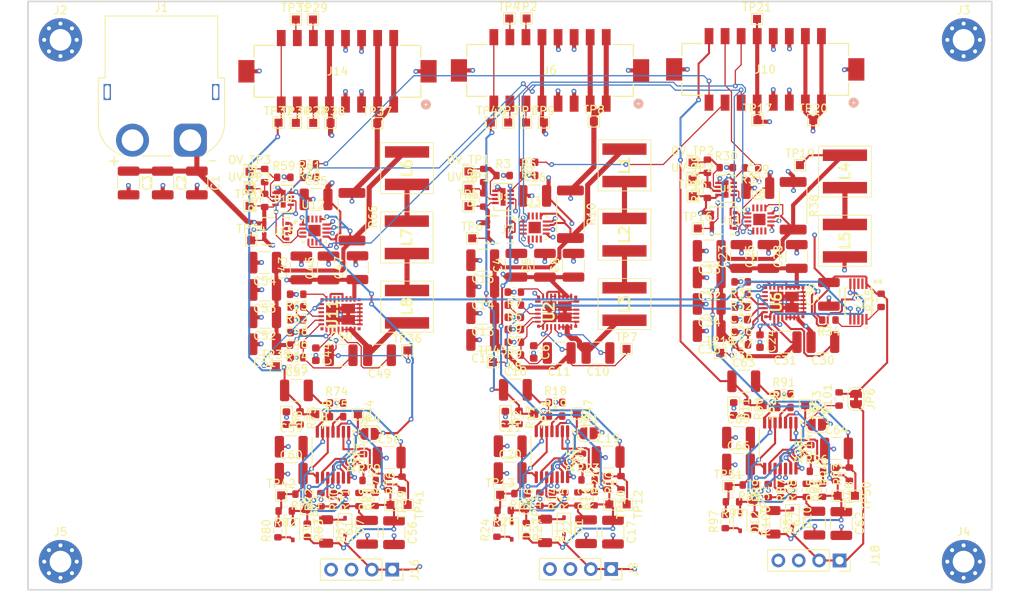
<source format=kicad_pcb>
(kicad_pcb (version 20241229) (generator "pcbnew") (generator_version "9.0")
  (layers (0 "F.Cu" mixed "Signal1") (4 "In1.Cu" power "GND") (6 "In2.Cu" power "Power") (2 "B.Cu" mixed "Signal2") (13 "F.Paste" user) (15 "B.Paste" user) (5 "F.SilkS" user "F.Silkscreen") (7 "B.SilkS" user "B.Silkscreen") (1 "F.Mask" user) (3 "B.Mask" user) (25 "Edge.Cuts" user))
  (net 0 "")
  (net 1 "GND")
  (net 2 "+V_Batt")
  (net 3 "Net-(C9-Pad1)")
  (net 4 "+5V_Jetson")
  (net 5 "/Jetson_Subsystem/WD_Jetson/WDT-VIN")
  (net 6 "WDT_WDI_Jetson")
  (net 7 "Net-(J11-Pad1)")
  (net 8 "+3.3V_OBC_Out")
  (net 9 "/OBC_Subsystem/WD_OBC/WDT-VIN")
  (net 10 "WDT_WDI_OBC")
  (net 11 "Net-(U4B-+)")
  (net 12 "Net-(U4C--)")
  (net 13 "+5V_Perif_Out")
  (net 14 "/Peripheral_Subsystem/WD_Peripheral/WDT-VIN")
  (net 15 "WDT_WDI_Perif")
  (net 16 "Net-(U4D--)")
  (net 17 "Net-(U5-Vout)")
  (net 18 "Net-(U6-INTV)")
  (net 19 "Net-(U6-SS)")
  (net 20 "Net-(D1-K)")
  (net 21 "Net-(D2-A)")
  (net 22 "Net-(D3-A)")
  (net 23 "Net-(D3-K)")
  (net 24 "Net-(D8-A)")
  (net 25 "Net-(D9-K)")
  (net 26 "Net-(D9-A)")
  (net 27 "~{WD_TOGGLE_OBC}")
  (net 28 "Net-(U6-SW)")
  (net 29 "Net-(U6-BST)")
  (net 30 "Net-(U6-FB)")
  (net 31 "Net-(U6-BIAS)")
  (net 32 "Net-(J7-Pad1)")
  (net 33 "Net-(U13B-+)")
  (net 34 "Net-(U13C--)")
  (net 35 "Net-(U13D--)")
  (net 36 "+20V_Jetson")
  (net 37 "OBC SDA")
  (net 38 "OBC SCL")
  (net 39 "Net-(R12-Pad2)")
  (net 40 "/Jetson_Subsystem/WD_Jetson/WDT-VP")
  (net 41 "Net-(R20-Pad1)")
  (net 42 "Net-(R22-Pad1)")
  (net 43 "+3.3V_OBC")
  (net 44 "/OBC_Subsystem/WD_OBC/WDT-VP")
  (net 45 "+5V_Perif")
  (net 46 "/Peripheral_Subsystem/WD_Peripheral/WDT-VP")
  (net 47 "Net-(J6-Pad12)")
  (net 48 "Net-(J6-Pad14)")
  (net 49 "SYNC_PHASE1")
  (net 50 "Net-(J6-Pad13)")
  (net 51 "SYNC_PHASE2")
  (net 52 "SYNC_PHASE3")
  (net 53 "Net-(J6-Pad11)")
  (net 54 "Net-(U1-GATE)")
  (net 55 "Net-(C18-Pad2)")
  (net 56 "~{OBC_Toggle_OBC}")
  (net 57 "~{OBC_Toggle_Jetson}")
  (net 58 "Net-(U5-GATE)")
  (net 59 "Net-(C27-Pad1)")
  (net 60 "Net-(U1-Vout)")
  (net 61 "Net-(U2-INTV)")
  (net 62 "Net-(U2-SS)")
  (net 63 "Net-(U2-SW)")
  (net 64 "Net-(U2-BST)")
  (net 65 "Net-(U2-BIAS)")
  (net 66 "Net-(U2-FB)")
  (net 67 "Net-(J14-Pad14)")
  (net 68 "Net-(J14-Pad12)")
  (net 69 "Net-(J14-Pad13)")
  (net 70 "Net-(J14-Pad11)")
  (net 71 "~{WD_Toggle_Jetson}")
  (net 72 "Net-(JP1-A)")
  (net 73 "~{PERIF_EN}")
  (net 74 "Net-(U5-OV)")
  (net 75 "Net-(U4B--)")
  (net 76 "Net-(U4A--)")
  (net 77 "Net-(U4C-+)")
  (net 78 "Net-(U5-UV)")
  (net 79 "Net-(U6-Vc)")
  (net 80 "Net-(U6-RT)")
  (net 81 "Net-(U7-MOD)")
  (net 82 "Net-(U7-SET)")
  (net 83 "Net-(U1-UV)")
  (net 84 "Net-(U1-OV)")
  (net 85 "Net-(U2-Vc)")
  (net 86 "Net-(U2-RT)")
  (net 87 "Net-(U13B--)")
  (net 88 "Net-(U13A--)")
  (net 89 "Net-(U10-Vout)")
  (net 90 "Net-(U13C-+)")
  (net 116 "~{OBC_Toggle_Perif}")
  (net 117 "Net-(U11-INTV)")
  (net 118 "Net-(U11-SS)")
  (net 119 "Net-(C48-Pad1)")
  (net 120 "Net-(U11-BST)")
  (net 121 "Net-(U11-SW)")
  (net 122 "Net-(U11-BIAS)")
  (net 123 "Net-(U11-FB)")
  (net 124 "Net-(C57-Pad2)")
  (net 125 "Net-(D7-K)")
  (net 126 "Net-(JP4-A)")
  (net 127 "Net-(L1-Pad1)")
  (net 128 "Net-(L2-Pad1)")
  (net 129 "Net-(L4-Pad1)")
  (net 130 "Net-(L6-Pad1)")
  (net 131 "Net-(L7-Pad1)")
  (net 132 "Net-(U10-OV)")
  (net 133 "Net-(U10-UV)")
  (net 134 "Net-(U11-Vc)")
  (net 135 "Net-(U11-RT)")
  (net 136 "Net-(R68-Pad2)")
  (net 137 "Net-(R76-Pad1)")
  (net 138 "Net-(R78-Pad1)")
  (net 139 "Net-(U10-GATE)")
  (net 156 "Net-(J15-Pad1)")
  (net 157 "Net-(C63-Pad2)")
  (net 158 "Net-(U14B-+)")
  (net 159 "Net-(U14C--)")
  (net 160 "Net-(U14D--)")
  (net 161 "Net-(D10-K)")
  (net 162 "Net-(D11-A)")
  (net 163 "Net-(D12-K)")
  (net 164 "Net-(D12-A)")
  (net 165 "Net-(JP5-A)")
  (net 166 "Net-(R85-Pad2)")
  (net 167 "Net-(U14B--)")
  (net 168 "Net-(U14A--)")
  (net 169 "Net-(R93-Pad1)")
  (net 170 "Net-(R95-Pad1)")
  (net 171 "Net-(U14C-+)")
  (footprint "RevC Footprints:LTC4365" (layer "F.Cu") (at 172.925 44.34)
    (property "Reference" "U5")
    (property "Value" "LTC4365")
  )
  (footprint "TestPoint:TestPoint_Pad_1.0x1.0mm" (layer "F.Cu") (at 148.021675 36.068)
    (property "Reference" "TP1")
    (property "Value" "TestPoint")
  )
  (footprint "RevC Footprints:LT8638SEVPBF" (layer "F.Cu") (at 124.9172 59.944 90)
    (property "Reference" "U11")
    (property "Value" "LT8638S" (hide yes))
  )
  (footprint "TestPoint:TestPoint_Pad_1.0x1.0mm" (layer "F.Cu") (at 168.75 41.05)
    (property "Reference" "OV_TP2")
    (property "Value" "TestPoint")
  )
  (footprint "Resistor_SMD:R_0603_1608Metric" (layer "F.Cu") (at 148.336 42.672)
    (property "Reference" "R5")
    (property "Value" "100k")
  )
  (footprint "Capacitor_SMD:C_1210_3225Metric" (layer "F.Cu") (at 142.621 56.515 180)
    (property "Reference" "C14")
    (property "Value" "10u")
  )
  (footprint "TestPoint:TestPoint_Pad_1.0x1.0mm" (layer "F.Cu") (at 145.796 36.068)
    (property "Reference" "TP3")
    (property "Value" "TestPoint")
  )
  (footprint "Jumper:SolderJumper-2_P1.3mm_Open_RoundedPad1.0x1.5mm" (layer "F.Cu") (at 128.526 74.844)
    (property "Reference" "JP4")
    (property "Value" "SolderJumper_2_Open")
  )
  (footprint "RevC Footprints:XEL6030102MEC" (layer "F.Cu") (at 187.725 50.79 90)
    (property "Reference" "L5")
    (property "Value" "1u" (hide yes))
  )
  (footprint "TestPoint:TestPoint_Pad_1.0x1.0mm" (layer "F.Cu") (at 186.825 82.555 -90)
    (property "Reference" "TP48")
    (property "Value" "TestPoint")
  )
  (footprint "TestPoint:TestPoint_Pad_1.0x1.0mm" (layer "F.Cu") (at 113.792 50.7492)
    (property "Reference" "TP34")
    (property "Value" "TestPoint")
  )
  (footprint "Capacitor_SMD:C_1210_3225Metric" (layer "F.Cu") (at 102.775 43.6 -90)
    (property "Reference" "C2")
    (property "Value" "10u")
  )
  (footprint "Resistor_SMD:R_0603_1608Metric" (layer "F.Cu") (at 172.95 41.69)
    (property "Reference" "R30")
    (property "Value" "190k")
  )
  (footprint "TestPoint:TestPoint_Pad_1.0x1.0mm" (layer "F.Cu") (at 149.04 72.3375 -90)
    (property "Reference" "TP11")
    (property "Value" "TestPoint")
  )
  (footprint "Resistor_SMD:R_0603_1608Metric" (layer "F.Cu") (at 119.876 72.8565 -90)
    (property "Reference" "R73")
    (property "Value" "3.0k")
  )
  (footprint "TestPoint:TestPoint_Pad_1.0x1.0mm" (layer "F.Cu") (at 131.126 83.694 -90)
    (property "Reference" "TP39")
    (property "Value" "TestPoint")
  )
  (footprint "Capacitor_SMD:C_1210_3225Metric" (layer "F.Cu") (at 176.875 44.24)
    (property "Reference" "C29")
    (property "Value" "0.1u")
  )
  (footprint "Capacitor_SMD:C_1210_3225Metric" (layer "F.Cu") (at 170.825 55.3598 180)
    (property "Reference" "C32")
    (property "Value" "47u")
  )
  (footprint "Resistor_SMD:R_0603_1608Metric" (layer "F.Cu") (at 155.04 78.125 90)
    (property "Reference" "R25")
    (property "Value" "100k")
  )
  (footprint "Capacitor_SMD:C_1210_3225Metric" (layer "F.Cu") (at 186.675 76.655)
    (property "Reference" "C64")
    (property "Value" "10u")
  )
  (footprint "TestPoint:TestPoint_Pad_1.0x1.0mm" (layer "F.Cu") (at 121.5136 36.1188)
    (property "Reference" "TP28")
    (property "Value" "TestPoint")
  )
  (footprint "TestPoint:TestPoint_Pad_1.0x1.0mm" (layer "F.Cu") (at 143.891 65.913)
    (property "Reference" "TP45")
    (property "Value" "TestPoint")
  )
  (footprint "TestPoint:TestPoint_Pad_1.0x1.0mm" (layer "F.Cu") (at 172.2 64.75)
    (property "Reference" "TP18")
    (property "Value" "TestPoint")
  )
  (footprint "RevC Footprints:SISB46DN-T1-GE3" (layer "F.Cu") (at 144.6774 49.403)
    (property "Reference" "J7")
    (property "Value" "DN-T1-GE3_VIS")
  )
  (footprint "Resistor_SMD:R_0603_1608Metric" (layer "F.Cu") (at 159.84 80.925 90)
    (property "Reference" "R20")
    (property "Value" "1k")
  )
  (footprint "Resistor_SMD:R_0603_1608Metric" (layer "F.Cu") (at 179.725 81.905 -90)
    (property "Reference" "R88")
    (property "Value" "3.0k")
  )
  (footprint "Capacitor_SMD:C_0603_1608Metric" (layer "F.Cu") (at 177.15 63.29 -90)
    (property "Reference" "C24")
    (property "Value" "1u")
  )
  (footprint "TestPoint:TestPoint_Pad_1.0x1.0mm" (layer "F.Cu") (at 169.4 49.26)
    (property "Reference" "TP16")
    (property "Value" "TestPoint")
  )
  (footprint "Resistor_SMD:R_0603_1608Metric" (layer "F.Cu") (at 173.725 83.305 180)
    (property "Reference" "R99")
    (property "Value" "4.7M")
  )
  (footprint "TestPoint:TestPoint_Pad_1.0x1.0mm" (layer "F.Cu") (at 168.75 43.15)
    (property "Reference" "UV_TP2")
    (property "Value" "TestPoint")
  )
  (footprint "TestPoint:TestPoint_Pad_1.0x1.0mm" (layer "F.Cu") (at 119.3546 23.241)
    (property "Reference" "TP31")
    (property "Value" "TestPoint")
  )
  (footprint "Capacitor_SMD:C_1210_3225Metric" (layer "F.Cu") (at 142.621 63.14485 180)
    (property "Reference" "C12")
    (property "Value" "47u")
  )
  (footprint "Resistor_SMD:R_0603_1608Metric" (layer "F.Cu") (at 155.74 80.575)
    (property "Reference" "R23")
    (property "Value" "100k")
  )
  (footprint "Capacitor_SMD:C_1210_3225Metric" (layer "F.Cu") (at 119.426 69.4315)
    (property "Reference" "C57")
    (property "Value" "10u")
  )
  (footprint "Resistor_SMD:R_1206_3216Metric" (layer "F.Cu") (at 123.126 86.994 -90)
    (property "Reference" "R67")
    (property "Value" "10 (1206)")
  )
  (footprint "Resistor_SMD:R_0603_1608Metric" (layer "F.Cu") (at 176.1 41.715 180)
    (property "Reference" "R31")
    (property "Value" "1k")
  )
  (footprint "Resistor_SMD:R_0603_1608Metric" (layer "F.Cu") (at 146.558 65.024 180)
    (property "Reference" "R8")
    (property "Value" "100k")
  )
  (footprint "Resistor_SMD:R_0603_1608Metric" (layer "F.Cu") (at 128.476 80.644)
    (property "Reference" "R79")
    (property "Value" "100k")
  )
  (footprint "RevC Footprints:XEL6030102MEC" (layer "F.Cu") (at 160.274 58.674 90)
    (property "Reference" "L3")
    (property "Value" "3.3u" (hide yes))
  )
  (footprint "Capacitor_SMD:C_0603_1608Metric" (layer "F.Cu") (at 146.558 61.849 180)
    (property "Reference" "C7")
    (property "Value" "100n")
  )
  (footprint "TestPoint:TestPoint_Pad_1.0x1.0mm" (layer "F.Cu") (at 143.637 36.068)
    (property "Reference" "TP46")
    (property "Value" "TestPoint")
  )
  (footprint "Capacitor_SMD:C_1210_3225Metric" (layer "F.Cu") (at 142.621 53.213 180)
    (property "Reference" "C15")
    (property "Value" "10u")
  )
  (footprint "Resistor_SMD:R_0603_1608Metric" (layer "F.Cu") (at 130.876 81.019 90)
    (property "Reference" "R77")
    (property "Value" "100k")
  )
  (footprint "Capacitor_SMD:C_1210_3225Metric" (layer "F.Cu") (at 181.725 52.75 90)
    (property "Reference" "C28")
    (property "Value" "1u")
  )
  (footprint "TestPoint:TestPoint_Pad_1.0x1.0mm" (layer "F.Cu") (at 113.5888 46.4566)
    (property "Reference" "TP33")
    (property "Value" "TestPoint")
  )
  (footprint "Capacitor_SMD:C_1210_3225Metric" (layer "F.Cu") (at 115.4684 53.5186 180)
    (property "Reference" "C54")
    (property "Value" "10u")
  )
  (footprint "Resistor_SMD:R_0603_1608Metric" (layer "F.Cu") (at 146.558 58.801 180)
    (property "Reference" "R6")
    (property "Value" "10k")
  )
  (footprint "Resistor_SMD:R_0603_1608Metric" (layer "F.Cu") (at 156.49 82.925 90)
    (property "Reference" "R12")
    (property "Value" "10k")
  )
  (footprint "Resistor_SMD:R_0603_1608Metric" (layer "F.Cu") (at 144.39 86.825 90)
    (property "Reference" "R24")
    (property "Value" "100k")
  )
  (footprint "Resistor_SMD:R_0603_1608Metric" (layer "F.Cu") (at 124.426 72.694)
    (property "Reference" "R75")
    (property "Value" "10k")
  )
  (footprint "TestPoint:TestPoint_Pad_1.0x1.0mm" (layer "F.Cu") (at 117.526 82.494)
    (property "Reference" "TP42")
    (property "Value" "TestPoint")
  )
  (footprint "Resistor_SMD:R_0603_1608Metric" (layer "F.Cu") (at 151.29 82.975 -90)
    (property "Reference" "R15")
    (property "Value" "3.0k")
  )
  (footprint "Capacitor_SMD:C_1210_3225Metric" (layer "F.Cu") (at 150.368 53.848 90)
    (property "Reference" "C5")
    (property "Value" "10u")
  )
  (footprint "Resistor_SMD:R_0603_1608Metric" (layer "F.Cu") (at 148.04 86.775 -90)
    (property "Reference" "R27")
    (property "Value" "100k")
  )
  (footprint "Resistor_SMD:R_0603_1608Metric" (layer "F.Cu") (at 125.556 83.019 90)
    (property "Reference" "R70")
    (property "Value" "10k")
  )
  (footprint "TestPoint:TestPoint_Pad_1.0x1.0mm" (layer "F.Cu") (at 121.4882 23.241)
    (property "Reference" "TP29")
    (property "Value" "TestPoint")
  )
  (footprint "Resistor_SMD:R_0603_1608Metric" (layer "F.Cu") (at 121.031 41.2242 180)
    (property "Reference" "R60")
    (property "Value" "1k")
  )
  (footprint "RevC Footprints:XEL6030102MEC" (layer "F.Cu") (at 133.1976 59.0042 90)
    (property "Reference" "L8")
    (property "Value" "1u" (hide yes))
  )
  (footprint "Capacitor_SMD:C_0603_1608Metric" (layer "F.Cu") (at 146.558 60.325 180)
    (property "Reference" "C9")
    (property "Value" "220p")
  )
  (footprint "Resistor_SMD:R_0603_1608Metric" (layer "F.Cu") (at 158.14 80.95 90)
    (property "Reference" "R21")
    (property "Value" "100k")
  )
  (footprint "RevC Footprints:LTC6902" (layer "F.Cu") (at 189.4 58.3511 -90)
    (property "Reference" "U7")
    (property "Value" "LTC6902")
  )
  (footprint "Capacitor_SMD:C_1210_3225Metric" (layer "F.Cu") (at 146.69 69.3625)
    (property "Reference" "C18")
    (property "Value" "10u")
  )
  (footprint "Capacitor_SMD:C_1210_3225Metric" (layer "F.Cu") (at 153.924 53.848 90)
    (property "Reference" "C8")
    (property "Value" "1u")
  )
  (footprint "Resistor_SMD:R_0603_1608Metric" (layer "F.Cu") (at 187 70.5 90)
    (property "Reference" "R101")
    (property "Value" "100k")
  )
  (footprint "Resistor_SMD:R_0603_1608Metric" (layer "F.Cu") (at 117.126 86.894 90)
    (property "Reference" "R80")
    (property "Value" "100k")
  )
  (footprint "Resistor_SMD:R_0603_1608Metric" (layer "F.Cu") (at 180.125 71.555)
    (property "Reference" "R92")
    (property "Value" "10k")
  )
  (footprint "Resistor_SMD:R_0603_1608Metric" (layer "F.Cu") (at 174.825 62.19 180)
    (property "Reference" "R37")
    (property "Value" "5.5k")
  )
  (footprint "Resistor_SMD:R_0603_1608Metric" (layer "F.Cu") (at 175.825 81.205 180)
    (property "Reference" "R95")
    (property "Value" "1k")
  )
  (footprint "TestPoint:TestPoint_Pad_1.0x1.0mm" (layer "F.Cu") (at 121.776 72.4065 -90)
    (property "Reference" "TP40")
    (property "Value" "TestPoint")
  )
  (footprint "Capacitor_SMD:C_1210_3225Metric" (layer "F.Cu") (at 142.621 59.817 180)
    (property "Reference" "C13")
    (property "Value" "47u")
  )
  (footprint "Capacitor_SMD:C_1210_3225Metric" (layer "F.Cu") (at 121.8692 45.6438)
    (property "Reference" "C55")
    (property "Value" "1u")
  )
  (footprint "Capacitor_SMD:C_1210_3225Metric" (layer "F.Cu") (at 131.576 87.144 -90)
    (property "Reference" "C56")
    (property "Value" "10u")
  )
  (footprint "TestPoint:TestPoint_Pad_1.0x1.0mm" (layer "F.Cu") (at 148.082 23.114)
    (property "Reference" "TP2")
    (property "Value" "TestPoint")
  )
  (footprint "Capacitor_SMD:C_1210_3225Metric" (layer "F.Cu") (at 183.925 85.955 90)
    (property "Reference" "C67")
    (property "Value" "10u")
  )
  (footprint "Resistor_SMD:R_0603_1608Metric" (layer "F.Cu") (at 192.225 58.215 90)
    (property "Reference" "R35")
    (property "Value" "17k")
  )
  (footprint "Resistor_SMD:R_0603_1608Metric" (layer "F.Cu") (at 118.026 84.444 180)
    (property "Reference" "R82")
    (property "Value" "4.7M")
  )
  (footprint "MountingHole:MountingHole_2.7mm_M2.5_Pad_Via" (layer "F.Cu") (at 202.5 90.75)
    (property "Reference" "J4")
    (property "Value" "Conn_01x01_Socket")
  )
  (footprint "Capacitor_SMD:C_1210_3225Metric" (layer "F.Cu") (at 118.776 79.794)
    (property "Reference" "C60")
    (property "Value" "10u")
  )
  (footprint "TestPoint:TestPoint_Pad_1.0x1.0mm" (layer "F.Cu") (at 140.843 44.323)
    (property "Reference" "UV_TP1")
    (property "Value" "TestPoint")
  )
  (footprint "Resistor_SMD:R_0603_1608Metric" (layer "F.Cu") (at 151.69 70.925)
    (property "Reference" "R18")
    (property "Value" "10k")
  )
  (footprint "RevC Footprints:XEL6030102MEC" (layer "F.Cu") (at 133.172 50.3671 90)
    (property "Reference" "L7")
    (property "Value" "1u" (hide yes))
  )
  (footprint "TestPoint:TestPoint_Pad_1.0x1.0mm" (layer "F.Cu") (at 168.775 45.25)
    (property "Reference" "TP15")
    (property "Value" "TestPoint")
  )
  (footprint "RevC Footprints:INA230AIRGTT" (layer "F.Cu") (at 121.666 49.53)
    (property "Reference" "U12")
    (property "Value" "INA230")
  )
  (footprint "Resistor_SMD:R_0603_1608Metric" (layer "F.Cu") (at 148.336 41.021 180)
    (property "Reference" "R4")
    (property "Value" "1k")
  )
  (footprint "Capacitor_SMD:C_1210_3225Metric" (layer "F.Cu") (at 123.4186 54.1782 90)
    (property "Reference" "C45")
    (property "Value" "10u")
  )
  (footprint "Resistor_SMD:R_0603_1608Metric" (layer "F.Cu") (at 147.14 72.7875 -90)
    (property "Reference" "R17")
    (property "Value" "3.0k")
  )
  (footprint "Capacitor_SMD:C_1210_3225Metric" (layer "F.Cu") (at 174.475 75.305)
    (property "Reference" "C65")
    (property "Value" "10u")
  )
  (footprint "Resistor_SMD:R_0603_1608Metric" (layer "F.Cu") (at 172.825 85.755 90)
    (property "Reference" "R97")
    (property "Value" "100k")
  )
  (footprint "Resistor_SMD:R_0603_1608Metric" (layer "F.Cu") (at 120.126 82.344 180)
    (property "Reference" "R78")
    (property "Value" "1k")
  )
  (footprint "Diode_SMD:D_SOD-323" (layer "F.Cu") (at 174.675 85.855 -90)
    (property "Reference" "D12")
    (property "Value" "1N4151WS")
  )
  (footprint "Capacitor_SMD:C_0603_1608Metric" (layer "F.Cu") (at 119.4562 60.6298 180)
    (property "Reference" "C48")
    (property "Value" "1n")
  )
  (footprint "Capacitor_SMD:C_1210_3225Metric" (layer "F.Cu") (at 146.04 79.725)
    (property "Reference" "C20")
    (property "Value" "10u")
  )
  (footprint "Capacitor_SMD:C_1210_3225Metric" (layer "F.Cu") (at 174.475 78.655)
    (property "Reference" "C66")
    (property "Value" "10u")
  )
  (footprint "TestPoint:TestPoint_Pad_1.0x1.0mm" (layer "F.Cu") (at 113.5888 42.1894)
    (property "Reference" "OV_TP3")
    (property "Value" "TestPoint")
  )
  (footprint "TestPoint:TestPoint_Pad_1.0x1.0mm" (layer "F.Cu") (at 183.775 35.775)
    (property "Reference" "TP20")
    (property "Value" "TestPoint")
  )
  (footprint "Resistor_SMD:R_0603_1608Metric" (layer "F.Cu") (at 151.69 72.625)
    (property "Reference" "R19")
    (property "Value" "10k")
  )
  (footprint "Resistor_SMD:R_0603_1608Metric" (layer "F.Cu") (at 184.925 81.855 90)
    (property "Reference" "R85")
    (property "Value" "10k")
  )
  (footprint "Resistor_SMD:R_0603_1608Metric" (layer "F.Cu") (at 184.175 79.505)
    (property "Reference" "R96")
    (property "Value" "100k")
  )
  (footprint "TestPoint:TestPoint_Pad_1.0x1.0mm" (layer "F.Cu") (at 127.076 72.394 -90)
    (property "Reference" "TP44")
    (property "Value" "TestPoint")
  )
  (footprint "TestPoint:TestPoint_Pad_1.0x1.0mm" (layer "F.Cu") (at 140.843 46.482)
    (property "Reference" "TP5")
    (property "Value" "TestPoint")
  )
  (footprint "Capacitor_SMD:C_1210_3225Metric" (layer "F.Cu") (at 175.125 68.2925)
    (property "Reference" "C63")
    (property "Value" "10u")
  )
  (footprint "RevC Footprints:LT8638SEVPBF" (layer "F.Cu") (at 151.892 59.628 90)
    (property "Reference" "U2")
    (property "Value" "LT8638SEVPBF" (hide yes))
  )
  (footprint "Capacitor_SMD:C_1210_3225Metric" (layer "F.Cu") (at 127.025 54.15 90)
    (property "Reference" "C47")
    (property "Value" "1u")
  )
  (footprint "TestPoint:TestPoint_Pad_1.0x1.0mm" (layer "F.Cu") (at 133.276 83.694 -90)
    (property "Reference" "TP41")
    (property "Value" "TestPoint")
  )
  (footprint "Capacitor_SMD:C_1210_3225Metric" (layer "F.Cu") (at 146.812 53.848 90)
    (property "Reference" "C4")
    (property "Value" "22u")
  )
  (footprint "Resistor_SMD:R_0603_1608Metric" (layer "F.Cu") (at 119.4562 65.3542 180)
    (property "Reference" "R65")
    (property "Value" "3k")
  )
  (footprint "Resistor_SMD:R_0603_1608Metric" (layer "F.Cu") (at 115.4684 42.672 90)
    (property "Reference" "R58")
    (property "Value" "110k")
  )
  (footprint "Capacitor_SMD:C_1210_3225Metric" (layer "F.Cu") (at 185.725 57.465 90)
    (property "Reference" "C36")
    (property "Value" "1u")
  )
  (footprint "TestPoint:TestPoint_Pad_1.0x1.0mm" (layer "F.Cu") (at 141.307182 50.485878)
    (property "Reference" "TP6")
    (property "Value" "TestPoint")
  )
  (footprint "TestPoint:TestPoint_Pad_1.0x1.0mm" (layer "F.Cu") (at 140.843 42.164)
    (property "Reference" "OV_TP1")
    (property "Value" "TestPoint")
  )
  (footprint "Resistor_SMD:R_0603_1608Metric" (layer "F.Cu") (at 174.8032 57.4598 180)
    (property "Reference" "R32")
    (property "Value" "10k")
  )
  (footprint "Connector_PinSocket_2.54mm:PinSocket_1x04_P2.54mm_Vertical" (layer "F.Cu") (at 158.62 91.675 -90)
    (property "Reference" "J8")
    (property "Value" "Conn_01x04")
  )
  (footprint "Capacitor_SMD:C_1210_3225Metric" (layer "F.Cu") (at 155.49 87.025 90)
    (property "Reference" "C22")
    (property "Value" "10u")
  )
  (footprint "Resistor_SMD:R_2512_6332Metric" (layer "F.Cu") (at 181.275 46.44 -90)
    (property "Reference" "R38")
    (property "Value" "10m")
  )
  (footprint "Resistor_SMD:R_0603_1608Metric" (layer "F.Cu") (at 127.216 83.019 -90)
    (property "Reference" "R69")
    (property "Value" "10k")
  )
  (footprint "Capacitor_SMD:C_1210_3225Metric" (layer "F.Cu") (at 128.226 87.094 90)
    (property "Reference" "C61")
    (property "Value" "10u")
  )
  (footprint "RevC Footprints:LTC4365" (layer "F.Cu") (at 117.7798 45.5676)
    (property "Reference" "U10")
    (property "Value" "LTC4365")
  )
  (footprint "Resistor_SMD:R_1206_3216Metric" (layer "F.Cu") (at 150.39 86.925 -90)
    (property "Reference" "R11")
    (property "Value" "10 (1206)")
  )
  (footprint "Resistor_SMD:R_0603_1608Metric" (layer "F.Cu") (at 149.74 82.975 90)
    (property "Reference" "R16")
    (property "Value" "3.0k")
  )
  (footprint "RevC Footprints:LTC4365" (layer "F.Cu") (at 145.161 45.339)
    (property "Reference" "U1")
    (property "Value" "LTC4365")
  )
  (footprint "Capacitor_SMD:C_1210_3225Metric" (layer "F.Cu") (at 115.4684 60.325 180)
    (property "Reference" "C52")
    (property "Value" "47u")
  )
  (footprint "Capacitor_SMD:C_1210_3225Metric" (layer "F.Cu") (at 129.7686 65.0494 180)
    (property "Reference" "C49")
    (property "Value" "0.1u")
  )
  (footprint "Capacitor_SMD:C_1210_3225Metric" (layer "F.Cu") (at 178.2 52.75 90)
    (property "Reference" "C25")
    (property "Value" "10u")
  )
  (footprint "Resistor_SMD:R_0603_1608Metric" (layer "F.Cu") (at 121.0564 42.9006)
    (property "Reference" "R61")
    (property "Value" "100k")
  )
  (footprint "Diode_SMD:D_SOD-323" (layer "F.Cu") (at 146.24 86.925 -90)
    (property "Reference" "D3")
    (property "Value" "1N4151WS")
  )
  (footprint "RevC Footprints:SISB46DN-T1-GE3" (layer "F.Cu") (at 172.575 48.275)
    (property "Reference" "J11")
    (property "Value" "DN-T1-GE3_VIS")
  )
  (footprint "RevC Footprints:SISB46DN-T1-GE3" (layer "F.Cu") (at 116.84 49.6062)
    (property "Reference" "J15")
    (property "Value" "DN-T1-GE3_VIS")
  )
  (footprint "Resistor_SMD:R_2512_6332Metric" (layer "F.Cu") (at 126.3396 47.8028 -90)
    (property "Reference" "R66")
    (property "Value" "10m")
  )
  (footprint "TestPoint:TestPoint_Pad_1.0x1.0mm" (layer "F.Cu") (at 188.975 82.555 -90)
    (property "Reference" "TP50")
    (property "Value" "TestPoint")
  )
  (footprint "TestPoint:TestPoint_Pad_1.0x1.0mm" (layer "F.Cu") (at 129.4892 36.1442)
    (property "Reference" "TP37")
    (property "Value" "TestPoint")
  )
  (footprint "Resistor_SMD:R_1206_3216Metric" (layer "F.Cu") (at 178.825 85.855 -90)
    (property "Reference" "R84")
    (property "Value" "10 (1206)")
  )
  (footprint "Resistor_SMD:R_0603_1608Metric" (layer "F.Cu") (at 185.725 60.665 180)
    (property "Reference" "R34")
    (property "Value" "14k")
  )
  (footprint "TestPoint:TestPoint_Pad_1.0x1.0mm" (layer "F.Cu") (at 147.89 84.125 -90)
    (property "Reference" "TP14")
    (property "Value" "TestPoint")
  )
  (footprint "Capacitor_SMD:C_1210_3225Metric" (layer "F.Cu") (at 170.825 62.04 180)
    (property "Reference" "C35")
    (property "Value" "10u")
  )
  (footprint "RevC Footprints:XEL6030102MEC" (layer "F.Cu") (at 133.1976 41.7576 90)
    (property "Reference" "L6")
    (property "Value" "1u" (hide yes))
  )
  (footprint "Resistor_SMD:R_0603_1608Metric" (layer "F.Cu") (at 119.4562 63.7794 180)
    (property "Reference" "R64")
    (property "Value" "22k")
  )
  (footprint "Resistor_SMD:R_0603_1608Metric" (layer "F.Cu") (at 145.161 42.672)
    (property "Reference" "R3")
    (property "Value" "190k")
  )
  (footprint "Capacitor_SMD:C_1210_3225Metric" (layer "F.Cu") (at 158.84 87.075 -90)
    (property "Reference" "C17")
    (property "Value" "10u")
  )
  (footprint "Resistor_SMD:R_0603_1608Metric" (layer "F.Cu") (at 154.48 82.95 -90)
    (property "Reference" "R13")
    (property "Value" "10k")
  )
  (footprint "Resistor_SMD:R_0603_1608Metric" (layer "F.Cu") (at 145.29 84.375 180)
    (property "Reference" "R26")
    (property "Value" "4.7M")
  )
  (footprint "Capacitor_SMD:C_1210_3225Metric" (layer "F.Cu") (at 120.0404 54.1782 90)
    (property "Reference" "C43")
    (property "Value" "22u")
  )
  (footprint "Diode_SMD:D_SOD-323" (layer "F.Cu") (at 118.976 86.994 -90)
    (property "Reference" "D9")
    (property "Value" "1N4151WS")
  )
  (footprint "TestPoint:TestPoint_Pad_1.0x1.0mm" (layer "F.Cu") (at 173.225 81.355)
    (property "Reference" "TP51")
    (property "Value" "TestPoint")
  )
  (footprint "RevC Footprints:XEL6030102MEC" (layer "F.Cu") (at 160.274 41.402 90)
    (property "Reference" "L1")
    (property "Value" "3.3u" (hide yes))
  )
  (footprint "Package_SO:TSSOP-14_4.4x5mm_P0.65mm" (layer "F.Cu") (at 123.976 77.444 -90)
    (property "Reference" "U13")
    (property "Value" "TLV1704")
  )
  (footprint "Capacitor_SMD:C_1210_3225Metric" (layer "F.Cu") (at 107.025 43.6 -90)
    (property "Reference" "C1")
    (property "Value" "10u")
  )
  (footprint "Resistor_SMD:R_0603_1608Metric" (layer "F.Cu") (at 127.776 78.194 90)
    (property "Reference" "R81")
    (property "Value" "100k")
  )
  (footprint "TestPoint:TestPoint_Pad_1.0x1.0mm" (layer "F.Cu") (at 144.79 82.425)
    (property "Reference" "TP13")
    (property "Value" "TestPoint")
  )
  (footprint "Diode_SMD:D_SOD-323" (layer "F.Cu") (at 125.476 86.394 -90)
    (property "Reference" "D7")
    (property "Value" "1N4151WS")
  )
  (footprint "Capacitor_SMD:C_1210_3225Metric" (layer "F.Cu") (at 187.275 86.005 -90)
    (property "Reference" "C62")
    (property "Value" "10u")
  )
  (footprint "Capacitor_SMD:C_1210_3225Metric" (layer "F.Cu") (at 170.825 58.6618 180)
    (property "Reference" "C34")
    (property "Value" "10u")
  )
  (footprint "MountingHole:MountingHole_2.7mm_M2.5_Pad_Via" (layer "F.Cu") (at 90.043 25.781)
    (property "Reference" "J2")
    (property "Value" "Conn_01x01_Socket")
  )
  (footprint "Resistor_SMD:R_0603_1608Metric" (layer "F.Cu") (at 124.026 83.044 -90)
    (property "Reference" "R71")
    (property "Value" "3.0k")
  )
  (footprint "Resistor_SMD:R_2512_6332Metric" (layer "F.Cu") (at 153.543 47.498 -90)
    (property "Reference" "R10")
    (property "Value" "10m")
  )
  (footprint "RevC Footprints:INA230AIRGTT" (layer "F.Cu") (at 177.0675 48.14)
    (property "Reference" "U8")
    (property "Value" "INA230")
  )
  (footprint "Capacitor_SMD:C_1210_3225Metric" (layer "F.Cu") (at 174.839 52.75 90)
    (property "Reference" "C23")
    (property "Value" "22u")
  )
  (footprint "Capacitor_SMD:C_1210_3225Metric" (layer "F.Cu") (at 158.24 77.725)
    (property "Reference" "C19")
    (property "Value" "10u")
  )
  (footprint "LED_SMD:LED_0603_1608Metric" (layer "F.Cu") (at 118.176 72.8815 -90)
    (property "Reference" "D8")
    (property "Value" "GREEN")
  )
  (footprint "Resistor_SMD:R_0603_1608Metric" (layer "F.Cu") (at 182.915 81.88 -90)
    (property "Reference" "R86")
    (property "Value" "10k")
  )
  (footprint "Resistor_SMD:R_0603_1608Metric" (layer "F.Cu") (at 117.856 42.9006)
    (property "Reference" "R59")
    (property "Value" "190k")
  )
  (footprint "RevC Footprints:XEL6030102MEC" (layer "F.Cu") (at 187.725 42.165 90)
    (property "Reference" "L4")
    (property "Value" "1u" (hide yes))
  )
  (footprint "TestPoint:TestPoint_Pad_1.0x1.0mm" (layer "F.Cu") (at 182.775 71.255 -90)
    (property "Reference" "TP53")
    (property "Value" "TestPoint")
  )
  (footprint "RevC Footprints:LT8638SEVPBF" (layer "F.Cu") (at 180.175 58.44 90)
    (property "Reference" "U6")
    (property "Value" "LT8638S" (hide yes))
  )
  (footprint "TestPoint:TestPoint_Pad_1.0x1.0mm" (layer "F.Cu") (at 150.241 36.068)
    (property "Reference" "TP9")
    (property "Value" "TestPoint")
  )
  (footprint "Resistor_SMD:R_0603_1608Metric" (layer "F.Cu") (at 142.748 42.672 90)
    (property "Reference" "R2")
    (property "Value" "110k")
  )
  (footprint "Capacitor_SMD:C_1210_3225Metric" (layer "F.Cu") (at 146.04 76.375)
    (property "Reference" "C21")
    (property "Value" "10u")
  )
  (footprint "TestPoint:TestPoint_Pad_1.0x1.0mm" (layer "F.Cu") (at 160.528 64.262)
    (property "Reference" "TP7")
    (property "Value" "TestPoint")
  )
  (footprint "TestPoint:TestPoint_Pad_1.0x1.0mm" (layer "F.Cu") (at 120.626 84.194 -90)
    (property "Reference" "TP43")
    (property "Value" "TestPoint")
  )
  (footprint "Capacitor_SMD:C_1210_3225Metric" (layer "F.Cu") (at 152.146 64.77 180)
    (property "Reference" "C11")
    (property "Value" "22p")
  )
  (footprint "TestPoint:TestPoint_Pad_1.0x1.0mm" (layer "F.Cu") (at 158.39 83.625 -90)
    (property "Reference" "TP10")
    (property "Value" "TestPoint")
  )
  (footprint "Resistor_SMD:R_0603_1608Metric" (layer "F.Cu") (at 183.475 77.055 90)
    (property "Reference" "R98")
    (property "Value" "100k")
  )
  (footprint "Capacitor_SMD:C_1210_3225Metric" (layer "F.Cu") (at 170.825 52.0578 180)
    (property "Reference" "C33")
    (property "Value" "47u")
  )
  (footprint "Jumper:SolderJumper-2_P1.3mm_Open_RoundedPad1.0x1.5mm" (layer "F.Cu") (at 155.79 74.775)
    (property "Reference" "JP1")
    (property "Value" "SolderJumper_2_Open")
  )
  (footprint "Connector_AMASS:AMASS_XT60PW-F_1x02_P7.20mm_Horizontal" (layer "F.Cu") (at 106.216 38.273)
    (property "Reference" "J1")
    (property "Value" "Input Power")
  )
  (footprint "TestPoint:TestPoint_Pad_1.0x1.0mm" (layer "F.Cu") (at 177.475 71.2675 -90)
    (property "Reference" "TP49")
    (property "Value" "TestPoint")
  )
  (footprint "RevC Footprints:CON16_2X8_UF_DF11" (layer "F.Cu") (at 170.8 25.31745)
    (property "Reference" "J10")
    (property "Value" "G125-MH11605L3P")
  )
  (footprint "Capacitor_SMD:C_1210_3225Metric" (layer "F.Cu") (at 115.4684 56.9214 180)
    (property "Reference" "C53")
    (property "Value" "10u")
  )
  (footprint "Resistor_SMD:R_0603_1608Metric" (layer "F.Cu") (at 120.776 86.844 -90)
    (property "Reference" "R83")
    (property "Value" "100k")
  )
  (footprint "Resistor_SMD:R_0603_1608Metric" (layer "F.Cu") (at 186.575 79.88 90)
    (property "Reference" "R94")
    (property "Value" "100k")
  )
  (footprint "Capacitor_SMD:C_1210_3225Metric" (layer "F.Cu") (at 149.098 45.212)
    (property "Reference" "C16")
    (property "Value" "1u")
  )
  (footprint "Resistor_SMD:R_0603_1608Metric" (layer "F.Cu") (at 142.748 45.72 90)
    (property "Reference" "R1")
    (property "Value" "12.9M")
  )
  (footprint "Diode_SMD:D_SOD-323" (layer "F.Cu") (at 181.175 85.255 -90)
    (property "Reference" "D10")
    (property "Value" "1N4151WS")
  )
  (footprint "Resistor_SMD:R_0603_1608Metric" (layer "F.Cu") (at 180.125 69.855)
    (property "Reference" "R91")
    (property "Value" "10k")
  )
  (footprint "Capacitor_SMD:C_0603_1608Metric" (layer "F.Cu") (at 148.971 64.643 -90)
    (property "Reference" "C6")
    (property "Value" "1u")
  )
  (footprint "MountingHole:MountingHole_2.7mm_M2.5_Pad_Via" (layer "F.Cu") (at 90.043 90.75)
    (property "Reference" "J5")
    (property "Value" "Conn_01x01_Socket")
  )
  (footprint "Capacitor_SMD:C_1210_3225Metric" (layer "F.Cu") (at 98.525 43.6 -90)
    (property "Reference" "C3")
    (property "Value" "10u")
  )
  (footprint "Resistor_SMD:R_0603_1608Metric" (layer "F.Cu") (at 115.4684 45.7708 90)
    (property "Reference" "R57")
    (property "Value" "12.9M")
  )
  (footprint "Resistor_SMD:R_0603_1608Metric" (layer "F.Cu") (at 170.6 44.64 90)
    (property "Reference" "R28")
    (property "Value" "12.9M")
  )
  (footprint "MountingHole:MountingHole_2.7mm_M2.5_Pad_Via" (layer "F.Cu") (at 202.5 25.781)
    (property "Reference" "J3")
    (property "Value" "Conn_01x01_Socket")
  )
  (footprint "RevC Footprints:CON16_2X8_UF_DF11" (layer "F.Cu") (at 144.003 25.44445)
    (property "Reference" "J6")
    (property "Value" "G125-MH11605L3P")
  )
  (footprint "TestPoint:TestPoint_Pad_1.0x1.0mm" (layer "F.Cu") (at 145.923 23.114)
    (property "Reference" "TP4")
    (property "Value" "TestPoint")
  )
  (footprint "Resistor_SMD:R_0603_1608Metric" (layer "F.Cu") (at 178.175 81.905 90)
    (property "Reference" "R89")
    (property "Value" "3.0k")
  )
  (footprint "Capacitor_SMD:C_1210_3225Metric" (layer "F.Cu") (at 184.975 63.415 180)
    (property "Reference" "C30")
    (property "Value" "0.1u")
  )
  (footprint "LED_SMD:LED_0603_1608Metric" (layer "F.Cu") (at 145.44 72.8125 -90)
    (property "Reference" "D2")
    (property "Value" "GREEN")
  )
  (footprint "LED_SMD:LED_0603_1608Metric" (layer "F.Cu") (at 173.875 71.7425 -90)
    (property "Reference" "D11")
    (property "Value" "GREEN")
  )
  (footprint "Capacitor_SMD:C_0603_1608Metric" (layer "F.Cu") (at 174.7996 59.0404 180)
    (property "Reference" "C27")
    (property "Value" "220p")
  )
  (footprint "Resistor_SMD:R_0603_1608Metric" (layer "F.Cu") (at 119.4562 59.0296 180)
    (property "Reference" "R62")
    (property "Value" "10k")
  )
  (footprint "Connector_PinSocket_2.54mm:PinSocket_1x04_P2.54mm_Vertical" (layer "F.Cu") (at 131.356 91.744 -90)
    (property "Reference" "J16")
    (property "Value" "Conn_01x04")
  )
  (footprint "Resistor_SMD:R_0603_1608Metric" (layer "F.Cu") (at 176.475 85.705 -90)
    (property "Reference" "R100")
    (property "Value" "100k")
  )
  (footprint "Jumper:SolderJumper-2_P1.3mm_Open_RoundedPad1.0x1.5mm" (layer "F.Cu") (at 184.225 73.705)
    (property "Reference" "JP5")
    (property "Value" "SolderJumper_2_Open")
  )
  (footprint "TestPoint:TestPoint_Pad_1.0x1.0mm" (layer "F.Cu") (at 119.3546 36.1188)
    (property "Reference" "TP30")
    (property "Value" "TestPoint")
  )
  (footprint "Resistor_SMD:R_0603_1608Metric" (layer "F.Cu") (at 147.39 82.275 180)
    (property "Reference" "R22")
    (property "Value" "1k")
  )
  (footprint "TestPoint:TestPoint_Pad_1.0x1.0mm" (layer "F.Cu") (at 123.6726 36.1188)
    (property "Reference" "TP38")
    (property "Value" "TestPoint")
  )
  (footprint "TestPoint:TestPoint_Pad_1.0x1.0mm" (layer "F.Cu") (at 116.8654 66.421)
    (property "Reference" "TP35")
    (property "Value" "TestPoint")
  )
  (footprint "TestPoint:TestPoint_Pad_1.0x1.0mm" (layer "F.Cu") (at 133.2484 64.4398)
    (property "Reference" "TP36")
    (property "Value" "TestPoint")
  )
  (footprint "TestPoint:TestPoint_Pad_1.0x1.0mm" (layer "F.Cu") (at 176.775 23.175)
    (property "Reference" "TP21")
    (property "Value" "TestPoint")
  )
  (footprint "TestPoint:TestPoint_Pad_1.0x1.0mm" (layer "F.Cu") (at 176.825 35.775)
    (property "Reference" "TP17")
    (property "Value" "TestPoint")
  )
  (footprint "Capacitor_SMD:C_1210_3225Metric" (layer "F.Cu") (at 130.976 77.794)
    (property "Reference" "C58")
    (property "Value" "10u")
  )
  (footprint "TestPoint:TestPoint_Pad_1.0x1.0mm" (layer "F.Cu") (at 156.464 35.941)
    (property "Reference" "TP8")
    (property "Value" "TestPoint")
  )
  (footprint "Resistor_SMD:R_0603_1608Metric" (layer "F.Cu") (at 129.226 82.994 90)
    (property "Reference" "R68")
    (property "Value" "10k")
  )
  (footprint "Capacitor_SMD:C_1210_3225Metric" (layer "F.Cu") (at 180.275 63.415 180)
    (property "Reference" "C31")
    (property "Value" "22pF")
  )
  (footprint "Resistor_SMD:R_0603_1608Metric" (layer "F.Cu") (at 174.825 63.7544 180)
    (property "Reference" "R36")
    (property "Value" "25k")
  )
  (footprint "Capacitor_SMD:C_0603_1608Metric" (layer "F.Cu") (at 121.8438 64.9224 -90)
    (property "Reference" "C44")
    (property "Value" "1u")
  )
  (footprint "Resistor_SMD:R_0603_1608Metric" (layer "F.Cu") (at 119.4562 57.4548 180)
    (property "Reference" "R63")
    (property "Value" "105k")
  )
  (footprint "TestPoint:TestPoint_Pad_1.0x1.0mm" (layer "F.Cu") (at 182.125 41.375)
    (property "Reference" "TP19")
    (property "Value" "TestPoint")
  )
  (footprint "Resistor_SMD:R_0603_1608Metric" (layer "F.Cu") (at 122.476 83.044 90)
    (property "Reference" "R72")
    (property "Value" "3.0k")
  )
  (footprint "Capacitor_SMD:C_0603_1608Metric" (layer "F.Cu") (at 174.8032 60.6152 180)
    (property "Reference" "C26")
    (property "Value" "10n")
  )
  (footprint "Resistor_SMD:R_0603_1608Metric" (layer "F.Cu") (at 132.576 80.994 90)
    (property "Reference" "R76")
    (property "Value" "1k")
  )
  (footprint "TestPoint:TestPoint_Pad_1.0x1.0mm" (layer "F.Cu") (at 160.54 83.625 -90)
    (property "Reference" "TP12")
    (property "Value" "TestPoint")
  )
  (footprint "Package_SO:TSSOP-14_4.4x5mm_P0.65mm" (layer "F.Cu") (at 179.675 76.305 -90)
    (property "Reference" "U14")
    (property "Value" "TLV1704")
  )
  (footprint "RevC Footprints:XEL6030102MEC" (layer "F.Cu") (at 160.274 50.038 90)
    (property "Reference" "L2")
    (property "Value" "3.3u" (hide yes))
  )
  (footprint "Resistor_SMD:R_0603_1608Metric" (layer "F.Cu") (at 146.558 63.43315 180)
    (property "Reference" "R9")
    (property "Value" "3k")
  )
  (footprint "Resistor_SMD:R_0603_1608Metric" (layer "F.Cu") (at 174.7996 55.9162 180)
    (property "Reference" "R33")
    (property "Value" "105k")
  )
  (footprint "RevC Footprints:INA230AIRGTT" (layer "F.Cu") (at 149.098 49.149)
    (property "Reference" "U3")
    (property "Value" "INA230")
  )
  (footprint "Resistor_SMD:R_0603_1608Metric" (layer "F.Cu") (at 175.575 71.7175 -90)
    (property "Reference" "R90")
    (property "Value" "3.0k")
  )
  (footprint "Capacitor_SMD:C_1210_3225Metric" (layer "F.Cu") (at 115.4684 63.6778 180)
    (property "Reference" "C51")
    (property "Value" "47u")
  )
  (footprint "Capacitor_SMD:C_1210_3225Metric" (layer "F.Cu") (at 124.9934 65.0494)
    (property "Reference" "C50")
    (property "Value" "22p")
  )
  (footprint "Resistor_SMD:R_0603_1608Metric" (layer "F.Cu") (at 181.255 81.88 90)
    (property "Reference" "R87")
    (property "Value" "10k")
  )
  (footprint "TestPoint:TestPoint_Pad_1.0x1.0mm" (layer "F.Cu") (at 176.325 83.055 -90)
    (property "Reference" "TP52")
    (property "Value" "TestPoint")
  )
  (footprint "Jumper:SolderJumper-2_P1.3mm_Open_RoundedPad1.0x1.5mm" (layer "F.Cu") (at 189.1 70.5 -90)
    (property "Reference" "JP6")
    (property "Value" "SolderJumper_2_Open")
  )
  (footprint "Capacitor_SMD:C_0603_1608Metric" (layer "F.Cu") (at 119.4562 62.23 180)
    (property "Reference" "C46")
    (property "Value" "20n")
  )
  (footprint "TestPoint:TestPoint_Pad_1.0x1.0mm" (layer "F.Cu") (at 154.34 72.325 -90)
    (property "Reference" "TP47")
    (property "Value" "TestPoint")
  )
  (footprint "Resistor_SMD:R_0603_1608Metric" (layer "F.Cu") (at 152.82 82.95 90)
    (property "Reference" "R14")
    (property "Value" "10k")
  )
  (footprint "Package_SO:TSSOP-14_4.4x5mm_P0.65mm" (layer "F.Cu") (at 151.24 77.375 -90)
    (property "Reference" "U4")
    (property "Value" "TLV1704")
  )
  (footprint "Diode_SMD:D_SOD-323" (layer "F.Cu") (at 152.74 86.325 -90)
    (property "Reference" "D1")
    (property "Value" "1N4151WS")
  )
  (footprint "Resistor_SMD:R_0603_1608Metric" (layer "F.Cu") (at 146.558 57.18685 180)
    (property "Reference" "R7")
    (property "Value" "105k")
  )
  (footprint "Capacitor_SMD:C_1210_3225Metric" (layer "F.Cu") (at 118.776 76.444)
    (property "Reference" "C59")
    (property "Value" "10u")
  )
  (footprint "Resistor_SMD:R_0603_1608Metric" (layer "F.Cu") (at 124.426 70.994)
    (property "Reference" "R74")
    (property "Value" "10k")
  )
  (footprint "Connector_PinSocket_2.54mm:PinSocket_1x04_P2.54mm_Vertical" (layer "F.Cu") (at 187.055 90.605 -90)
    (property "Reference" "J18")
    (property "Value" "Conn_01x04")
  )
  (footprint "Capacitor_SMD:C_1210_3225Metric" (layer "F.Cu") (at 156.972 64.77 180)
    (property "Reference" "C10")
    (property "Value" "0.1u")
  )
  (footprint "Resistor_SMD:R_0603_1608Metric" (layer "F.Cu") (at 170.6 41.515 90)
    (property "Reference" "R29")
    (property "Value" "110k")
  )
  (footprint "RevC Footprints:CON16_2X8_UF_DF11" (layer "F.Cu") (at 117.5357 25.5533)
    (property "Reference" "J14")
    (property "Value" "G125-MH11605L3P")
  )
  (footprint "TestPoint:TestPoint_Pad_1.0x1.0mm" (layer "F.Cu") (at 113.5888 44.323)
    (property "Reference" "UV_TP3")
    (property "Value" "TestPoint")
  )
  (footprint "Resistor_SMD:R_0603_1608Metric" (layer "F.Cu") (at 188.275 79.855 90)
    (property "Reference" "R93")
    (property "Value" "1k")
  )
  (footprint "TestPoint:TestPoint_Pad_1.0x1.0mm" (layer "F.Cu") (at 117.1956 36.0934)
    (property "Reference" "TP32")
    (property "Value" "TestPoint")
  )
  (gr_rect (start 86 21) (end 206 94.25) (stroke (width 0.2)) (fill no) (layer "Edge.Cuts"))
  (segment (start 119.422802 65.3542) (end 119.4312 65.345802) (width 0.508) (layer "F.Cu") (net 1))
  (segment (start 179.225 57.74) (end 179.225 59.14) (width 0.508) (layer "F.Cu") (net 1))
  (segment (start 152.515 70.925) (end 151.7325 70.925) (width 0.254) (layer "F.Cu") (net 1))
  (segment (start 117.301 79.794) (end 118.3185 79.794) (width 0.254) (layer "F.Cu") (net 1))
  (segment (start 149.579 57.804) (end 149.1 57.325) (width 0.15) (layer "F.Cu") (net 1))
  (segment (start 118.176 72.763727) (end 118.193773 72.7815) (width 0.254) (layer "F.Cu") (net 1))
  (segment (start 179.54 57.74) (end 180.225 58.425) (width 0.508) (layer "F.Cu") (net 1))
  (segment (start 150.142 61.2155) (end 150.22875 61.12875) (width 0.15) (layer "F.Cu") (net 1))
  (segment (start 121.8814 42.9006) (end 121.101093 42.9006) (width 0.508) (layer "F.Cu") (net 1))
  (segment (start 173.875 71.624727) (end 173.892773 71.6425) (width 0.254) (layer "F.Cu") (net 1))
  (segment (start 148.397 42.672) (end 148.375 42.65) (width 0.508) (layer "F.Cu") (net 1))
  (segment (start 145.733 63.43315) (end 146.526275 63.43315) (width 0.508) (layer "F.Cu") (net 1))
  (segment (start 117.4496 44.5262) (end 117.2132 44.7626) (width 0.508) (layer "F.Cu") (net 1))
  (segment (start 152.003 32.128) (end 152 32.125) (width 0.508) (layer "F.Cu") (net 1))
  (segment (start 117.4496 44.5262) (end 117.094 44.1706) (width 0.508) (layer "F.Cu") (net 1))
  (segment (start 145.44 72.025) (end 145.44 72.694727) (width 0.254) (layer "F.Cu") (net 1))
  (segment (start 182.488 60.253) (end 182.488 59.777) (width 0.15) (layer "F.Cu") (net 1))
  (segment (start 189.4 60.56725) (end 189.4 59.325) (width 0.15) (layer "F.Cu") (net 1))
  (segment (start 141.146 53.213) (end 142.238 53.213) (width 0.508) (layer "F.Cu") (net 1))
  (segment (start 174.0925 75.305) (end 174.105 75.2925) (width 0.254) (layer "F.Cu") (net 1))
  (segment (start 121.101093 42.9006) (end 121.0814 42.880907) (width 0.508) (layer "F.Cu") (net 1))
  (segment (start 115.0874 56.9214) (end 115.1128 56.896) (width 0.508) (layer "F.Cu") (net 1))
  (segment (start 173 75.305) (end 174.0925 75.305) (width 0.254) (layer "F.Cu") (net 1))
  (segment (start 141.146 63.14485) (end 142.20515 63.14485) (width 0.508) (layer "F.Cu") (net 1))
  (segment (start 125.9172 59.194) (end 125.8672 59.244) (width 0.15) (layer "F.Cu") (net 1))
  (segment (start 113.9934 63.6778) (end 114.9858 63.6778) (width 0.508) (layer "F.Cu") (net 1))
  (segment (start 155.49 87.4675) (end 155.545 87.4125) (width 0.254) (layer "F.Cu") (net 1))
  (segment (start 149.74 82.933221) (end 149.756779 82.95) (width 0.254) (layer "F.Cu") (net 1))
  (segment (start 187.275 87.48) (end 187.275 86.3975) (width 0.254) (layer "F.Cu") (net 1))
  (segment (start 124.1672 58.044) (end 124.1672 59.044) (width 0.15) (layer "F.Cu") (net 1))
  (segment (start 178.8 25.31745) (end 178.8 26.95) (width 0.508) (layer "F.Cu") (net 1))
  (segment (start 182.575 59.19) (end 181.175 59.19) (width 0.15) (layer "F.Cu") (net 1))
  (segment (start 118.681 42.9006) (end 117.9572 42.9006) (width 0.508) (layer "F.Cu") (net 1))
  (segment (start 102.775 45.075) (end 102.775 43.925) (width 0.508) (layer "F.Cu") (net 1))
  (segment (start 126.7796 52.9204) (end 126.7796 53.7546) (width 0.508) (layer "F.Cu") (net 1))
  (segment (start 162.3441 29.58465) (end 160.75965 29.58465) (width 0.508) (layer "F.Cu") (net 1))
  (segment (start 145.44 72.694727) (end 145.457773 72.7125) (width 0.254) (layer "F.Cu") (net 1))
  (segment (start 169.35 52.0578) (end 170.4578 52.0578) (width 0.508) (layer "F.Cu") (net 1))
  (segment (start 177 56.4932) (end 177.3432 56.4932) (width 0.15) (layer "F.Cu") (net 1))
  (segment (start 151.222 60.328) (end 151.9 59.65) (width 0.508) (layer "F.Cu") (net 1))
  (segment (start 130.5685 77.794) (end 130.631 77.8565) (width 0.254) (layer "F.Cu") (net 1))
  (segment (start 175.6325 46.9325) (end 175.625 46.925) (width 0.15) (layer "F.Cu") (net 1))
  (segment (start 169.35 58.6618) (end 170.4368 58.6618) (width 0.508) (layer "F.Cu") (net 1))
  (segment (start 125.251 70.994) (end 124.4685 70.994) (width 0.254) (layer "F.Cu") (net 1))
  (segment (start 178.8 26.95) (end 178.825 26.975) (width 0.508) (layer "F.Cu") (net 1))
  (segment (start 154.292 60.878) (end 153.392 60.878) (width 0.15) (layer "F.Cu") (net 1))
  (segment (start 127.3172 60.194) (end 126.3172 60.194) (width 0.15) (layer "F.Cu") (net 1))
  (segment (start 127.3172 58.694) (end 126.4172 58.694) (width 0.15) (layer "F.Cu") (net 1))
  (segment (start 182.575 58.69) (end 182.575 59.19) (width 0.15) (layer "F.Cu") (net 1))
  (segment (start 127.3172 60.694) (end 127.3172 61.194) (width 0.15) (layer "F.Cu") (net 1))
  (segment (start 146.424009 60.325) (end 146.433 60.316009) (width 0.508) (layer "F.Cu") (net 1))
  (segment (start 183.925 87.43) (end 183.925 86.3975) (width 0.254) (layer "F.Cu") (net 1))
  (segment (start 174.0246 59.0404) (end 174.665893 59.0404) (width 0.508) (layer "F.Cu") (net 1))
  (segment (start 125.5357 33.8337) (end 125.5357 32.2161) (width 0.508) (layer "F.Cu") (net 1))
  (segment (start 124.626 81.4265) (end 124.631 81.4315) (width 0.254) (layer "F.Cu") (net 1))
  (segment (start 146.812 52.373) (end 146.812 53.363) (width 0.508) (layer "F.Cu") (net 1))
  (segment (start 180.1675 69.855) (end 180.155 69.8425) (width 0.254) (layer "F.Cu") (net 1))
  (segment (start 178.425 59.94) (end 179.225 59.14) (width 0.254) (layer "F.Cu") (net 1))
  (segment (start 150.368 52.373) (end 150.368 53.382) (width 0.508) (layer "F.Cu") (net 1))
  (segment (start 172.992122 41.69) (end 172.975 41.672878) (width 0.508) (layer "F.Cu") (net 1))
  (segment (start 179.41 48.39) (end 179.5 48.3) (width 0.15) (layer "F.Cu") (net 1))
  (segment (start 127.3172 59.694) (end 126.3172 59.694) (width 0.15) (layer "F.Cu") (net 1))
  (segment (start 181.125 57.74) (end 181.125 59.14) (width 0.508) (layer "F.Cu") (net 1))
  (segment (start 123.4186 52.7032) (end 123.4186 53.6956) (width 0.508) (layer "F.Cu") (net 1))
  (segment (start 174.839 52.319) (end 174.845 52.325) (width 0.508) (layer "F.Cu") (net 1))
  (segment (start 155.49 88.5) (end 155.49 87.4675) (width 0.254) (layer "F.Cu") (net 1))
  (segment (start 98.525 43.925) (end 98.5 43.9) (width 0.508) (layer "F.Cu") (net 1))
  (segment (start 145.783 61.849) (end 146.406167 61.849) (width 0.508) (layer "F.Cu") (net 1))
  (segment (start 177.15 64.065) (end 177.15 63.42659) (width 0.508) (layer "F.Cu") (net 1))
  (segment (start 178.175 81.08) (end 178.175 81.863221) (width 0.254) (layer "F.Cu") (net 1))
  (segment (start 148.971 64.775642) (end 148.963358 64.768) (width 0.508) (layer "F.Cu") (net 1))
  (segment (start 158.84 87.4675) (end 158.845 87.4625) (width 0.254) (layer "F.Cu") (net 1))
  (segment (start 182.575 58.69) (end 181.575 58.69) (width 0.15) (layer "F.Cu") (net 1))
  (segment (start 182.575 57.19) (end 182.575 57.69) (width 0.15) (layer "F.Cu") (net 1))
  (segment (start 152.842 58.928) (end 152.842 60.328) (width 0.508) (layer "F.Cu") (net 1))
  (segment (start 113.9934 53.5186) (end 115.0612 53.5186) (width 0.508) (layer "F.Cu") (net 1))
  (segment (start 117.2132 44.7626) (end 116.8274 44.7626) (width 0.508) (layer "F.Cu") (net 1))
  (segment (start 127.535699 25.5533) (end 127.535699 27.226501) (width 0.508) (layer "F.Cu") (net 1))
  (segment (start 154.292 58.878) (end 152.892 58.878) (width 0.15) (layer "F.Cu") (net 1))
  (segment (start 120.231 48.0188) (end 120.1166 47.9044) (width 0.254) (layer "F.Cu") (net 1))
  (segment (start 154.002999 33.72485) (end 154.002999 32.202999) (width 0.508) (layer "F.Cu") (net 1))
  (segment (start 124.4685 70.994) (end 124.456 70.9815) (width 0.254) (layer "F.Cu") (net 1))
  (segment (start 141.146 59.817) (end 142.292 59.817) (width 0.508) (layer "F.Cu") (net 1))
  (segment (start 177.477 56.627) (end 177.862 56.627) (width 0.15) (layer "F.Cu") (net 1))
  (segment (start 135.8768 29.6935) (end 134.3143 29.6935) (width 0.508) (layer "F.Cu") (net 1))
  (segment (start 102.775 43.925) (end 102.8 43.9) (width 0.508) (layer "F.Cu") (net 1))
  (segment (start 182.488 57.103) (end 182.575 57.19) (width 0.15) (layer "F.Cu") (net 1))
  (segment (start 177.862 60.253) (end 178.338 60.253) (width 0.254) (layer "F.Cu") (net 1))
  (segment (start 178.5025 48.39) (end 179.41 48.39) (width 0.15) (layer "F.Cu") (net 1))
  (segment (start 152.003 25.44445) (end 152.003 26.953) (width 0.508) (layer "F.Cu") (net 1))
  (segment (start 141.146 56.515) (end 142.165 56.515) (width 0.508) (layer "F.Cu") (net 1))
  (segment (start 120.231 48.78) (end 120.231 48.0188) (width 0.254) (layer "F.Cu") (net 1))
  (segment (start 174.662568 60.6152) (end 174.6782 60.630832) (width 0.508) (layer "F.Cu") (net 1))
  (segment (start 147.623 45.212) (end 148.738 45.212) (width 0.508) (layer "F.Cu") (net 1))
  (segment (start 146.812 53.363) (end 146.775 53.4) (width 0.508) (layer "F.Cu") (net 1))
  (segment (start 149.579 57.815) (end 149.579 57.804) (width 0.15) (layer "F.Cu") (net 1))
  (segment (start 123.910455 49.85126) (end 123.893859 49.85126) (width 0.254) (layer "F.Cu") (net 1))
  (segment (start 181.675 59.69) (end 181.125 59.14) (width 0.15) (layer "F.Cu") (net 1))
  (segment (start 182.488 56.627) (end 182.488 57.103) (width 0.15) (layer "F.Cu") (net 1))
  (segment (start 154.002999 25.44445) (end 154.002999 26.972001) (width 0.508) (layer "F.Cu") (net 1))
  (segment (start 149.579 61.441) (end 149.9165 61.441) (width 0.15) (layer "F.Cu") (net 1))
  (segment (start 174.0175 78.655) (end 174.055 78.6925) (width 0.254) (layer "F.Cu") (net 1))
  (segment (start 180.325 79.1675) (end 180.325 80.2875) (width 0.254) (layer "F.Cu") (net 1))
  (segment (start 151.142 57.728) (end 151.642 57.728) (width 0.15) (layer "F.Cu") (net 1))
  (segment (start 142.165 56.515) (end 142.175 56.525) (width 0.508) (layer "F.Cu") (net 1))
  (segment (start 125.5357 27.0599) (end 125.5522 27.0764) (width 0.508) (layer "F.Cu") (net 1))
  (segment (start 139.6619 29.58465) (end 141.36535 29.58465) (width 0.508) (layer "F.Cu") (net 1))
  (segment (start 118.6312 57.4548) (end 119.4058 57.4548) (width 0.508) (layer "F.Cu") (net 1))
  (segment (start 118.6312 65.3542) (end 119.422802 65.3542) (width 0.508) (layer "F.Cu") (net 1))
  (segment (start 121.4882 45.6438) (end 121.5136 45.6184) (width 0.508) (layer "F.Cu") (net 1))
  (segment (start 118.6812 60.6298) (end 119.283626 60.6298) (width 0.508) (layer "F.Cu") (net 1))
  (segment (start 180.799999 33.59785) (end 180.8 32.025) (width 0.508) (layer "F.Cu") (net 1))
  (segment (start 166.4589 29.45765) (end 168.09235 29.45765) (width 0.508) (layer "F.Cu") (net 1))
  (segment (start 153.292 59.878) (end 152.842 60.328) (width 0.15) (layer "F.Cu") (net 1))
  (segment (start 150.942 58.928) (end 152.842 58.928) (width 0.508) (layer "F.Cu") (net 1))
  (segment (start 182.575 57.69) (end 182.575 58.19) (width 0.15) (layer "F.Cu") (net 1))
  (segment (start 148.971 65.418) (end 148.971 64.775642) (width 0.508) (layer "F.Cu") (net 1))
  (segment (start 126.3172 60.194) (end 125.8672 60.644) (width 0.15) (layer "F.Cu") (net 1))
  (segment (start 125.5357 32.2161) (end 125.5268 32.2072) (width 0.508) (layer "F.Cu") (net 1))
  (segment (start 144.565 79.725) (end 145.5825 79.725) (width 0.254) (layer "F.Cu") (net 1))
  (segment (start 117.7798 45.5676) (end 117.7798 44.8564) (width 0.508) (layer "F.Cu") (net 1))
  (segment (start 181.575 58.69) (end 181.125 59.14) (width 0.15) (layer "F.Cu") (net 1))
  (segment (start 150.533 49.399) (end 151.349 49.399) (width 0.15) (layer "F.Cu") (net 1))
  (segment (start 118.6812 62.23) (end 119.316611 62.23) (width 0.508) (layer "F.Cu") (net 1))
  (segment (start 149.74 82.15) (end 149.74 82.933221) (width 0.254) (layer "F.Cu") (net 1))
  (segment (start 115.0612 53.5186) (end 115.0874 53.4924) (width 0.508) (layer "F.Cu") (net 1))
  (segment (start 146.51985 57.18685) (end 146.533 57.2) (width 0.508) (layer "F.Cu") (net 1))
  (segment (start 114.7563 29.6935) (end 114.808 29.6418) (width 0.508) (layer "F.Cu") (net 1))
  (segment (start 153.924 52.373) (end 153.924 53.349) (width 0.508) (layer "F.Cu") (net 1))
  (segment (start 117.9572 42.9006) (end 117.881 42.8244) (width 0.508) (layer "F.Cu") (net 1))
  (segment (start 123.4186 53.6956) (end 123.444 53.721) (width 0.508) (layer "F.Cu") (net 1))
  (segment (start 158.84 88.55) (end 158.84 87.4675) (width 0.254) (layer "F.Cu") (net 1))
  (segment (start 179.425 56.54) (end 179.425 57.54) (width 0.15) (layer "F.Cu") (net 1))
  (segment (start 144.2086 44.3414) (end 144.475 44.075) (width 0.15) (layer "F.Cu") (net 1))
  (segment (start 98.525 45.075) (end 98.525 43.925) (width 0.508) (layer "F.Cu") (net 1))
  (segment (start 117.301 76.444) (end 118.3935 76.444) (width 0.254) (layer "F.Cu") (net 1))
  (segment (start 131.576 88.619) (end 131.576 87.5365) (width 0.254) (layer "F.Cu") (net 1))
  (segment (start 154.002999 26.972001) (end 154 26.975) (width 0.508) (layer "F.Cu") (net 1))
  (segment (start 125.8672 59.244) (end 123.9672 59.244) (width 0.508) (layer "F.Cu") (net 1))
  (segment (start 149.9165 61.441) (end 150.22875 61.12875) (width 0.15) (layer "F.Cu") (net 1))
  (segment (start 145.733 57.18685) (end 146.51985 57.18685) (width 0.508) (layer "F.Cu") (net 1))
  (segment (start 124.1672 59.044) (end 123.9672 59.244) (width 0.15) (layer "F.Cu") (net 1))
  (segment (start 173.875 70.955) (end 173.875 71.624727) (width 0.254) (layer "F.Cu") (net 1))
  (segment (start 142.20515 63.14485) (end 142.225 63.125) (width 0.508) (layer "F.Cu") (net 1))
  (segment (start 156.765 77.725) (end 157.8325 77.725) (width 0.254) (layer "F.Cu") (net 1))
  (segment (start 141.36535 29.58465) (end 141.375 29.575) (width 0.508) (layer "F.Cu") (net 1))
  (segment (start 182.575 57.19) (end 181.675 57.19) (width 0.15) (layer "F.Cu") (net 1))
  (segment (start 181.175 57.69) (end 181.125 57.74) (width 0.15) (layer "F.Cu") (net 1))
  (segment (start 145.6575 76.375) (end 145.67 76.3625) (width 0.254) (layer "F.Cu") (net 1))
  (segment (start 153.924 53.349) (end 153.925 53.35) (width 0.508) (layer "F.Cu") (net 1))
  (segment (start 145.161 44.761) (end 144.475 44.075) (width 0.508) (layer "F.Cu") (net 1))
  (segment (start 169.35 62.04) (end 170.485 62.04) (width 0.508) (layer "F.Cu") (net 1))
  (segment (start 177.15 63.42659) (end 177.13841 63.415) (width 0.508) (layer "F.Cu") (net 1))
  (segment (start 118.176 72.094) (end 118.176 72.763727) (width 0.254) (layer "F.Cu") (net 1))
  (segment (start 125.9172 60.694) (end 125.8672 60.644) (width 0.15) (layer "F.Cu") (net 1))
  (segment (start 170.4578 52.0578) (end 170.475 52.075) (width 0.508) (layer "F.Cu") (net 1))
  (segment (start 174.839 51.275) (end 174.839 52.319) (width 0.508) (layer "F.Cu") (net 1))
  (segment (start 152.892 60.378) (end 152.842 60.328) (width 0.15) (layer "F.Cu") (net 1))
  (segment (start 123.1672 61.444) (end 123.9672 60.644) (width 0.15) (layer "F.Cu") (net 1))
  (segment (start 122.476 82.219) (end 122.476 83.002221) (width 0.254) (layer "F.Cu") (net 1))
  (segment (start 151.7325 70.925) (end 151.72 70.9125) (width 0.254) (layer "F.Cu") (net 1))
  (segment (start 150.942 60.4155) (end 150.942 60.328) (width 0.15) (layer "F.Cu") (net 1))
  (segment (start 152.842 60.328) (end 150.942 60.328) (width 0.508) (layer "F.Cu") (net 1))
  (segment (start 119.316611 62.23) (end 119.3312 62.215411) (width 0.508) (layer "F.Cu") (net 1))
  (segment (start 174.665893 59.0404) (end 174.6746 59.031693) (width 0.508) (layer "F.Cu") (net 1))
  (segment (start 151.142 58.728) (end 150.942 58.928) (width 0.15) (layer "F.Cu") (net 1))
  (segment (start 126.3172 59.694) (end 125.8672 59.244) (width 0.15) (layer "F.Cu") (net 1))
  (segment (start 171.9726 43.2274) (end 172.15 43.05) (width 0.15) (layer "F.Cu") (net 1))
  (segment (start 150.942 60.328) (end 150.942 58.928) (width 0.508) (layer "F.Cu") (net 1))
  (segment (start 119.4058 57.4548) (end 119.4312 57.4802) (width 0.508) (layer "F.Cu") (net 1))
  (segment (start 125.8672 59.244) (end 125.8672 60.644) (width 0.508) (layer "F.Cu") (net 1))
  (segment (start 123.893859 49.85126) (end 123.822599 49.78) (width 0.254) (layer "F.Cu") (net 1))
  (segment (start 182.575 58.19) (end 182.575 58.69) (width 0.15) (layer "F.Cu") (net 1))
  (segment (start 174 62.19) (end 174.79 62.19) (width 0.508) (layer "F.Cu") (net 1))
  (segment (start 122.476 83.002221) (end 122.492779 83.019) (width 0.254) (layer "F.Cu") (net 1))
  (segment (start 181.675 57.19) (end 181.125 57.74) (width 0.15) (layer "F.Cu") (net 1))
  (segment (start 120.0404 52.7032) (end 120.0404 53.7718) (width 0.508) (layer "F.Cu") (net 1))
  (segment (start 121.8438 65.6974) (end 121.8438 65.0562) (width 0.508) (layer "F.Cu") (net 1))
  (segment (start 152.003 33.72485) (end 152.003 32.128) (width 0.508) (layer "F.Cu") (net 1))
  (segment (start 147.663 48.399) (end 147.663 47.963) (width 0.15) (layer "F.Cu") (net 1))
  (segment (start 107.025 45.075) (end 107.025 43.925) (width 0.508) (layer "F.Cu") (net 1))
  (segment (start 153.292 59.378) (end 152.842 58.928) (width 0.15) (layer "F.Cu") (net 1))
  (segment (start 171.9726 43.59) (end 171.9726 43.2274) (width 0.15) (layer "F.Cu") (net 1))
  (segment (start 179.425 56.54) (end 179.925 56.54) (width 0.15) (layer "F.Cu") (net 1))
  (segment (start 128.226 88.569) (end 128.226 87.5365) (width 0.254) (layer "F.Cu") (net 1))
  (segment (start 173.9746 55.9162) (end 174.745266 55.9162) (width 0.508) (layer "F.Cu") (net 1))
  (segment (start 180.799999 26.874999) (end 180.825 26.9) (width 0.508) (layer "F.Cu") (net 1))
  (segment (start 114.9858 63.6778) (end 115.0366 63.627) (width 0.508) (layer "F.Cu") (net 1))
  (segment (start 175.6325 47.39) (end 175.6325 46.9325) (width 0.15) (layer "F.Cu") (net 1))
  (segment (start 172.925 44.34) (end 172.925 44.038) (width 0.15) (layer "F.Cu") (net 1))
  (segment (start 185.725 58.94) (end 185.725 57.9) (width 0.508) (layer "F.Cu") (net 1))
  (segment (start 146.526275 63.43315) (end 146.533 63.426425) (width 0.508) (layer "F.Cu") (net 1))
  (segment (start 150.22875 61.12875) (end 150.942 60.4155) (width 0.15) (layer "F.Cu") (net 1))
  (segment (start 127.535699 32.234899) (end 127.508 32.2072) (width 0.508) (layer "F.Cu") (net 1))
  (segment (start 187.275 86.3975) (end 187.28 86.3925) (width 0.254) (layer "F.Cu") (net 1))
  (segment (start 142.292 59.817) (end 142.3 59.825) (width 0.508) (layer "F.Cu") (net 1))
  (segment (start 127.3172 60.694) (end 125.9172 60.694) (width 0.15) (layer "F.Cu") (net 1))
  (segment (start 150.368 53.382) (end 150.35 53.4) (width 0.508) (layer "F.Cu") (net 1))
  (segment (start 189.1411 29.45765) (end 187.69235 29.45765) (width 0.508) (layer "F.Cu") (net 1))
  (segment (start 168.09235 29.45765) (end 168.1 29.45) (width 0.508) (layer "F.Cu") (net 1))
  (segment (start 127.025 52.675) (end 126.7796 52.9204) (width 0.508) (layer "F.Cu") (net 1))
  (segment (start 178.425 60.34) (end 178.425 59.94) (width 0.254) (layer "F.Cu") (net 1))
  (segment (start 151.89 80.2375) (end 151.89 81.3575) (width 0.254) (layer "F.Cu") (net 1))
  (segment (start 177.3432 56.4932) (end 177.477 56.627) (width 0.15) (layer "F.Cu") (net 1))
  (segment (start 178.2 52.33) (end 178.22 52.35) (width 0.508) (layer "F.Cu") (net 1))
  (segment (start 174.0282 60.6152) (end 174.662568 60.6152) (width 0.508) (layer "F.Cu") (net 1))
  (segment (start 152.892 58.878) (end 152.842 58.928) (width 0.15) (layer "F.Cu") (net 1))
  (segment (start 148.738 45.212) (end 148.75 45.2) (width 0.508) (layer "F.Cu") (net 1))
  (segment (start 151.142 57.728) (end 151.142 58.728) (width 0.15) (layer "F.Cu") (net 1))
  (segment (start 144.2086 44.589) (end 144.2086 44.3414) (width 0.15) (layer "F.Cu") (net 1))
  (segment (start 170.485 62.04) (end 170.5 62.025) (width 0.508) (layer "F.Cu") (net 1))
  (segment (start 147.663 47.963) (end 147.65 47.95) (width 0.15) (layer "F.Cu") (net 1))
  (segment (start 170.4848 55.3598) (end 170.525 55.4) (width 0.508) (layer "F.Cu") (net 1))
  (segment (start 118.3935 76.444) (end 118.406 76.4315) (width 0.254) (layer "F.Cu") (net 1))
  (segment (start 176.485 44.24) (end 176.5 44.225) (width 0.508) (layer "F.Cu") (net 1))
  (segment (start 178.2 51.275) (end 178.2 52.33) (width 0.508) (layer "F.Cu") (net 1))
  (segment (start 182.575 57.69) (end 181.175 57.69) (width 0.15) (layer "F.Cu") (net 1))
  (segment (start 150.142 61.528) (end 150.142 61.2155) (width 0.15) (layer "F.Cu") (net 1))
  (segment (start 117.7798 44.8564) (end 117.4496 44.5262) (width 0.508) (layer "F.Cu") (net 1))
  (segment (start 174.745266 55.9162) (end 174.7746 55.886866) (width 0.508) (layer "F.Cu") (net 1))
  (segment (start 123.1672 61.844) (end 123.1672 61.444) (width 0.15) (layer "F.Cu") (net 1))
  (segment (start 127.535699 33.8337) (end 127.535699 32.234899) (width 0.508) (layer "F.Cu") (net 1))
  (segment (start 145.208 42.672) (end 145.186 42.65) (width 0.508) (layer "F.Cu") (net 1))
  (segment (start 127.3172 61.194) (end 126.4172 61.194) (width 0.15) (layer "F.Cu") (net 1))
  (segment (start 123.822599 49.78) (end 123.101 49.78) (width 0.254) (layer "F.Cu") (net 1))
  (segment (start 160.75965 29.58465) (end 160.75 29.575) (width 0.508) (layer "F.Cu") (net 1))
  (segment (start 173.775 41.69) (end 172.992122 41.69) (width 0.508) (layer "F.Cu") (net 1))
  (segment (start 113.9934 56.9214) (end 115.0874 56.9214) (width 0.508) (layer "F.Cu") (net 1))
  (segment (start 145.161 45.339) (end 145.161 44.761) (width 0.508) (layer "F.Cu") (net 1))
  (segment (start 124.119 59.244) (end 124.9 60.025) (width 0.635) (layer "F.Cu") (net 1))
  (segment (start 154.205 58.291) (end 154.292 58.378) (width 0.15) (layer "F.Cu") (net 1))
  (segment (start 170.4368 58.6618) (end 170.45 58.675) (width 0.508) (layer "F.Cu") (net 1))
  (segment (start 154.292 59.878) (end 153.292 59.878) (width 0.15) (layer "F.Cu") (net 1))
  (segment (start 172.477 43.59) (end 171.9726 43.59) (width 0.15) (layer "F.Cu") (net 1))
  (segment (start 157.8325 77.725) (end 157.895 77.7875) (width 0.254) (layer "F.Cu") (net 1))
  (segment (start 152.003 26.953) (end 152.05 27) (width 0.508) (layer "F.Cu") (net 1))
  (segment (start 179.225 59.14) (end 181.125 59.14) (width 0.508) (layer "F.Cu") (net 1))
  (segment (start 153.392 58.378) (end 152.842 58.928) (width 0.15) (layer "F.Cu") (net 1))
  (segment (start 107.025 43.925) (end 107.075 43.875) (width 0.508) (layer "F.Cu") (net 1))
  (segment (start 180.325 80.2875) (end 180.33 80.2925) (width 0.254) (layer "F.Cu") (net 1))
  (segment (start 123.9672 60.644) (end 125.8672 60.644) (width 0.508) (layer "F.Cu") (net 1))
  (segment (start 154.002999 32.202999) (end 153.975 32.175) (width 0.508) (layer "F.Cu") (net 1))
  (segment (start 145.5825 79.725) (end 145.62 79.7625) (width 0.254) (layer "F.Cu") (net 1))
  (segment (start 124.626 80.3065) (end 124.626 81.4265) (width 0.254) (layer "F.Cu") (net 1))
  (segment (start 153.392 60.878) (end 152.842 60.328) (width 0.15) (layer "F.Cu") (net 1))
  (segment (start 154.205 57.815) (end 154.205 58.291) (width 0.15) (layer "F.Cu") (net 1))
  (segment (start 126.7796 53.7546) (end 126.8222 53.7972) (width 0.508) (layer "F.Cu") (net 1))
  (segment (start 178.8 33.59785) (end 178.8 31.975) (width 0.508) (layer "F.Cu") (net 1))
  (segment (start 127.3172 59.194) (end 125.9172 59.194) (width 0.15) (layer "F.Cu") (net 1))
  (segment (start 151.89 81.3575) (end 151.895 81.3625) (width 0.254) (layer "F.Cu") (net 1))
  (segment (start 142.238 53.213) (end 142.275 53.25) (width 0.508) (layer "F.Cu") (net 1))
  (segment (start 169.35 55.3598) (end 170.4848 55.3598) (width 0.508) (layer "F.Cu") (net 1))
  (segment (start 146.406167 61.849) (end 146.433 61.822167) (width 0.508) (layer "F.Cu") (net 1))
  (segment (start 123.9672 59.244) (end 124.119 59.244) (width 0.635) (layer "F.Cu") (net 1))
  (segment (start 181.575 58.19) (end 181.125 57.74) (width 0.15) (layer "F.Cu") (net 1))
  (segment (start 127.535699 27.226501) (end 127.5334 27.2288) (width 0.508) (layer "F.Cu") (net 1))
  (segment (start 113.1946 29.6935) (end 114.7563 29.6935) (width 0.508) (layer "F.Cu") (net 1))
  (segment (start 179.225 57.74) (end 179.54 57.74) (width 0.508) (layer "F.Cu") (net 1))
  (segment (start 120.3942 45.6438) (end 121.4882 45.6438) (width 0.508) (layer "F.Cu") (net 1))
  (segment (start 179.225 57.74) (end 181.125 57.74) (width 0.508) (layer "F.Cu") (net 1))
  (segment (start 187.69235 29.45765) (end 187.65 29.5) (width 0.508) (layer "F.Cu") (net 1))
  (segment (start 183.925 86.3975) (end 183.98 86.3425) (width 0.254) (layer "F.Cu") (net 1))
  (segment (start 154.292 58.378) (end 153.392 58.378) (width 0.15) (layer "F.Cu") (net 1))
  (segment (start 180.799999 25.31745) (end 180.799999 26.874999) (width 0.508) (layer "F.Cu") (net 1))
  (segment (start 178.175 81.863221) (end 178.191779 81.88) (width 0.254) (layer "F.Cu") (net 1))
  (segment (start 118.3185 79.794) (end 118.356 79.8315) (width 0.254) (layer "F.Cu") (net 1))
  (segment (start 127.3172 60.194) (end 127.3172 60.694) (width 0.15) (layer "F.Cu") (net 1))
  (segment (start 173 78.655) (end 174.0175 78.655) (width 0.254) (layer "F.Cu") (net 1))
  (segment (start 179.425 57.54) (end 179.225 57.74) (width 0.15) (layer "F.Cu") (net 1))
  (segment (start 113.9934 60.325) (end 115.062 60.325) (width 0.508) (layer "F.Cu") (net 1))
  (segment (start 182.575 58.19) (end 181.575 58.19) (width 0.15) (layer "F.Cu") (net 1))
  (segment (start 128.226 87.5365) (end 128.281 87.4815) (width 0.254) (layer "F.Cu") (net 1))
  (segment (start 134.3143 29.6935) (end 134.2898 29.718) (width 0.508) (layer "F.Cu") (net 1))
  (segment (start 154.292 60.378) (end 152.892 60.378) (width 0.15) (layer "F.Cu") (net 1))
  (segment (start 149.161 42.672) (end 148.397 42.672) (width 0.508) (layer "F.Cu") (net 1))
  (segment (start 123.9672 59.244) (end 123.9672 60.644) (width 0.508) (layer "F.Cu") (net 1))
  (segment (start 127.3172 58.694) (end 127.3172 59.194) (width 0.15) (layer "F.Cu") (net 1))
  (segment (start 174.79 62.19) (end 174.8 62.2) (width 0.508) (layer "F.Cu") (net 1))
  (segment (start 186.2675 76.655) (end 186.33 76.7175) (width 0.254) (layer "F.Cu") (net 1))
  (segment (start 181.175 59.19) (end 181.125 59.14) (width 0.15) (layer "F.Cu") (net 1))
  (segment (start 178.338 60.253) (end 178.425 60.34) (width 0.254) (layer "F.Cu") (net 1))
  (segment (start 175.4 44.24) (end 176.485 44.24) (width 0.508) (layer "F.Cu") (net 1))
  (segment (start 121.8438 65.0562) (end 121.85 65.05) (width 0.508) (layer "F.Cu") (net 1))
  (segment (start 145.986 42.672) (end 145.208 42.672) (width 0.508) (layer "F.Cu") (net 1))
  (segment (start 127.3172 59.194) (end 127.3172 59.694) (width 0.15) (layer "F.Cu") (net 1))
  (segment (start 144.565 76.375) (end 145.6575 76.375) (width 0.254) (layer "F.Cu") (net 1))
  (segment (start 150.942 60.328) (end 151.222 60.328) (width 0.508) (layer "F.Cu") (net 1))
  (segment (start 154.205 60.965) (end 154.292 60.878) (width 0.15) (layer "F.Cu") (net 1))
  (segment (start 172.925 44.038) (end 172.477 43.59) (width 0.15) (layer "F.Cu") (net 1))
  (segment (start 126.4172 61.194) (end 125.8672 60.644) (width 0.15) (layer "F.Cu") (net 1))
  (segment (start 180.95 69.855) (end 180.1675 69.855) (width 0.254) (layer "F.Cu") (net 1))
  (segment (start 182.488 59.777) (end 182.575 59.69) (width 0.15) (layer "F.Cu") (net 1))
  (segment (start 185.2 76.655) (end 186.2675 76.655) (width 0.254) (layer "F.Cu") (net 1))
  (segment (start 181.725 51.275) (end 181.725 52.325) (width 0.508) (layer "F.Cu") (net 1))
  (segment (start 154.205 61.441) (end 154.205 60.965) (width 0.15) (layer "F.Cu") (net 1))
  (segment (start 182.575 59.19) (end 182.575 59.69) (width 0.15) (layer "F.Cu") (net 1))
  (segment (start 151.349 49.399) (end 151.35 49.4) (width 0.15) (layer "F.Cu") (net 1))
  (segment (start 154.292 59.378) (end 153.292 59.378) (width 0.15) (layer "F.Cu") (net 1))
  (segment (start 129.501 77.794) (end 130.5685 77.794) (width 0.254) (layer "F.Cu") (net 1))
  (segment (start 182.575 59.69) (end 181.675 59.69) (width 0.15) (layer "F.Cu") (net 1))
  (segment (start 131.576 87.5365) (end 131.581 87.5315) (width 0.254) (layer "F.Cu") (net 1))
  (segment (start 145.783 60.325) (end 146.424009 60.325) (width 0.508) (layer "F.Cu") (net 1))
  (segment (start 126.4172 58.694) (end 125.8672 59.244) (width 0.15) (layer "F.Cu") (net 1))
  (segment (start 147.663 48.399) (end 147.663 48.899) (width 0.15) (layer "F.Cu") (net 1))
  (segment (start 127.3172 59.694) (end 127.3172 60.194) (width 0.15) (layer "F.Cu") (net 1))
  (segment (start 125.5357 25.5533) (end 125.5357 27.0599) (width 0.508) (layer "F.Cu") (net 1))
  (segment (start 119.283626 60.6298) (end 119.3312 60.677374) (width 0.508) (layer "F.Cu") (net 1))
  (via (at 168.1 29.45) (size 0.6) (drill 0.3) (layers "F.Cu" "B.Cu") (net 1))
  (via (at 145.67 76.3625) (size 0.6) (drill 0.3) (layers "F.Cu" "B.Cu") (net 1))
  (via (at 174.8 62.2) (size 0.6) (drill 0.3) (layers "F.Cu" "B.Cu") (net 1))
  (via (at 153.975 32.175) (size 0.6) (drill 0.3) (layers "F.Cu" "B.Cu") (net 1))
  (via (at 147.65 47.95) (size 0.6) (drill 0.3) (layers "F.Cu" "B.Cu") (net 1))
  (via (at 115.0874 53.4924) (size 0.6) (drill 0.3) (layers "F.Cu" "B.Cu") (net 1))
  (via (at 118.406 76.4315) (size 0.6) (drill 0.3) (layers "F.Cu" "B.Cu") (net 1))
  (via (at 180.155 69.8425) (size 0.6) (drill 0.3) (layers "F.Cu" "B.Cu") (net 1))
  (via (at 146.433 61.822167) (size 0.6) (drill 0.3) (layers "F.Cu" "B.Cu") (net 1))
  (via (at 160.75 29.575) (size 0.6) (drill 0.3) (layers "F.Cu" "B.Cu") (net 1))
  (via (at 150.35 53.4) (size 0.6) (drill 0.3) (layers "F.Cu" "B.Cu") (net 1))
  (via (at 178.825 26.975) (size 0.6) (drill 0.3) (layers "F.Cu" "B.Cu") (net 1))
  (via (at 158.845 87.4625) (size 0.6) (drill 0.3) (layers "F.Cu" "B.Cu") (net 1))
  (via (at 157.895 77.7875) (size 0.6) (drill 0.3) (layers "F.Cu" "B.Cu") (net 1))
  (via (at 142.275 53.25) (size 0.6) (drill 0.3) (layers "F.Cu" "B.Cu") (net 1))
  (via (at 149.756779 82.95) (size 0.6) (drill 0.3) (layers "F.Cu" "B.Cu") (net 1))
  (via (at 170.5 62.025) (size 0.6) (drill 0.3) (layers "F.Cu" "B.Cu") (net 1))
  (via (at 134.2898 29.718) (size 0.6) (drill 0.3) (layers "F.Cu" "B.Cu") (net 1))
  (via (at 177 56.4932) (size 0.6) (drill 0.3) (layers "F.Cu" "B.Cu") (net 1))
  (via (at 151.9 59.65) (size 0.6) (drill 0.3) (layers "F.Cu" "B.Cu") (net 1))
  (via (at 180.825 26.9) (size 0.6) (drill 0.3) (layers "F.Cu" "B.Cu") (net 1))
  (via (at 187.65 29.5) (size 0.6) (drill 0.3) (layers "F.Cu" "B.Cu") (net 1))
  (via (at 107.075 43.875) (size 0.6) (drill 0.3) (layers "F.Cu" "B.Cu") (net 1))
  (via (at 146.775 53.4) (size 0.6) (drill 0.3) (layers "F.Cu" "B.Cu") (net 1))
  (via (at 119.3312 62.215411) (size 0.6) (drill 0.3) (layers "F.Cu" "B.Cu") (net 1))
  (via (at 187.28 86.3925) (size 0.6) (drill 0.3) (layers "F.Cu" "B.Cu") (net 1))
  (via (at 178.191779 81.88) (size 0.6) (drill 0.3) (layers "F.Cu" "B.Cu") (net 1))
  (via (at 151.72 70.9125) (size 0.6) (drill 0.3) (layers "F.Cu" "B.Cu") (net 1))
  (via (at 154 26.975) (size 0.6) (drill 0.3) (layers "F.Cu" "B.Cu") (net 1))
  (via (at 172.15 43.05) (size 0.6) (drill 0.3) (layers "F.Cu" "B.Cu") (net 1))
  (via (at 152.05 27) (size 0.6) (drill 0.3) (layers "F.Cu" "B.Cu") (net 1))
  (via (at 125.5522 27.0764) (size 0.6) (drill 0.3) (layers "F.Cu" "B.Cu") (net 1))
  (via (at 114.808 29.6418) (size 0.6) (drill 0.3) (layers "F.Cu" "B.Cu") (net 1))
  (via (at 146.533 57.2) (size 0.6) (drill 0.3) (layers "F.Cu" "B.Cu") (net 1))
  (via (at 170.525 55.4) (size 0.6) (drill 0.3) (layers "F.Cu" "B.Cu") (net 1))
  (via (at 128.281 87.4815) (size 0.6) (drill 0.3) (layers "F.Cu" "B.Cu") (net 1))
  (via (at 176.5 44.225) (size 0.6) (drill 0.3) (layers "F.Cu" "B.Cu") (net 1))
  (via (at 124.9 60.025) (size 0.6) (drill 0.3) (layers "F.Cu" "B.Cu") (net 1))
  (via (at 151.895 81.3625) (size 0.6) (drill 0.3) (layers "F.Cu" "B.Cu") (net 1))
  (via (at 118.356 79.8315) (size 0.6) (drill 0.3) (layers "F.Cu" "B.Cu") (net 1))
  (via (at 155.545 87.4125) (size 0.6) (drill 0.3) (layers "F.Cu" "B.Cu") (net 1))
  (via (at 118.193773 72.7815) (size 0.6) (drill 0.3) (layers "F.Cu" "B.Cu") (net 1))
  (via (at 123.444 53.721) (size 0.6) (drill 0.3) (layers "F.Cu" "B.Cu") (net 1))
  (via (at 117.094 44.1706) (size 0.6) (drill 0.3) (layers "F.Cu" "B.Cu") (net 1))
  (via (at 153.925 53.35) (size 0.6) (drill 0.3) (layers "F.Cu" "B.Cu") (net 1))
  (via (at 183.98 86.3425) (size 0.6) (drill 0.3) (layers "F.Cu" "B.Cu") (net 1))
  (via (at 178.8 31.975) (size 0.6) (drill 0.3) (layers "F.Cu" "B.Cu") (net 1))
  (via (at 185.725 57.9) (size 0.6) (drill 0.3) (layers "F.Cu" "B.Cu") (net 1))
  (via (at 115.0366 63.627) (size 0.6) (drill 0.3) (layers "F.Cu" "B.Cu") (net 1))
  (via (at 131.581 87.5315) (size 0.6) (drill 0.3) (layers "F.Cu" "B.Cu") (net 1))
  (via (at 117.881 42.8244) (size 0.6) (drill 0.3) (layers "F.Cu" "B.Cu") (net 1))
  (via (at 170.475 52.075) (size 0.6) (drill 0.3) (layers "F.Cu" "B.Cu") (net 1))
  (via (at 152 32.125) (size 0.6) (drill 0.3) (layers "F.Cu" "B.Cu") (net 1))
  (via (at 179.5 48.3) (size 0.6) (drill 0.3) (layers "F.Cu" "B.Cu") (net 1))
  (via (at 170.45 58.675) (size 0.6) (drill 0.3) (layers "F.Cu" "B.Cu") (net 1))
  (via (at 98.5 43.9) (size 0.6) (drill 0.3) (layers "F.Cu" "B.Cu") (net 1))
  (via (at 174.105 75.2925) (size 0.6) (drill 0.3) (layers "F.Cu" "B.Cu") (net 1))
  (via (at 175.625 46.925) (size 0.6) (drill 0.3) (layers "F.Cu" "B.Cu") (net 1))
  (via (at 146.533 63.426425) (size 0.6) (drill 0.3) (layers "F.Cu" "B.Cu") (net 1))
  (via (at 146.433 60.316009) (size 0.6) (drill 0.3) (layers "F.Cu" "B.Cu") (net 1))
  (via (at 119.4312 65.345802) (size 0.6) (drill 0.3) (layers "F.Cu" "B.Cu") (net 1))
  (via (at 189.4 59.325) (size 0.6) (drill 0.3) (layers "F.Cu" "B.Cu") (net 1))
  (via (at 145.457773 72.7125) (size 0.6) (drill 0.3) (layers "F.Cu" "B.Cu") (net 1))
  (via (at 121.85 65.05) (size 0.6) (drill 0.3) (layers "F.Cu" "B.Cu") (net 1))
  (via (at 121.5136 45.6184) (size 0.6) (drill 0.3) (layers "F.Cu" "B.Cu") (net 1))
  (via (at 121.0814 42.880907) (size 0.6) (drill 0.3) (layers "F.Cu" "B.Cu") (net 1))
  (via (at 174.6746 59.031693) (size 0.6) (drill 0.3) (layers "F.Cu" "B.Cu") (net 1))
  (via (at 124.456 70.9815) (size 0.6) (drill 0.3) (layers "F.Cu" "B.Cu") (net 1))
  (via (at 181.725 52.325) (size 0.6) (drill 0.3) (layers "F.Cu" "B.Cu") (net 1))
  (via (at 130.631 77.8565) (size 0.6) (drill 0.3) (layers "F.Cu" "B.Cu") (net 1))
  (via (at 122.492779 83.019) (size 0.6) (drill 0.3) (layers "F.Cu" "B.Cu") (net 1))
  (via (at 119.3312 60.677374) (size 0.6) (drill 0.3) (layers "F.Cu" "B.Cu") (net 1))
  (via (at 174.6782 60.630832) (size 0.6) (drill 0.3) (layers "F.Cu" "B.Cu") (net 1))
  (via (at 127.508 32.2072) (size 0.6) (drill 0.3) (layers "F.Cu" "B.Cu") (net 1))
  (via (at 119.4312 57.4802) (size 0.6) (drill 0.3) (layers "F.Cu" "B.Cu") (net 1))
  (via (at 141.375 29.575) (size 0.6) (drill 0.3) (layers "F.Cu" "B.Cu") (net 1))
  (via (at 125.5268 32.2072) (size 0.6) (drill 0.3) (layers "F.Cu" "B.Cu") (net 1))
  (via (at 180.225 58.425) (size 0.6) (drill 0.3) (layers "F.Cu" "B.Cu") (net 1))
  (via (at 145.62 79.7625) (size 0.6) (drill 0.3) (layers "F.Cu" "B.Cu") (net 1))
  (via (at 145.186 42.65) (size 0.6) (drill 0.3) (layers "F.Cu" "B.Cu") (net 1))
  (via (at 148.375 42.65) (size 0.6) (drill 0.3) (layers "F.Cu" "B.Cu") (net 1))
  (via (at 115.1128 56.896) (size 0.6) (drill 0.3) (layers "F.Cu" "B.Cu") (net 1))
  (via (at 180.8 32.025) (size 0.6) (drill 0.3) (layers "F.Cu" "B.Cu") (net 1))
  (via (at 126.8222 53.7972) (size 0.6) (drill 0.3) (layers "F.Cu" "B.Cu") (net 1))
  (via (at 148.963358 64.768) (size 0.6) (drill 0.3) (layers "F.Cu" "B.Cu") (net 1))
  (via (at 127.5334 27.2288) (size 0.6) (drill 0.3) (layers "F.Cu" "B.Cu") (net 1))
  (via (at 142.3 59.825) (size 0.6) (drill 0.3) (layers "F.Cu" "B.Cu") (net 1))
  (via (at 120.0404 53.7718) (size 0.6) (drill 0.3) (layers "F.Cu" "B.Cu") (net 1))
  (via (at 142.225 63.125) (size 0.6) (drill 0.3) (layers "F.Cu" "B.Cu") (net 1))
  (via (at 120.1166 47.9044) (size 0.6) (drill 0.3) (layers "F.Cu" "B.Cu") (net 1))
  (via (at 124.631 81.4315) (size 0.6) (drill 0.3) (layers "F.Cu" "B.Cu") (net 1))
  (via (at 115.062 60.325) (size 0.6) (drill 0.3) (layers "F.Cu" "B.Cu") (net 1))
  (via (at 180.33 80.2925) (size 0.6) (drill 0.3) (layers "F.Cu" "B.Cu") (net 1))
  (via (at 142.175 56.525) (size 0.6) (drill 0.3) (layers "F.Cu" "B.Cu") (net 1))
  (via (at 174.055 78.6925) (size 0.6) (drill 0.3) (layers "F.Cu" "B.Cu") (net 1))
  (via (at 186.33 76.7175) (size 0.6) (drill 0.3) (layers "F.Cu" "B.Cu") (net 1))
  (via (at 178.22 52.35) (size 0.6) (drill 0.3) (layers "F.Cu" "B.Cu") (net 1))
  (via (at 174.7746 55.886866) (size 0.6) (drill 0.3) (layers "F.Cu" "B.Cu") (net 1))
  (via (at 144.475 44.075) (size 0.6) (drill 0.3) (layers "F.Cu" "B.Cu") (net 1))
  (via (at 148.75 45.2) (size 0.6) (drill 0.3) (layers "F.Cu" "B.Cu") (net 1))
  (via (at 102.8 43.9) (size 0.6) (drill 0.3) (layers "F.Cu" "B.Cu") (net 1))
  (via (at 151.35 49.4) (size 0.6) (drill 0.3) (layers "F.Cu" "B.Cu") (net 1))
  (via (at 177.13841 63.415) (size 0.6) (drill 0.3) (layers "F.Cu" "B.Cu") (net 1))
  (via (at 173.892773 71.6425) (size 0.6) (drill 0.3) (layers "F.Cu" "B.Cu") (net 1))
  (via (at 123.910455 49.85126) (size 0.6) (drill 0.3) (layers "F.Cu" "B.Cu") (net 1))
  (via (at 149.1 57.325) (size 0.6) (drill 0.3) (layers "F.Cu" "B.Cu") (net 1))
  (via (at 172.975 41.672878) (size 0.6) (drill 0.3) (layers "F.Cu" "B.Cu") (net 1))
  (via (at 174.845 52.325) (size 0.6) (drill 0.3) (layers "F.Cu" "B.Cu") (net 1))
  (segment (start 143.257 48.428021) (end 143.257 49.068993) (width 0.508) (layer "F.Cu") (net 2))
  (segment (start 115.4196 46.6446) (end 115.4196 48.631221) (width 0.508) (layer "F.Cu") (net 2))
  (segment (start 115.4684 46.5958) (end 116.4476 46.5958) (width 0.15) (layer "F.Cu") (net 2))
  (segment (start 115.4196 48.631221) (end 115.4196 49.281207) (width 0.508) (layer "F.Cu") (net 2))
  (segment (start 115.4684 46.5958) (end 115.4196 46.6446) (width 0.508) (layer "F.Cu") (net 2))
  (segment (start 98.525 42.125) (end 102.775 42.125) (width 0.635) (layer "F.Cu") (net 2))
  (segment (start 140.843 46.482) (end 142.685 46.482) (width 0.15) (layer "F.Cu") (net 2))
  (segment (start 170.385 45.25) (end 170.6 45.465) (width 0.254) (layer "F.Cu") (net 2))
  (segment (start 114.315621 48.631221) (end 114.1984 48.514) (width 0.508) (layer "F.Cu") (net 2))
  (segment (start 171.5976 45.465) (end 171.9726 45.09) (width 0.254) (layer "F.Cu") (net 2))
  (segment (start 116.5492 46.5958) (end 116.8274 46.3176) (width 0.15) (layer "F.Cu") (net 2))
  (segment (start 142.685 46.482) (end 142.748 46.545) (width 0.15) (layer "F.Cu") (net 2))
  (segment (start 143.257 48.428021) (end 143.257 47.054) (width 0.508) (layer "F.Cu") (net 2))
  (segment (start 168.775 45.25) (end 170.385 45.25) (width 0.254) (layer "F.Cu") (net 2))
  (segment (start 143.135021 48.55) (end 143.257 48.428021) (width 0.635) (layer "F.Cu") (net 2))
  (segment (start 107.025 42.125) (end 107.025 39.082) (width 0.635) (layer "F.Cu") (net 2))
  (segment (start 170.6 45.465) (end 171.5976 45.465) (width 0.254) (layer "F.Cu") (net 2))
  (segment (start 143.257 47.054) (end 142.748 46.545) (width 0.508) (layer "F.Cu") (net 2))
  (segment (start 142.1 48.55) (end 143.135021 48.55) (width 0.635) (layer "F.Cu") (net 2))
  (segment (start 171.1546 47.300021) (end 169.809979 47.300021) (width 0.508) (layer "F.Cu") (net 2))
  (segment (start 102.775 42.125) (end 107.025 42.125) (width 0.635) (layer "F.Cu") (net 2))
  (segment (start 115.3292 46.4566) (end 115.4684 46.5958) (width 0.15) (layer "F.Cu") (net 2))
  (segment (start 142.748 46.545) (end 143.13 46.545) (width 0.15) (layer "F.Cu") (net 2))
  (segment (start 113.5888 46.4566) (end 115.3292 46.4566) (width 0.15) (layer "F.Cu") (net 2))
  (segment (start 113.414 48.514) (end 114.1984 48.514) (width 0.635) (layer "F.Cu") (net 2))
  (segment (start 143.586 46.089) (end 144.2086 46.089) (width 0.15) (layer "F.Cu") (net 2))
  (segment (start 115.4196 48.631221) (end 114.315621 48.631221) (width 0.508) (layer "F.Cu") (net 2))
  (segment (start 171.1546 47.300021) (end 171.1546 47.940993) (width 0.508) (layer "F.Cu") (net 2))
  (segment (start 107.025 42.125) (end 113.414 48.514) (width 0.635) (layer "F.Cu") (net 2))
  (segment (start 170.425 46.685) (end 169.725 47.385) (width 0.254) (layer "F.Cu") (net 2))
  (segment (start 169.809979 47.300021) (end 169.725 47.385) (width 0.508) (layer "F.Cu") (net 2))
  (segment (start 107.025 39.082) (end 106.216 38.273) (width 0.635) (layer "F.Cu") (net 2))
  (segment (start 170.425 45.45) (end 170.425 46.685) (width 0.254) (layer "F.Cu") (net 2))
  (segment (start 143.13 46.545) (end 143.586 46.089) (width 0.15) (layer "F.Cu") (net 2))
  (via (at 142.1 48.55) (size 0.6) (drill 0.3) (layers "F.Cu" "B.Cu") (net 2))
  (via (at 169.725 47.385) (size 0.6) (drill 0.3) (layers "F.Cu" "B.Cu") (net 2))
  (via (at 114.1984 48.514) (size 0.6) (drill 0.3) (layers "F.Cu" "B.Cu") (net 2))
  (segment (start 147.257 60.325) (end 145.733 58.801) (width 0.15) (layer "F.Cu") (net 3))
  (segment (start 147.333 60.325) (end 147.257 60.325) (width 0.15) (layer "F.Cu") (net 3))
  (segment (start 150.002999 35.829999) (end 150.241 36.068) (width 0.508) (layer "F.Cu") (net 4))
  (segment (start 150.984 50.35) (end 150.533 49.899) (width 0.254) (layer "F.Cu") (net 4))
  (segment (start 161.545 91.6875) (end 161.5325 91.675) (width 0.254) (layer "F.Cu") (net 4))
  (segment (start 153.725 48.364) (end 153.725 48.65) (width 0.254) (layer "F.Cu") (net 4))
  (segment (start 152.74 87.375) (end 152.74 88.335) (width 0.254) (layer "F.Cu") (net 4))
  (segment (start 150.241 37.266) (end 150.475 37.5) (width 0.508) (layer "F.Cu") (net 4))
  (segment (start 150.825 42.95) (end 150.825 44.96) (width 0.508) (layer "F.Cu") (net 4))
  (segment (start 150.002999 33.72485) (end 150.002999 35.829999) (width 0.508) (layer "F.Cu") (net 4))
  (segment (start 150.241 36.068) (end 150.241 37.266) (width 0.508) (layer "F.Cu") (net 4))
  (segment (start 150.825 44.96) (end 150.573 45.212) (width 0.508) (layer "F.Cu") (net 4))
  (segment (start 161.5325 91.675) (end 158.62 91.675) (width 0.254) (layer "F.Cu") (net 4))
  (segment (start 152.74 88.335) (end 156.08 91.675) (width 0.254) (layer "F.Cu") (net 4))
  (segment (start 151.375 50.35) (end 150.984 50.35) (width 0.254) (layer "F.Cu") (net 4))
  (segment (start 150.002999 25.44445) (end 150.002999 33.72485) (width 0.508) (layer "F.Cu") (net 4))
  (segment (start 156.08 91.675) (end 158.62 91.675) (width 0.254) (layer "F.Cu") (net 4))
  (segment (start 150.573 45.212) (end 153.725 48.364) (width 0.254) (layer "F.Cu") (net 4))
  (via (at 161.545 91.6875) (size 0.6) (drill 0.3) (layers "F.Cu" "B.Cu") (net 4))
  (via (at 153.725 48.65) (size 0.6) (drill 0.3) (layers "F.Cu" "B.Cu") (net 4))
  (via (at 150.825 42.95) (size 0.6) (drill 0.3) (layers "F.Cu" "B.Cu") (net 4))
  (via (at 151.375 50.35) (size 0.6) (drill 0.3) (layers "F.Cu" "B.Cu") (net 4))
  (via (at 150.475 37.5) (size 0.6) (drill 0.3) (layers "F.Cu" "B.Cu") (net 4))
  (segment (start 150.39 88.3875) (end 148.8275 88.3875) (width 0.254) (layer "F.Cu") (net 5))
  (segment (start 158.82 85.62) (end 158.84 85.6) (width 0.254) (layer "F.Cu") (net 5))
  (segment (start 153.102788 73.4875) (end 152.290156 73.4875) (width 0.254) (layer "F.Cu") (net 5))
  (segment (start 158.39 82.025) (end 158.14 81.775) (width 0.254) (layer "F.Cu") (net 5))
  (segment (start 153.265288 73.325) (end 153.102788 73.4875) (width 0.254) (layer "F.Cu") (net 5))
  (segment (start 151.89 73.887656) (end 151.89 74.5125) (width 0.254) (layer "F.Cu") (net 5))
  (segment (start 158.82 86.6375) (end 158.82 85.62) (width 0.254) (layer "F.Cu") (net 5))
  (segment (start 152.290156 73.4875) (end 151.89 73.887656) (width 0.254) (layer "F.Cu") (net 5))
  (segment (start 150.39 88.3875) (end 151.976498 88.3875) (width 0.254) (layer "F.Cu") (net 5))
  (segment (start 158.84 85.6) (end 158.84 84.075) (width 0.254) (layer "F.Cu") (net 5))
  (segment (start 158.39 83.625) (end 156.615 83.625) (width 0.254) (layer "F.Cu") (net 5))
  (segment (start 158.84 84.075) (end 158.39 83.625) (width 0.254) (layer "F.Cu") (net 5))
  (segment (start 156.615 83.625) (end 156.49 83.75) (width 0.254) (layer "F.Cu") (net 5))
  (segment (start 148.8275 88.3875) (end 148.04 87.6) (width 0.254) (layer "F.Cu") (net 5))
  (segment (start 157.7325 81.775) (end 157.37 81.4125) (width 0.254) (layer "F.Cu") (net 5))
  (segment (start 158.39 83.625) (end 158.39 82.025) (width 0.254) (layer "F.Cu") (net 5))
  (segment (start 151.976498 88.3875) (end 152.560749 88.971751) (width 0.254) (layer "F.Cu") (net 5))
  (segment (start 158.14 81.775) (end 157.7325 81.775) (width 0.254) (layer "F.Cu") (net 5))
  (via (at 153.265288 73.325) (size 0.6) (drill 0.3) (layers "F.Cu" "B.Cu") (net 5))
  (via (at 158.82 86.6375) (size 0.6) (drill 0.3) (layers "F.Cu" "B.Cu") (net 5))
  (via (at 157.37 81.4125) (size 0.6) (drill 0.3) (layers "F.Cu" "B.Cu") (net 5))
  (via (at 152.560749 88.971751) (size 0.6) (drill 0.3) (layers "F.Cu" "B.Cu") (net 5))
  (segment (start 152.560749 88.971751) (end 154.895 86.6375) (width 0.254) (layer "B.Cu") (net 5))
  (segment (start 157.317 81.3595) (end 157.317 77.192084) (width 0.254) (layer "B.Cu") (net 5))
  (segment (start 154.895 86.6375) (end 158.82 86.6375) (width 0.254) (layer "B.Cu") (net 5))
  (segment (start 157.317 77.192084) (end 153.449916 73.325) (width 0.254) (layer "B.Cu") (net 5))
  (segment (start 153.449916 73.325) (end 153.265288 73.325) (width 0.254) (layer "B.Cu") (net 5))
  (segment (start 157.37 81.4125) (end 157.317 81.3595) (width 0.254) (layer "B.Cu") (net 5))
  (segment (start 145.1945 69.342) (end 145.215 69.3625) (width 0.254) (layer "F.Cu") (net 6))
  (segment (start 143.764 69.342) (end 145.1945 69.342) (width 0.254) (layer "F.Cu") (net 6))
  (segment (start 144.003 33.72485) (end 144.003 35.702) (width 0.1524) (layer "F.Cu") (net 6))
  (segment (start 143.637 36.068) (end 143.637 37.211) (width 0.254) (layer "F.Cu") (net 6))
  (segment (start 143.637 37.211) (end 143.764 37.338) (width 0.254) (layer "F.Cu") (net 6))
  (segment (start 144.003 25.44445) (end 144.003 33.72485) (width 0.1524) (layer "F.Cu") (net 6))
  (segment (start 143.071 58.673624) (end 143.071376 58.674) (width 0.254) (layer "F.Cu") (net 6))
  (segment (start 143.071 57.33748) (end 143.071 58.673624) (width 0.254) (layer "F.Cu") (net 6))
  (segment (start 144.003 35.702) (end 143.637 36.068) (width 0.1524) (layer "F.Cu") (net 6))
  (segment (start 149.04 72.3375) (end 147.515 72.3375) (width 0.254) (layer "F.Cu") (net 6))
  (segment (start 147.515 72.3375) (end 147.14 71.9625) (width 0.254) (layer "F.Cu") (net 6))
  (segment (start 147.14 71.9625) (end 147.14 71.2875) (width 0.254) (layer "F.Cu") (net 6))
  (segment (start 147.14 71.2875) (end 145.215 69.3625) (width 0.254) (layer "F.Cu") (net 6))
  (via (at 143.071 57.33748) (size 0.6) (drill 0.3) (layers "F.Cu" "B.Cu") (net 6))
  (via (at 143.071376 58.674) (size 0.6) (drill 0.3) (layers "F.Cu" "B.Cu") (net 6))
  (via (at 143.764 69.342) (size 0.6) (drill 0.3) (layers "F.Cu" "B.Cu") (net 6))
  (via (at 143.764 37.338) (size 0.6) (drill 0.3) (layers "F.Cu" "B.Cu") (net 6))
  (segment (start 144.018 69.088) (end 143.764 69.342) (width 0.254) (layer "B.Cu") (net 6))
  (segment (start 144.018 59.620624) (end 144.018 69.088) (width 0.254) (layer "B.Cu") (net 6))
  (segment (start 143.071376 58.674) (end 144.018 59.620624) (width 0.254) (layer "B.Cu") (net 6))
  (segment (start 143.764 37.338) (end 143.071 38.031) (width 0.254) (layer "B.Cu") (net 6))
  (segment (start 143.071 38.031) (end 143.071 57.33748) (width 0.254) (layer "B.Cu") (net 6))
  (segment (start 174.5288 48.599993) (end 174.0208 48.599993) (width 0.254) (layer "F.Cu") (net 7))
  (segment (start 174.5528 48.575993) (end 174.5288 48.599993) (width 0.254) (layer "F.Cu") (net 7))
  (segment (start 174.0208 47.300021) (end 174.5288 47.300021) (width 0.254) (layer "F.Cu") (net 7))
  (segment (start 174.5288 47.300021) (end 174.5528 47.324021) (width 0.254) (layer "F.Cu") (net 7))
  (segment (start 174.5528 47.324021) (end 174.5528 48.575993) (width 0.254) (layer "F.Cu") (net 7))
  (segment (start 174.906999 48.429278) (end 174.906999 48.722708) (width 0.1524) (layer "F.Cu") (net 8))
  (segment (start 174.502 49.739775) (end 174.502 49.301181) (width 0.1524) (layer "F.Cu") (net 8))
  (segment (start 192.978 58.143) (end 192.978 65.972) (width 0.254) (layer "F.Cu") (net 8))
  (segment (start 185.725 55.99) (end 186.4728 55.2422) (width 0.254) (layer "F.Cu") (net 8))
  (segment (start 190.40076 55.37688) (end 190.40076 56.13495) (width 0.254) (layer "F.Cu") (net 8))
  (segment (start 191.65581 57.39) (end 190.40076 56.13495) (width 0.254) (layer "F.Cu") (net 8))
  (segment (start 174.906999 48.722708) (end 174.907 48.722707) (width 0.1524) (layer "F.Cu") (net 8))
  (segment (start 185.725 55.99) (end 183.95 54.215) (width 0.254) (layer "F.Cu") (net 8))
  (segment (start 184.515 90.605) (end 187.055 90.605) (width 0.254) (layer "F.Cu") (net 8))
  (segment (start 177.025 35.975) (end 176.825 35.775) (width 0.508) (layer "F.Cu") (net 8))
  (segment (start 183.97 59.735) (end 183.97 58.555) (width 0.254) (layer "F.Cu") (net 8))
  (segment (start 187.175 69.85) (end 187 69.675) (width 0.15) (layer "F.Cu") (net 8))
  (segment (start 174.502 49.301181) (end 174.65 49.153181) (width 0.1524) (layer "F.Cu") (net 8))
  (segment (start 176.799999 33.59785) (end 176.799999 25.31745) (width 0.508) (layer "F.Cu") (net 8))
  (segment (start 185.725 56.8) (end 185.725 55.99) (width 0.254) (layer "F.Cu") (net 8))
  (segment (start 192.978 65.972) (end 189.1 69.85) (width 0.254) (layer "F.Cu") (net 8))
  (segment (start 189.1 69.85) (end 189.1 71.15) (width 0.508) (layer "F.Cu") (net 8))
  (segment (start 187.895 90.605) (end 190 88.5) (width 0.254) (layer "F.Cu") (net 8))
  (segment (start 183.97 58.555) (end 185.725 56.8) (width 0.254) (layer "F.Cu") (net 8))
  (segment (start 189.1 71.15) (end 190 72.05) (width 0.254) (layer "F.Cu") (net 8))
  (segment (start 178.35 42.4) (end 178.475 42.275) (width 0.508) (layer "F.Cu") (net 8))
  (segment (start 190.26608 55.2422) (end 190.40076 55.37688) (width 0.254) (layer "F.Cu") (net 8))
  (segment (start 183.95 54.215) (end 183.95 50.075) (width 0.254) (layer "F.Cu") (net 8))
  (segment (start 174.65 48.954192) (end 174.675514 48.954193) (width 0.1524) (layer "F.Cu") (net 8))
  (segment (start 175.6325 47.89) (end 175.202501 47.89) (width 0.1524) (layer "F.Cu") (net 8))
  (segment (start 174.65 49.153181) (end 174.65 48.954192) (width 0.1524) (layer "F.Cu") (net 8))
  (segment (start 175.271024 47.89) (end 174.9765 47.595476) (width 0.15) (layer "F.Cu") (net 8))
  (segment (start 190 72.05) (end 190 88.5) (width 0.254) (layer "F.Cu") (net 8))
  (segment (start 174.9765 46.768594) (end 177.505094 44.24) (width 0.15) (layer "F.Cu") (net 8))
  (segment (start 178.35 44.24) (end 178.35 42.4) (width 0.508) (layer "F.Cu") (net 8))
  (segment (start 177.505094 44.24) (end 178.35 44.24) (width 0.15) (layer "F.Cu") (net 8))
  (segment (start 176.825 35.775) (end 176.825 33.622851) (width 0.508) (layer "F.Cu") (net 8))
  (segment (start 184.9 60.665) (end 183.97 59.735) (width 0.254) (layer "F.Cu") (net 8))
  (segment (start 174.9765 47.595476) (end 174.9765 46.768594) (width 0.15) (layer "F.Cu") (net 8))
  (segment (start 174.907 48.185501) (end 174.906999 48.429278) (width 0.1524) (layer "F.Cu") (net 8))
  (segment (start 178.35 35.975) (end 177.025 35.975) (width 0.508) (layer "F.Cu") (net 8))
  (segment (start 178.625 49.0125) (end 178.5025 48.89) (width 0.254) (layer "F.Cu") (net 8))
  (segment (start 181.175 87.265) (end 184.515 90.605) (width 0.254) (layer "F.Cu") (net 8))
  (segment (start 175.6325 47.89) (end 175.271024 47.89) (width 0.15) (layer "F.Cu") (net 8))
  (segment (start 175.202501 47.89) (end 174.907 48.185501) (width 0.1524) (layer "F.Cu") (net 8))
  (segment (start 187.055 90.605) (end 187.895 90.605) (width 0.254) (layer "F.Cu") (net 8))
  (segment (start 174.675514 48.954193) (end 174.906999 48.722708) (width 0.1524) (layer "F.Cu") (net 8))
  (segment (start 192.225 57.39) (end 191.65581 57.39) (width 0.254) (layer "F.Cu") (net 8))
  (segment (start 192.225 57.39) (end 192.978 58.143) (width 0.254) (layer "F.Cu") (net 8))
  (segment (start 174.33678 49.904995) (end 174.502 49.739775) (width 0.1524) (layer "F.Cu") (net 8))
  (segment (start 181.175 86.305) (end 181.175 87.265) (width 0.254) (layer "F.Cu") (net 8))
  (segment (start 189.1 69.85) (end 187.175 69.85) (width 0.254) (layer "F.Cu") (net 8))
  (segment (start 176.825 33.622851) (end 176.799999 33.59785) (width 0.508) (layer "F.Cu") (net 8))
  (segment (start 186.4728 55.2422) (end 190.26608 55.2422) (width 0.254) (layer "F.Cu") (net 8))
  (segment (start 176.775 23.175) (end 176.775 25.292451) (width 0.254) (layer "F.Cu") (net 8))
  (segment (start 178.625 49.525) (end 178.625 49.0125) (width 0.254) (layer "F.Cu") (net 8))
  (segment (start 176.775 25.292451) (end 176.799999 25.31745) (width 0.254) (layer "F.Cu") (net 8))
  (via (at 178.35 35.975) (size 0.6) (drill 0.3) (layers "F.Cu" "B.Cu") (net 8))
  (via (at 178.475 42.275) (size 0.6) (drill 0.3) (layers "F.Cu" "B.Cu") (net 8))
  (via (at 174.33678 49.904995) (size 0.6) (drill 0.3) (layers "F.Cu" "B.Cu") (net 8))
  (via (at 178.625 49.525) (size 0.6) (drill 0.3) (layers "F.Cu" "B.Cu") (net 8))
  (via (at 183.95 50.075) (size 0.6) (drill 0.3) (layers "F.Cu" "B.Cu") (net 8))
  (segment (start 180.325 72.817656) (end 180.325 73.4425) (width 0.254) (layer "F.Cu") (net 9))
  (segment (start 178.825 87.3175) (end 180.411498 87.3175) (width 0.254) (layer "F.Cu") (net 9))
  (segment (start 177.2625 87.3175) (end 176.475 86.53) (width 0.254) (layer "F.Cu") (net 9))
  (segment (start 186.825 80.955) (end 186.575 80.705) (width 0.254) (layer "F.Cu") (net 9))
  (segment (start 187.255 84.55) (end 187.275 84.53) (width 0.254) (layer "F.Cu") (net 9))
  (segment (start 180.725156 72.4175) (end 180.325 72.817656) (width 0.254) (layer "F.Cu") (net 9))
  (segment (start 186.825 82.555) (end 186.825 80.955) (width 0.254) (layer "F.Cu") (net 9))
  (segment (start 180.411498 87.3175) (end 180.995749 87.901751) (width 0.254) (layer "F.Cu") (net 9))
  (segment (start 186.1675 80.705) (end 185.805 80.3425) (width 0.254) (layer "F.Cu") (net 9))
  (segment (start 181.700288 72.255) (end 181.537788 72.4175) (width 0.254) (layer "F.Cu") (net 9))
  (segment (start 187.275 84.53) (end 187.275 83.005) (width 0.254) (layer "F.Cu") (net 9))
  (segment (start 178.825 87.3175) (end 177.2625 87.3175) (width 0.254) (layer "F.Cu") (net 9))
  (segment (start 187.255 85.5675) (end 187.255 84.55) (width 0.254) (layer "F.Cu") (net 9))
  (segment (start 181.537788 72.4175) (end 180.725156 72.4175) (width 0.254) (layer "F.Cu") (net 9))
  (segment (start 187.275 83.005) (end 186.825 82.555) (width 0.254) (layer "F.Cu") (net 9))
  (segment (start 186.825 82.555) (end 185.05 82.555) (width 0.254) (layer "F.Cu") (net 9))
  (segment (start 185.05 82.555) (end 184.925 82.68) (width 0.254) (layer "F.Cu") (net 9))
  (segment (start 186.575 80.705) (end 186.1675 80.705) (width 0.254) (layer "F.Cu") (net 9))
  (via (at 185.805 80.3425) (size 0.6) (drill 0.3) (layers "F.Cu" "B.Cu") (net 9))
  (via (at 180.995749 87.901751) (size 0.6) (drill 0.3) (layers "F.Cu" "B.Cu") (net 9))
  (via (at 187.255 85.5675) (size 0.6) (drill 0.3) (layers "F.Cu" "B.Cu") (net 9))
  (via (at 181.700288 72.255) (size 0.6) (drill 0.3) (layers "F.Cu" "B.Cu") (net 9))
  (segment (start 185.752 80.2895) (end 185.752 76.122084) (width 0.254) (layer "B.Cu") (net 9))
  (segment (start 180.995749 87.901751) (end 183.33 85.5675) (width 0.254) (layer "B.Cu") (net 9))
  (segment (start 183.33 85.5675) (end 187.255 85.5675) (width 0.254) (layer "B.Cu") (net 9))
  (segment (start 181.884916 72.255) (end 181.700288 72.255) (width 0.254) (layer "B.Cu") (net 9))
  (segment (start 185.752 76.122084) (end 181.884916 72.255) (width 0.254) (layer "B.Cu") (net 9))
  (segment (start 185.805 80.3425) (end 185.752 80.2895) (width 0.254) (layer "B.Cu") (net 9))
  (segment (start 173.6295 68.272) (end 173.65 68.2925) (width 0.254) (layer "F.Cu") (net 10))
  (segment (start 175.575 70.2175) (end 173.65 68.2925) (width 0.254) (layer "F.Cu") (net 10))
  (segment (start 175.575 70.8925) (end 175.575 70.2175) (width 0.254) (layer "F.Cu") (net 10))
  (segment (start 175.95 71.2675) (end 175.575 70.8925) (width 0.254) (layer "F.Cu") (net 10))
  (segment (start 177.475 71.2675) (end 175.95 71.2675) (width 0.254) (layer "F.Cu") (net 10))
  (segment (start 169.5 33.25) (end 169.5 28.75) (width 0.254) (layer "F.Cu") (net 10))
  (segment (start 169.5 28.75) (end 170.8 27.45) (width 0.254) (layer "F.Cu") (net 10))
  (segment (start 172.199 68.272) (end 167.25 63.323) (width 0.254) (layer "F.Cu") (net 10))
  (segment (start 170.8 27.45) (end 170.8 25.31745) (width 0.254) (layer "F.Cu") (net 10))
  (segment (start 167.25 63.323) (end 167.25 40.75) (width 0.254) (layer "F.Cu") (net 10))
  (segment (start 172.199 68.272) (end 173.6295 68.272) (width 0.254) (layer "F.Cu") (net 10))
  (via (at 167.25 40.75) (size 0.6) (drill 0.3) (layers "F.Cu" "B.Cu") (net 10))
  (via (at 169.5 33.25) (size 0.6) (drill 0.3) (layers "F.Cu" "B.Cu") (net 10))
  (segment (start 167.25 35.5) (end 169.5 33.25) (width 0.254) (layer "B.Cu") (net 10))
  (segment (start 167.25 40.75) (end 167.25 35.5) (width 0.254) (layer "B.Cu") (net 10))
  (segment (start 159.67 77.68) (end 159.715 77.725) (width 0.254) (layer "F.Cu") (net 11))
  (segment (start 150.183142 72.994514) (end 150.183142 71.908349) (width 0.254) (layer "F.Cu") (net 11))
  (segment (start 159.715 77.725) (end 159.715 79.975) (width 0.254) (layer "F.Cu") (net 11))
  (segment (start 160.593 80.853) (end 160.593 83.572) (width 0.254) (layer "F.Cu") (net 11))
  (segment (start 159.815 80.125) (end 159.84 80.1) (width 0.254) (layer "F.Cu") (net 11))
  (segment (start 149.29 73.887656) (end 150.183142 72.994514) (width 0.254) (layer "F.Cu") (net 11))
  (segment (start 160.593 83.572) (end 160.54 83.625) (width 0.254) (layer "F.Cu") (net 11))
  (segment (start 159.715 79.975) (end 159.84 80.1) (width 0.254) (layer "F.Cu") (net 11))
  (segment (start 158.14 80.125) (end 159.815 80.125) (width 0.254) (layer "F.Cu") (net 11))
  (segment (start 149.29 74.5125) (end 149.29 73.887656) (width 0.254) (layer "F.Cu") (net 11))
  (segment (start 159.67 75.7375) (end 159.67 77.68) (width 0.254) (layer "F.Cu") (net 11))
  (segment (start 159.84 80.1) (end 160.593 80.853) (width 0.254) (layer "F.Cu") (net 11))
  (via (at 159.67 75.7375) (size 0.6) (drill 0.3) (layers "F.Cu" "B.Cu") (net 11))
  (via (at 150.183142 71.908349) (size 0.6) (drill 0.3) (layers "F.Cu" "B.Cu") (net 11))
  (segment (start 150.183142 71.908349) (end 155.840849 71.908349) (width 0.254) (layer "B.Cu") (net 11))
  (segment (start 155.840849 71.908349) (end 159.67 75.7375) (width 0.254) (layer "B.Cu") (net 11))
  (segment (start 144.465 85.925) (end 144.39 86) (width 0.254) (layer "F.Cu") (net 12))
  (segment (start 147.515 76.375) (end 147.515 79.725) (width 0.254) (layer "F.Cu") (net 12))
  (segment (start 146.565 82.275) (end 144.94 82.275) (width 0.254) (layer "F.Cu") (net 12))
  (segment (start 147.515 79.725) (end 148.7775 79.725) (width 0.254) (layer "F.Cu") (net 12))
  (segment (start 144.79 82.425) (end 144.79 84.05) (width 0.254) (layer "F.Cu") (net 12))
  (segment (start 147.515 81.325) (end 146.565 82.275) (width 0.254) (layer "F.Cu") (net 12))
  (segment (start 144.79 84.05) (end 144.465 84.375) (width 0.254) (layer "F.Cu") (net 12))
  (segment (start 147.515 79.725) (end 147.515 81.325) (width 0.254) (layer "F.Cu") (net 12))
  (segment (start 148.7775 79.725) (end 149.29 80.2375) (width 0.254) (layer "F.Cu") (net 12))
  (segment (start 144.465 84.375) (end 144.465 85.925) (width 0.254) (layer "F.Cu") (net 12))
  (segment (start 144.94 82.275) (end 144.79 82.425) (width 0.254) (layer "F.Cu") (net 12))
  (segment (start 123.6726 36.1188) (end 123.6726 37.5158) (width 0.635) (layer "F.Cu") (net 13))
  (segment (start 124.3866 50.177168) (end 124.688968 49.8748) (width 0.254) (layer "F.Cu") (net 13))
  (segment (start 134.78 91.371) (end 134.6415 91.371) (width 0.254) (layer "F.Cu") (net 13))
  (segment (start 123.3442 44.0926) (end 123.8504 43.5864) (width 0.635) (layer "F.Cu") (net 13))
  (segment (start 124.8918 47.1914) (end 123.3442 45.6438) (width 0.254) (layer "F.Cu") (net 13))
  (segment (start 124.1552 50.6222) (end 124.3866 50.3908) (width 0.254) (layer "F.Cu") (net 13))
  (segment (start 123.6726 36.1188) (end 123.6726 33.970601) (width 0.635) (layer "F.Cu") (net 13))
  (segment (start 134.6415 91.371) (end 134.2685 91.744) (width 0.254) (layer "F.Cu") (net 13))
  (segment (start 123.4066 50.28) (end 123.7488 50.6222) (width 0.254) (layer "F.Cu") (net 13))
  (segment (start 123.7488 50.6222) (end 124.1552 50.6222) (width 0.254) (layer "F.Cu") (net 13))
  (segment (start 124.8918 49.8748) (end 124.8918 47.1914) (width 0.254) (layer "F.Cu") (net 13))
  (segment (start 134.2685 91.744) (end 131.356 91.744) (width 0.254) (layer "F.Cu") (net 13))
  (segment (start 123.6726 33.970601) (end 123.535699 33.8337) (width 0.635) (layer "F.Cu") (net 13))
  (segment (start 123.3442 45.6438) (end 123.3442 44.0926) (width 0.635) (layer "F.Cu") (net 13))
  (segment (start 125.476 88.404) (end 128.816 91.744) (width 0.254) (layer "F.Cu") (net 13))
  (segment (start 124.3866 51.595444) (end 124.396985 51.605829) (width 0.254) (layer "F.Cu") (net 13))
  (segment (start 128.816 91.744) (end 131.356 91.744) (width 0.254) (layer "F.Cu") (net 13))
  (segment (start 124.688968 49.8748) (end 124.8918 49.8748) (width 0.254) (layer "F.Cu") (net 13))
  (segment (start 124.3866 50.3908) (end 124.3866 50.177168) (width 0.254) (layer "F.Cu") (net 13))
  (segment (start 123.535699 25.5533) (end 123.535699 33.8337) (width 0.635) (layer "F.Cu") (net 13))
  (segment (start 124.3866 50.177168) (end 124.3866 51.595444) (width 0.254) (layer "F.Cu") (net 13))
  (segment (start 125.476 87.444) (end 125.476 88.404) (width 0.254) (layer "F.Cu") (net 13))
  (segment (start 123.6726 37.5158) (end 123.825 37.6682) (width 0.635) (layer "F.Cu") (net 13))
  (segment (start 123.101 50.28) (end 123.4066 50.28) (width 0.254) (layer "F.Cu") (net 13))
  (via (at 134.78 91.371) (size 0.6) (drill 0.3) (layers "F.Cu" "B.Cu") (net 13))
  (via (at 123.8504 43.5864) (size 0.6) (drill 0.3) (layers "F.Cu" "B.Cu") (net 13))
  (via (at 124.396985 51.605829) (size 0.6) (drill 0.3) (layers "F.Cu" "B.Cu") (net 13))
  (via (at 123.825 37.6682) (size 0.6) (drill 0.3) (layers "F.Cu" "B.Cu") (net 13))
  (segment (start 126.001288 73.394) (end 125.838788 73.5565) (width 0.254) (layer "F.Cu") (net 14))
  (segment (start 123.126 88.4565) (end 124.712498 88.4565) (width 0.254) (layer "F.Cu") (net 14))
  (segment (start 125.026156 73.5565) (end 124.626 73.956656) (width 0.254) (layer "F.Cu") (net 14))
  (segment (start 123.126 88.4565) (end 121.5635 88.4565) (width 0.254) (layer "F.Cu") (net 14))
  (segment (start 131.576 85.669) (end 131.576 84.144) (width 0.254) (layer "F.Cu") (net 14))
  (segment (start 131.126 82.094) (end 130.876 81.844) (width 0.254) (layer "F.Cu") (net 14))
  (segment (start 130.4685 81.844) (end 130.106 81.4815) (width 0.254) (layer "F.Cu") (net 14))
  (segment (start 125.838788 73.5565) (end 125.026156 73.5565) (width 0.254) (layer "F.Cu") (net 14))
  (segment (start 124.712498 88.4565) (end 125.296749 89.040751) (width 0.254) (layer "F.Cu") (net 14))
  (segment (start 121.5635 88.4565) (end 120.776 87.669) (width 0.254) (layer "F.Cu") (net 14))
  (segment (start 131.576 84.144) (end 131.126 83.694) (width 0.254) (layer "F.Cu") (net 14))
  (segment (start 124.626 73.956656) (end 124.626 74.5815) (width 0.254) (layer "F.Cu") (net 14))
  (segment (start 130.876 81.844) (end 130.4685 81.844) (width 0.254) (layer "F.Cu") (net 14))
  (segment (start 131.126 83.694) (end 129.351 83.694) (width 0.254) (layer "F.Cu") (net 14))
  (segment (start 131.556 86.7065) (end 131.556 85.689) (width 0.254) (layer "F.Cu") (net 14))
  (segment (start 129.351 83.694) (end 129.226 83.819) (width 0.254) (layer "F.Cu") (net 14))
  (segment (start 131.126 83.694) (end 131.126 82.094) (width 0.254) (layer "F.Cu") (net 14))
  (segment (start 131.556 85.689) (end 131.576 85.669) (width 0.254) (layer "F.Cu") (net 14))
  (via (at 126.001288 73.394) (size 0.6) (drill 0.3) (layers "F.Cu" "B.Cu") (net 14))
  (via (at 125.296749 89.040751) (size 0.6) (drill 0.3) (layers "F.Cu" "B.Cu") (net 14))
  (via (at 131.556 86.7065) (size 0.6) (drill 0.3) (layers "F.Cu" "B.Cu") (net 14))
  (via (at 130.106 81.4815) (size 0.6) (drill 0.3) (layers "F.Cu" "B.Cu") (net 14))
  (segment (start 126.185916 73.394) (end 126.001288 73.394) (width 0.254) (layer "B.Cu") (net 14))
  (segment (start 130.053 77.261084) (end 126.185916 73.394) (width 0.254) (layer "B.Cu") (net 14))
  (segment (start 130.106 81.4815) (end 130.053 81.4285) (width 0.254) (layer "B.Cu") (net 14))
  (segment (start 125.296749 89.040751) (end 127.631 86.7065) (width 0.254) (layer "B.Cu") (net 14))
  (segment (start 127.631 86.7065) (end 131.556 86.7065) (width 0.254) (layer "B.Cu") (net 14))
  (segment (start 130.053 81.4285) (end 130.053 77.261084) (width 0.254) (layer "B.Cu") (net 14))
  (segment (start 119.876 72.0315) (end 119.876 71.3565) (width 0.254) (layer "F.Cu") (net 15))
  (segment (start 117.5357 33.8337) (end 117.5357 35.7533) (width 0.15) (layer "F.Cu") (net 15))
  (segment (start 117.951 66.643) (end 117.951 69.4315) (width 0.254) (layer "F.Cu") (net 15))
  (segment (start 119.876 71.3565) (end 117.951 69.4315) (width 0.254) (layer "F.Cu") (net 15))
  (segment (start 117.5357 35.7533) (end 117.1956 36.0934) (width 0.15) (layer "F.Cu") (net 15))
  (segment (start 121.776 72.4065) (end 120.251 72.4065) (width 0.254) (layer "F.Cu") (net 15))
  (segment (start 120.251 72.4065) (end 119.876 72.0315) (width 0.254) (layer "F.Cu") (net 15))
  (segment (start 117.094 37.846) (end 117.094 36.195) (width 0.254) (layer "F.Cu") (net 15))
  (segment (start 117.9305 69.411) (end 117.951 69.4315) (width 0.254) (layer "F.Cu") (net 15))
  (segment (start 117.856 66.548) (end 117.951 66.643) (width 0.254) (layer "F.Cu") (net 15))
  (segment (start 117.5357 25.5533) (end 117.5357 33.8337) (width 0.15) (layer "F.Cu") (net 15))
  (segment (start 117.094 36.195) (end 117.1956 36.0934) (width 0.254) (layer "F.Cu") (net 15))
  (via (at 117.856 66.548) (size 0.6) (drill 0.3) (layers "F.Cu" "B.Cu") (net 15))
  (via (at 117.094 37.846) (size 0.6) (drill 0.3) (layers "F.Cu" "B.Cu") (net 15))
  (segment (start 117.4812 66.9228) (end 115.152784 66.9228) (width 0.254) (layer "B.Cu") (net 15))
  (segment (start 115.152784 66.9228) (end 113.5442 65.314216) (width 0.254) (layer "B.Cu") (net 15))
  (segment (start 113.5442 41.3958) (end 117.094 37.846) (width 0.254) (layer "B.Cu") (net 15))
  (segment (start 117.856 66.548) (end 117.4812 66.9228) (width 0.254) (layer "B.Cu") (net 15))
  (segment (start 113.5442 65.314216) (end 113.5442 41.3958) (width 0.254) (layer "B.Cu") (net 15))
  (segment (start 150.537 82.553536) (end 150.811464 82.828) (width 0.254) (layer "F.Cu") (net 16))
  (segment (start 151.873 82.828) (end 152.82 83.775) (width 0.254) (layer "F.Cu") (net 16))
  (segment (start 154.48 84.54) (end 155.49 85.55) (width 0.254) (layer "F.Cu") (net 16))
  (segment (start 150.59 80.2375) (end 150.537 80.2905) (width 0.254) (layer "F.Cu") (net 16))
  (segment (start 154.48 83.775) (end 154.48 84.54) (width 0.254) (layer "F.Cu") (net 16))
  (segment (start 150.537 80.2905) (end 150.537 82.553536) (width 0.254) (layer "F.Cu") (net 16))
  (segment (start 150.811464 82.828) (end 151.873 82.828) (width 0.254) (layer "F.Cu") (net 16))
  (segment (start 152.82 83.775) (end 154.48 83.775) (width 0.254) (layer "F.Cu") (net 16))
  (segment (start 180.425 56.54) (end 180.925 56.54) (width 0.254) (layer "F.Cu") (net 17))
  (segment (start 174.839 54.225) (end 173.628532 54.225) (width 0.508) (layer "F.Cu") (net 17))
  (segment (start 178.2 54.225) (end 181.725 54.225) (width 0.508) (layer "F.Cu") (net 17))
  (segment (start 178.925 56.009) (end 179.022 55.912) (width 0.254) (layer "F.Cu") (net 17))
  (segment (start 180.401 55.912) (end 180.425 55.936) (width 0.254) (layer "F.Cu") (net 17))
  (segment (start 174.5058 45.660816) (end 174.470839 45.695777) (width 0.15) (layer "F.Cu") (net 17))
  (segment (start 174.5058 44.714) (end 174.5058 45.660816) (width 0.15) (layer "F.Cu") (net 17))
  (segment (start 174.3818 44.59) (end 174.5058 44.714) (width 0.15) (layer "F.Cu") (net 17))
  (segment (start 180.425 55.936) (end 180.425 56.54) (width 0.254) (layer "F.Cu") (net 17))
  (segment (start 171.9072 48.050986) (end 171.9072 46.0756) (width 0.15) (layer "F.Cu") (net 17))
  (segment (start 171.358193 48.599993) (end 171.9072 48.050986) (width 0.15) (layer "F.Cu") (net 17))
  (segment (start 171.1546 49.249979) (end 171.1546 49.8304) (width 0.508) (layer "F.Cu") (net 17))
  (segment (start 174.839 54.225) (end 178.2 54.225) (width 0.508) (layer "F.Cu") (net 17))
  (segment (start 181.425 56.54) (end 181.925 56.54) (width 0.254) (layer "F.Cu") (net 17))
  (segment (start 173.8774 44.59) (end 174.3818 44.59) (width 0.15) (layer "F.Cu") (net 17))
  (segment (start 181.725 56.3695) (end 181.8955 56.54) (width 0.508) (layer "F.Cu") (net 17))
  (segment (start 173.628532 54.225) (end 173.146133 53.742601) (width 0.508) (layer "F.Cu") (net 17))
  (segment (start 171.1546 49.8304) (end 171.125 49.86) (width 0.508) (layer "F.Cu") (net 17))
  (segment (start 171.1546 48.599993) (end 171.1546 49.249979) (width 0.508) (layer "F.Cu") (net 17))
  (segment (start 178.925 56.54) (end 178.925 56.009) (width 0.254) (layer "F.Cu") (net 17))
  (segment (start 171.1546 48.599993) (end 171.358193 48.599993) (width 0.15) (layer "F.Cu") (net 17))
  (segment (start 171.144579 49.26) (end 171.1546 49.249979) (width 0.254) (layer "F.Cu") (net 17))
  (segment (start 181.725 54.225) (end 181.725 56.3695) (width 0.508) (layer "F.Cu") (net 17))
  (segment (start 180.925 56.54) (end 181.425 56.54) (width 0.254) (layer "F.Cu") (net 17))
  (segment (start 169.4 49.26) (end 171.144579 49.26) (width 0.1524) (layer "F.Cu") (net 17))
  (segment (start 179.022 55.912) (end 180.401 55.912) (width 0.254) (layer "F.Cu") (net 17))
  (via (at 173.146133 53.742601) (size 0.6) (drill 0.3) (layers "F.Cu" "B.Cu") (net 17))
  (via (at 174.470839 45.695777) (size 0.6) (drill 0.3) (layers "F.Cu" "B.Cu") (net 17))
  (via (at 171.9072 46.0756) (size 0.6) (drill 0.3) (layers "F.Cu" "B.Cu") (net 17))
  (via (at 171.125 49.86) (size 0.6) (drill 0.3) (layers "F.Cu" "B.Cu") (net 17))
  (segment (start 179.425 60.34) (end 179.425 61.033998) (width 0.254) (layer "F.Cu") (net 18))
  (segment (start 179.425 61.033998) (end 179.620501 61.229499) (width 0.254) (layer "F.Cu") (net 18))
  (segment (start 177.15 61.425) (end 177.15 62.515) (width 0.254) (layer "F.Cu") (net 18))
  (via (at 179.620501 61.229499) (size 0.6) (drill 0.3) (layers "F.Cu" "B.Cu") (net 18))
  (via (at 177.15 61.425) (size 0.6) (drill 0.3) (layers "F.Cu" "B.Cu") (net 18))
  (segment (start 179.620501 61.229499) (end 177.345501 61.229499) (width 0.254) (layer "B.Cu") (net 18))
  (segment (start 177.345501 61.229499) (end 177.15 61.425) (width 0.254) (layer "B.Cu") (net 18))
  (segment (start 177.0034 59.19) (end 177.775 59.19) (width 0.254) (layer "F.Cu") (net 19))
  (segment (start 175.5782 60.6152) (end 177.0034 59.19) (width 0.254) (layer "F.Cu") (net 19))
  (segment (start 150.39 85.4625) (end 152.5525 85.4625) (width 0.254) (layer "F.Cu") (net 20))
  (segment (start 152.5525 85.4625) (end 152.74 85.275) (width 0.254) (layer "F.Cu") (net 20))
  (segment (start 145.44 73.6) (end 147.1275 73.6) (width 0.254) (layer "F.Cu") (net 21))
  (segment (start 147.1275 73.6) (end 147.14 73.6125) (width 0.254) (layer "F.Cu") (net 21))
  (segment (start 145.915 87.65) (end 146.24 87.975) (width 0.254) (layer "F.Cu") (net 22))
  (segment (start 144.39 87.65) (end 145.915 87.65) (width 0.254) (layer "F.Cu") (net 22))
  (segment (start 146.24 84.5) (end 146.115 84.375) (width 0.254) (layer "F.Cu") (net 23))
  (segment (start 153.037828 79.2205) (end 153.037827 79.220499) (width 0.254) (layer "F.Cu") (net 23))
  (segment (start 152.462001 78.309159) (end 152.462001 78.644673) (width 0.254) (layer "F.Cu") (net 23))
  (segment (start 151.13 80.3475) (end 151.24 80.2375) (width 0.254) (layer "F.Cu") (net 23))
  (segment (start 153.037828 79.2205) (end 153.19 79.2205) (width 0.254) (layer "F.Cu") (net 23))
  (segment (start 152.462 78.2925) (end 152.462001 78.309159) (width 0.254) (layer "F.Cu") (net 23))
  (segment (start 147.89 83.758) (end 148.597953 83.050047) (width 0.254) (layer "F.Cu") (net 23))
  (segment (start 153.945 80.2125) (end 153.215 80.2125) (width 0.254) (layer "F.Cu") (net 23))
  (segment (start 155.04 77.3) (end 154.3825 77.3) (width 0.254) (layer "F.Cu") (net 23))
  (segment (start 152.699244 78.881916) (end 152.800584 78.983256) (width 0.254) (layer "F.Cu") (net 23))
  (segment (start 152.462001 78.644673) (end 152.699244 78.881916) (width 0.254) (layer "F.Cu") (net 23))
  (segment (start 146.24 85.875) (end 146.24 84.5) (width 0.254) (layer "F.Cu") (net 23))
  (segment (start 152.462001 78.644673) (end 152.462 78.644672) (width 0.254) (layer "F.Cu") (net 23))
  (segment (start 148.597953 83.050047) (end 148.843909 83.050047) (width 0.254) (layer "F.Cu") (net 23))
  (segment (start 147.89 84.125) (end 147.89 83.758) (width 0.254) (layer "F.Cu") (net 23))
  (segment (start 151.24 80.2375) (end 151.24 78.772757) (width 0.254) (layer "F.Cu") (net 23))
  (segment (start 146.115 84.375) (end 147.64 84.375) (width 0.254) (layer "F.Cu") (net 23))
  (segment (start 151.24 78.772757) (end 151.720257 78.2925) (width 0.254) (layer "F.Cu") (net 23))
  (segment (start 153.19 79.2205) (end 153.19 79.220499) (width 0.254) (layer "F.Cu") (net 23))
  (segment (start 147.64 84.375) (end 147.89 84.125) (width 0.254) (layer "F.Cu") (net 23))
  (segment (start 148.04 84.275) (end 147.89 84.125) (width 0.254) (layer "F.Cu") (net 23))
  (segment (start 151.13 81.28) (end 151.13 80.3475) (width 0.254) (layer "F.Cu") (net 23))
  (segment (start 154.3825 77.3) (end 153.445 78.2375) (width 0.254) (layer "F.Cu") (net 23))
  (segment (start 153.215 80.2125) (end 153.19 80.2375) (width 0.254) (layer "F.Cu") (net 23))
  (segment (start 152.800584 78.983256) (end 153.037828 79.2205) (width 0.254) (layer "F.Cu") (net 23))
  (segment (start 151.720257 78.2925) (end 152.462 78.2925) (width 0.254) (layer "F.Cu") (net 23))
  (segment (start 153.19 79.220499) (end 153.19 80.2375) (width 0.254) (layer "F.Cu") (net 23))
  (segment (start 148.04 85.95) (end 148.04 84.275) (width 0.254) (layer "F.Cu") (net 23))
  (via (at 153.945 80.2125) (size 0.6) (drill 0.3) (layers "F.Cu" "B.Cu") (net 23))
  (via (at 153.445 78.2375) (size 0.6) (drill 0.3) (layers "F.Cu" "B.Cu") (net 23))
  (via (at 151.13 81.28) (size 0.6) (drill 0.3) (layers "F.Cu" "B.Cu") (net 23))
  (via (at 148.843909 83.050047) (size 0.6) (drill 0.3) (layers "F.Cu" "B.Cu") (net 23))
  (segment (start 148.843909 83.050047) (end 148.843909 83.045454) (width 0.254) (layer "B.Cu") (net 23))
  (segment (start 153.445 79.7125) (end 153.945 80.2125) (width 0.254) (layer "B.Cu") (net 23))
  (segment (start 148.843909 83.045454) (end 150.609363 81.28) (width 0.254) (layer "B.Cu") (net 23))
  (segment (start 150.609363 81.28) (end 151.13 81.28) (width 0.254) (layer "B.Cu") (net 23))
  (segment (start 153.445 78.2375) (end 153.445 79.7125) (width 0.254) (layer "B.Cu") (net 23))
  (segment (start 119.8635 73.669) (end 119.876 73.6815) (width 0.254) (layer "F.Cu") (net 24))
  (segment (start 118.176 73.669) (end 119.8635 73.669) (width 0.254) (layer "F.Cu") (net 24))
  (segment (start 125.773828 79.2895) (end 125.926 79.2895) (width 0.254) (layer "F.Cu") (net 25))
  (segment (start 118.851 84.444) (end 120.376 84.444) (width 0.254) (layer "F.Cu") (net 25))
  (segment (start 127.776 77.369) (end 127.1185 77.369) (width 0.254) (layer "F.Cu") (net 25))
  (segment (start 125.536584 79.052256) (end 125.773828 79.2895) (width 0.254) (layer "F.Cu") (net 25))
  (segment (start 123.976 78.841757) (end 124.456257 78.3615) (width 0.254) (layer "F.Cu") (net 25))
  (segment (start 127.1185 77.369) (end 126.181 78.3065) (width 0.254) (layer "F.Cu") (net 25))
  (segment (start 120.776 84.344) (end 120.626 84.194) (width 0.254) (layer "F.Cu") (net 25))
  (segment (start 121.333953 83.119047) (end 121.579909 83.119047) (width 0.254) (layer "F.Cu") (net 25))
  (segment (start 120.776 86.019) (end 120.776 84.344) (width 0.254) (layer "F.Cu") (net 25))
  (segment (start 120.626 83.827) (end 121.333953 83.119047) (width 0.254) (layer "F.Cu") (net 25))
  (segment (start 125.773828 79.2895) (end 125.773827 79.289499) (width 0.254) (layer "F.Cu") (net 25))
  (segment (start 120.626 84.194) (end 120.626 83.827) (width 0.254) (layer "F.Cu") (net 25))
  (segment (start 125.198 78.3615) (end 125.198001 78.378159) (width 0.254) (layer "F.Cu") (net 25))
  (segment (start 125.198001 78.378159) (end 125.198001 78.713673) (width 0.254) (layer "F.Cu") (net 25))
  (segment (start 120.376 84.444) (end 120.626 84.194) (width 0.254) (layer "F.Cu") (net 25))
  (segment (start 125.926 79.2895) (end 125.926 79.289499) (width 0.254) (layer "F.Cu") (net 25))
  (segment (start 118.976 84.569) (end 118.851 84.444) (width 0.254) (layer "F.Cu") (net 25))
  (segment (start 125.926 79.289499) (end 125.926 80.3065) (width 0.254) (layer "F.Cu") (net 25))
  (segment (start 123.976 80.3065) (end 123.976 78.841757) (width 0.254) (layer "F.Cu") (net 25))
  (segment (start 123.866 81.349) (end 123.866 80.4165) (width 0.254) (layer "F.Cu") (net 25))
  (segment (start 118.976 85.944) (end 118.976 84.569) (width 0.254) (layer "F.Cu") (net 25))
  (segment (start 126.681 80.2815) (end 125.951 80.2815) (width 0.254) (layer "F.Cu") (net 25))
  (segment (start 124.456257 78.3615) (end 125.198 78.3615) (width 0.254) (layer "F.Cu") (net 25))
  (segment (start 125.198001 78.713673) (end 125.435244 78.950916) (width 0.254) (layer "F.Cu") (net 25))
  (segment (start 123.866 80.4165) (end 123.976 80.3065) (width 0.254) (layer "F.Cu") (net 25))
  (segment (start 125.951 80.2815) (end 125.926 80.3065) (width 0.254) (layer "F.Cu") (net 25))
  (segment (start 125.435244 78.950916) (end 125.536584 79.052256) (width 0.254) (layer "F.Cu") (net 25))
  (segment (start 125.198001 78.713673) (end 125.198 78.713672) (width 0.254) (layer "F.Cu") (net 25))
  (via (at 123.866 81.349) (size 0.6) (drill 0.3) (layers "F.Cu" "B.Cu") (net 25))
  (via (at 126.681 80.2815) (size 0.6) (drill 0.3) (layers "F.Cu" "B.Cu") (net 25))
  (via (at 126.181 78.3065) (size 0.6) (drill 0.3) (layers "F.Cu" "B.Cu") (net 25))
  (via (at 121.579909 83.119047) (size 0.6) (drill 0.3) (layers "F.Cu" "B.Cu") (net 25))
  (segment (start 121.579909 83.119047) (end 121.579909 83.114454) (width 0.254) (layer "B.Cu") (net 25))
  (segment (start 126.181 79.7815) (end 126.681 80.2815) (width 0.254) (layer "B.Cu") (net 25))
  (segment (start 123.345363 81.349) (end 123.866 81.349) (width 0.254) (layer "B.Cu") (net 25))
  (segment (start 126.181 78.3065) (end 126.181 79.7815) (width 0.254) (layer "B.Cu") (net 25))
  (segment (start 121.579909 83.114454) (end 123.345363 81.349) (width 0.254) (layer "B.Cu") (net 25))
  (segment (start 117.126 87.719) (end 118.651 87.719) (width 0.254) (layer "F.Cu") (net 26))
  (segment (start 118.651 87.719) (end 118.976 88.044) (width 0.254) (layer "F.Cu") (net 26))
  (segment (start 173.8774 43.1126) (end 175.275 41.715) (width 0.15) (layer "F.Cu") (net 27))
  (segment (start 184.974 73.606) (end 184.875 73.705) (width 0.254) (layer "F.Cu") (net 27))
  (segment (start 173.8774 43.3774) (end 173.8774 43.59) (width 0.254) (layer "F.Cu") (net 27))
  (segment (start 171.25 60) (end 171.25 57) (width 0.254) (layer "F.Cu") (net 27))
  (segment (start 175.275 41.715) (end 176.994 43.434) (width 0.15) (layer "F.Cu") (net 27))
  (segment (start 185.915 73.606) (end 184.974 73.606) (width 0.254) (layer "F.Cu") (net 27))
  (segment (start 173.25 42.75) (end 173.8774 43.3774) (width 0.254) (layer "F.Cu") (net 27))
  (segment (start 176.994 43.434) (end 177.038 43.434) (width 0.15) (layer "F.Cu") (net 27))
  (segment (start 173.8774 43.59) (end 173.8774 43.1126) (width 0.15) (layer "F.Cu") (net 27))
  (via (at 171.25 60) (size 0.6) (drill 0.3) (layers "F.Cu" "B.Cu") (net 27))
  (via (at 177.038 43.434) (size 0.6) (drill 0.3) (layers "F.Cu" "B.Cu") (net 27))
  (via (at 173.25 42.75) (size 0.6) (drill 0.3) (layers "F.Cu" "B.Cu") (net 27))
  (via (at 185.915 73.606) (size 0.6) (drill 0.3) (layers "F.Cu" "B.Cu") (net 27))
  (via (at 171.25 57) (size 0.6) (drill 0.3) (layers "F.Cu" "B.Cu") (net 27))
  (segment (start 173.356189 66.393811) (end 178.378726 71.416349) (width 0.254) (layer "B.Cu") (net 27))
  (segment (start 171.25 57) (end 172.4852 55.7648) (width 0.254) (layer "B.Cu") (net 27))
  (segment (start 172.4852 43.532216) (end 173.25 42.767416) (width 0.254) (layer "B.Cu") (net 27))
  (segment (start 173.356189 66.393811) (end 171.25 64.287622) (width 0.254) (layer "B.Cu") (net 27))
  (segment (start 173.25 42.767416) (end 173.25 42.75) (width 0.254) (layer "B.Cu") (net 27))
  (segment (start 183.725349 71.416349) (end 185.915 73.606) (width 0.254) (layer "B.Cu") (net 27))
  (segment (start 171.25 64.287622) (end 171.25 60) (width 0.254) (layer "B.Cu") (net 27))
  (segment (start 178.378726 71.416349) (end 183.725349 71.416349) (width 0.254) (layer "B.Cu") (net 27))
  (segment (start 172.4852 55.7648) (end 172.4852 43.532216) (width 0.254) (layer "B.Cu") (net 27))
  (segment (start 173.33822 66.375843) (end 173.356189 66.393811) (width 0.254) (layer "B.Cu") (net 27))
  (segment (start 180.425 60.34) (end 180.925 60.34) (width 0.254) (layer "F.Cu") (net 28))
  (segment (start 182.8675 61.4325) (end 182.7325 61.4325) (width 0.508) (layer "F.Cu") (net 28))
  (segment (start 181.425 60.34) (end 180.925 60.34) (width 0.254) (layer "F.Cu") (net 28))
  (segment (start 187.675 52.86) (end 187.725 52.81) (width 0.508) (layer "F.Cu") (net 28))
  (segment (start 182.7325 61.4325) (end 181.925 60.625) (width 0.508) (layer "F.Cu") (net 28))
  (segment (start 183.5 63.415) (end 183.5 62.065) (width 0.508) (layer "F.Cu") (net 28))
  (segment (start 187.675 54.45) (end 187.675 52.86) (width 0.508) (layer "F.Cu") (net 28))
  (segment (start 181.925 60.49) (end 181.925 60.34) (width 0.254) (layer "F.Cu") (net 28))
  (segment (start 183.5 62.065) (end 182.8675 61.4325) (width 0.508) (layer "F.Cu") (net 28))
  (segment (start 181.925 60.625) (end 181.925 60.49) (width 0.508) (layer "F.Cu") (net 28))
  (segment (start 181.925 60.34) (end 181.425 60.34) (width 0.254) (layer "F.Cu") (net 28))
  (via (at 187.675 54.45) (size 0.6) (drill 0.3) (layers "F.Cu" "B.Cu") (net 28))
  (via (at 182.8675 61.4325) (size 0.6) (drill 0.3) (layers "F.Cu" "B.Cu") (net 28))
  (segment (start 179.925 60.716582) (end 180.995418 61.787) (width 0.254) (layer "F.Cu") (net 29))
  (segment (start 184.715 65.15) (end 186.45 63.415) (width 0.254) (layer "F.Cu") (net 29))
  (segment (start 182.647 64.740632) (end 183.056368 65.15) (width 0.254) (layer "F.Cu") (net 29))
  (segment (start 182.344632 61.787) (end 182.647 62.089368) (width 0.254) (layer "F.Cu") (net 29))
  (segment (start 180.995418 61.787) (end 182.344632 61.787) (width 0.254) (layer "F.Cu") (net 29))
  (segment (start 183.056368 65.15) (end 184.715 65.15) (width 0.254) (layer "F.Cu") (net 29))
  (segment (start 179.925 60.34) (end 179.925 60.716582) (width 0.254) (layer "F.Cu") (net 29))
  (segment (start 182.647 62.089368) (end 182.647 64.740632) (width 0.254) (layer "F.Cu") (net 29))
  (segment (start 178.8 62.065) (end 178.8 63.415) (width 0.254) (layer "F.Cu") (net 30))
  (segment (start 177.3965 59.8435) (end 177.3965 60.6615) (width 0.254) (layer "F.Cu") (net 30))
  (segment (start 175.65 62.19) (end 175.65 63.7544) (width 0.254) (layer "F.Cu") (net 30))
  (segment (start 177.494 59.69) (end 176.3062 60.8778) (width 0.254) (layer "F.Cu") (net 30))
  (segment (start 177.55 59.69) (end 177.3965 59.8435) (width 0.254) (layer "F.Cu") (net 30))
  (segment (start 177.775 59.69) (end 177.494 59.69) (width 0.254) (layer "F.Cu") (net 30))
  (segment (start 176.3062 60.8778) (end 176.3062 61.5338) (width 0.254) (layer "F.Cu") (net 30))
  (segment (start 177.3965 60.6615) (end 178.8 62.065) (width 0.254) (layer "F.Cu") (net 30))
  (segment (start 176.3062 61.5338) (end 175.65 62.19) (width 0.254) (layer "F.Cu") (net 30))
  (segment (start 177.775 59.69) (end 177.55 59.69) (width 0.254) (layer "F.Cu") (net 30))
  (segment (start 178.925 60.34) (end 178.925 61.35) (width 0.254) (layer "F.Cu") (net 31))
  (segment (start 179.97 51.878236) (end 179.97 50.671764) (width 0.508) (layer "F.Cu") (net 31))
  (segment (start 180.99 63.415) (end 181.75 63.415) (width 0.254) (layer "F.Cu") (net 31))
  (segment (start 181.275 49.257584) (end 181.275 49.4025) (width 0.254) (layer "F.Cu") (net 31))
  (segment (start 172.3 55.3598) (end 172.3 58.6618) (width 0.508) (layer "F.Cu") (net 31))
  (segment (start 181.275 46.36) (end 187.49 40.145) (width 0.508) (layer "F.Cu") (net 31))
  (segment (start 179.97 50.671764) (end 181.239264 49.4025) (width 0.508) (layer "F.Cu") (net 31))
  (segment (start 175.4156 65.17) (end 179.995 65.17) (width 0.508) (layer "F.Cu") (net 31))
  (segment (start 172.3 52.0578) (end 172.3 55.3598) (width 0.508) (layer "F.Cu") (net 31))
  (segment (start 183.355 40.145) (end 182.125 41.375) (width 0.254) (layer "F.Cu") (net 31))
  (segment (start 178.937514 47.89) (end 179.105514 47.722) (width 0.254) (layer "F.Cu") (net 31))
  (segment (start 172.3 62.04) (end 172.3 62.0544) (width 0.508) (layer "F.Cu") (net 31))
  (segment (start 178.2225 46.3) (end 179.975 46.3) (width 0.15) (layer "F.Cu") (net 31))
  (segment (start 172.3 62.0544) (end 174 63.7544) (width 0.508) (layer "F.Cu") (net 31))
  (segment (start 178.793236 53.055) (end 179.97 51.878236) (width 0.508) (layer "F.Cu") (net 31))
  (segment (start 178.925 61.35) (end 180.99 63.415) (width 0.254) (layer "F.Cu") (net 31))
  (segment (start 178.5025 47.89) (end 178.937514 47.89) (width 0.254) (layer "F.Cu") (net 31))
  (segment (start 187.49 40.145) (end 187.725 40.145) (width 0.508) (layer "F.Cu") (net 31))
  (segment (start 181.239264 49.4025) (end 181.275 49.4025) (width 0.508) (layer "F.Cu") (net 31))
  (segment (start 172.3 58.6618) (end 172.3 62.04) (width 0.508) (layer "F.Cu") (net 31))
  (segment (start 172.3 52.0578) (end 173.2972 53.055) (width 0.508) (layer "F.Cu") (net 31))
  (segment (start 173.2972 53.055) (end 178.793236 53.055) (width 0.508) (layer "F.Cu") (net 31))
  (segment (start 179.995 65.17) (end 181.75 63.415) (width 0.508) (layer "F.Cu") (net 31))
  (segment (start 179.975 46.3) (end 179.975 47.486416) (width 0.15) (layer "F.Cu") (net 31))
  (segment (start 179.975 47.486416) (end 179.739416 47.722) (width 0.15) (layer "F.Cu") (net 31))
  (segment (start 187.725 40.145) (end 183.355 40.145) (width 0.254) (layer "F.Cu") (net 31))
  (segment (start 177.8175 46.705) (end 178.2225 46.3) (width 0.15) (layer "F.Cu") (net 31))
  (segment (start 181.275 49.4025) (end 181.275 46.36) (width 0.508) (layer "F.Cu") (net 31))
  (segment (start 179.105514 47.722) (end 179.739416 47.722) (width 0.254) (layer "F.Cu") (net 31))
  (segment (start 174 63.7544) (end 175.4156 65.17) (width 0.508) (layer "F.Cu") (net 31))
  (segment (start 179.739416 47.722) (end 181.275 49.257584) (width 0.254) (layer "F.Cu") (net 31))
  (segment (start 146.6282 48.623807) (end 146.6282 49.676993) (width 0.2) (layer "F.Cu") (net 32))
  (segment (start 146.6282 49.676993) (end 146.5772 49.727993) (width 0.2) (layer "F.Cu") (net 32))
  (segment (start 146.5772 49.727993) (end 146.1232 49.727993) (width 0.2) (layer "F.Cu") (net 32))
  (segment (start 146.1232 48.428021) (end 146.432414 48.428021) (width 0.2) (layer "F.Cu") (net 32))
  (segment (start 146.432414 48.428021) (end 146.6282 48.623807) (width 0.2) (layer "F.Cu") (net 32))
  (segment (start 132.551 80.194) (end 132.576 80.169) (width 0.254) (layer "F.Cu") (net 33))
  (segment (start 132.451 77.794) (end 132.451 80.044) (width 0.254) (layer "F.Cu") (net 33))
  (segment (start 122.026 73.956656) (end 122.919142 73.063514) (width 0.254) (layer "F.Cu") (net 33))
  (segment (start 132.451 80.044) (end 132.576 80.169) (width 0.254) (layer "F.Cu") (net 33))
  (segment (start 133.329 83.641) (end 133.276 83.694) (width 0.254) (layer "F.Cu") (net 33))
  (segment (start 132.406 77.749) (end 132.451 77.794) (width 0.254) (layer "F.Cu") (net 33))
  (segment (start 132.576 80.169) (end 133.329 80.922) (width 0.254) (layer "F.Cu") (net 33))
  (segment (start 130.876 80.194) (end 132.551 80.194) (width 0.254) (layer "F.Cu") (net 33))
  (segment (start 122.919142 73.063514) (end 122.919142 71.977349) (width 0.254) (layer "F.Cu") (net 33))
  (segment (start 132.406 75.8065) (end 132.406 77.749) (width 0.254) (layer "F.Cu") (net 33))
  (segment (start 122.026 74.5815) (end 122.026 73.956656) (width 0.254) (layer "F.Cu") (net 33))
  (segment (start 133.329 80.922) (end 133.329 83.641) (width 0.254) (layer "F.Cu") (net 33))
  (via (at 122.919142 71.977349) (size 0.6) (drill 0.3) (layers "F.Cu" "B.Cu") (net 33))
  (via (at 132.406 75.8065) (size 0.6) (drill 0.3) (layers "F.Cu" "B.Cu") (net 33))
  (segment (start 122.919142 71.977349) (end 128.576849 71.977349) (width 0.254) (layer "B.Cu") (net 33))
  (segment (start 128.576849 71.977349) (end 132.406 75.8065) (width 0.254) (layer "B.Cu") (net 33))
  (segment (start 120.251 81.394) (end 119.301 82.344) (width 0.254) (layer "F.Cu") (net 34))
  (segment (start 121.5135 79.794) (end 122.026 80.3065) (width 0.254) (layer "F.Cu") (net 34))
  (segment (start 117.676 82.344) (end 117.526 82.494) (width 0.254) (layer "F.Cu") (net 34))
  (segment (start 117.526 84.119) (end 117.201 84.444) (width 0.254) (layer "F.Cu") (net 34))
  (segment (start 120.251 79.794) (end 121.5135 79.794) (width 0.254) (layer "F.Cu") (net 34))
  (segment (start 120.251 76.444) (end 120.251 79.794) (width 0.254) (layer "F.Cu") (net 34))
  (segment (start 117.526 82.494) (end 117.526 84.119) (width 0.254) (layer "F.Cu") (net 34))
  (segment (start 119.301 82.344) (end 117.676 82.344) (width 0.254) (layer "F.Cu") (net 34))
  (segment (start 120.251 79.794) (end 120.251 81.394) (width 0.254) (layer "F.Cu") (net 34))
  (segment (start 117.201 84.444) (end 117.201 85.994) (width 0.254) (layer "F.Cu") (net 34))
  (segment (start 117.201 85.994) (end 117.126 86.069) (width 0.254) (layer "F.Cu") (net 34))
  (segment (start 123.273 82.622536) (end 123.547464 82.897) (width 0.254) (layer "F.Cu") (net 35))
  (segment (start 125.556 83.844) (end 127.216 83.844) (width 0.254) (layer "F.Cu") (net 35))
  (segment (start 127.216 83.844) (end 127.216 84.609) (width 0.254) (layer "F.Cu") (net 35))
  (segment (start 124.609 82.897) (end 125.556 83.844) (width 0.254) (layer "F.Cu") (net 35))
  (segment (start 123.273 80.3595) (end 123.273 82.622536) (width 0.254) (layer "F.Cu") (net 35))
  (segment (start 127.216 84.609) (end 128.226 85.619) (width 0.254) (layer "F.Cu") (net 35))
  (segment (start 123.326 80.3065) (end 123.273 80.3595) (width 0.254) (layer "F.Cu") (net 35))
  (segment (start 123.547464 82.897) (end 124.609 82.897) (width 0.254) (layer "F.Cu") (net 35))
  (segment (start 153.575 45.525) (end 153.575 44.5675) (width 0.254) (layer "F.Cu") (net 36))
  (segment (start 158.002999 33.72485) (end 158.002999 25.44445) (width 0.635) (layer "F.Cu") (net 36))
  (segment (start 153.543 44.5355) (end 156.464 41.6145) (width 0.635) (layer "F.Cu") (net 36))
  (segment (start 156.464 35.263849) (end 158.002999 33.72485) (width 0.635) (layer "F.Cu") (net 36))
  (segment (start 156.464 34.18585) (end 156.003 33.72485) (width 0.635) (layer "F.Cu") (net 36))
  (segment (start 156.464 35.941) (end 156.464 34.18585) (width 0.635) (layer "F.Cu") (net 36))
  (segment (start 156.464 41.6145) (end 156.464 35.941) (width 0.635) (layer "F.Cu") (net 36))
  (segment (start 151.256708 48.399) (end 151.648691 48.007017) (width 0.254) (layer "F.Cu") (net 36))
  (segment (start 153.575 44.5675) (end 153.543 44.5355) (width 0.254) (layer "F.Cu") (net 36))
  (segment (start 156.003 33.72485) (end 156.003 25.44445) (width 0.635) (layer "F.Cu") (net 36))
  (segment (start 156.464 35.941) (end 156.464 35.263849) (width 0.635) (layer "F.Cu") (net 36))
  (segment (start 150.533 48.399) (end 151.256708 48.399) (width 0.254) (layer "F.Cu") (net 36))
  (via (at 153.575 45.525) (size 0.6) (drill 0.3) (layers "F.Cu" "B.Cu") (net 36))
  (via (at 151.648691 48.007017) (size 0.6) (drill 0.3) (layers "F.Cu" "B.Cu") (net 36))
  (segment (start 175.6325 49.0905) (end 175.05 49.673) (width 0.15) (layer "F.Cu") (net 37))
  (segment (start 119.575 49.574524) (end 119.575 50.053999) (width 0.15) (layer "F.Cu") (net 37))
  (segment (start 119.575 50.053999) (end 119.801001 50.28) (width 0.15) (layer "F.Cu") (net 37))
  (segment (start 175.6325 48.89) (end 175.6325 49.0905) (width 0.15) (layer "F.Cu") (net 37))
  (segment (start 147.663 49.899) (end 147.663 50.538) (width 0.15) (layer "F.Cu") (net 37))
  (segment (start 116.8908 50.095379) (end 116.8908 47.1932) (width 0.15) (layer "F.Cu") (net 37))
  (segment (start 148.6408 32.2072) (end 148.7932 32.2072) (width 0.15) (layer "F.Cu") (net 37))
  (segment (start 174.8 32) (end 174.800001 33.59785) (width 0.15) (layer "F.Cu") (net 37))
  (segment (start 117.8058 51.010379) (end 116.8908 50.095379) (width 0.15) (layer "F.Cu") (net 37))
  (segment (start 119.575 50.201179) (end 118.7658 51.010379) (width 0.15) (layer "F.Cu") (net 37))
  (segment (start 118.7658 51.010379) (end 117.8058 51.010379) (width 0.15) (layer "F.Cu") (net 37))
  (segment (start 119.801001 50.28) (end 120.231 50.28) (width 0.15) (layer "F.Cu") (net 37))
  (segment (start 147.663 50.538) (end 147.7 50.575) (width 0.15) (layer "F.Cu") (net 37))
  (segment (start 147.6756 31.242) (end 148.6408 32.2072) (width 0.15) (layer "F.Cu") (net 37))
  (segment (start 120.231 49.28) (end 119.869524 49.28) (width 0.15) (layer "F.Cu") (net 37))
  (segment (start 119.575 49.574524) (end 119.575 50.201179) (width 0.15) (layer "F.Cu") (net 37))
  (segment (start 119.869524 49.28) (end 119.575 49.574524) (width 0.15) (layer "F.Cu") (net 37))
  (via (at 175.05 49.673) (size 0.6) (drill 0.3) (layers "F.Cu" "B.Cu") (net 37))
  (via (at 147.7 50.575) (size 0.6) (drill 0.3) (layers "F.Cu" "B.Cu") (net 37))
  (via (at 147.6756 31.242) (size 0.6) (drill 0.3) (layers "F.Cu" "B.Cu") (net 37))
  (via (at 174.8 32) (size 0.6) (drill 0.3) (layers "F.Cu" "B.Cu") (net 37))
  (via (at 148.7932 32.2072) (size 0.6) (drill 0.3) (layers "F.Cu" "B.Cu") (net 37))
  (via (at 116.8908 47.1932) (size 0.6) (drill 0.3) (layers "F.Cu" "B.Cu") (net 37))
  (segment (start 121.49243 41.726) (end 137.1916 41.726) (width 0.15) (layer "B.Cu") (net 37))
  (segment (start 166.609323 32.0474) (end 174.7526 32.0474) (width 0.15) (layer "B.Cu") (net 37))
  (segment (start 148.176 47.732123) (end 148.176 48.167877) (width 0.15) (layer "B.Cu") (net 37))
  (segment (start 147.867877 48.476) (end 147.7 48.476) (width 0.15) (layer "B.Cu") (net 37))
  (segment (start 137.1916 41.726) (end 147.6756 31.242) (width 0.15) (layer "B.Cu") (net 37))
  (segment (start 148.7932 31.860639) (end 149.2504 31.403439) (width 0.15) (layer "B.Cu") (net 37))
  (segment (start 147.867877 47.424) (end 148.176 47.732123) (width 0.15) (layer "B.Cu") (net 37))
  (segment (start 173.944839 32.855161) (end 174.8 32) (width 0.15) (layer "B.Cu") (net 37))
  (segment (start 148.7932 32.2072) (end 148.7932 31.860639) (width 0.15) (layer "B.Cu") (net 37))
  (segment (start 165.965362 31.403439) (end 166.609323 32.0474) (width 0.15) (layer "B.Cu") (net 37))
  (segment (start 116.8908 47.1932) (end 116.8908 46.32763) (width 0.15) (layer "B.Cu") (net 37))
  (segment (start 147.7 48.476) (end 147.7 50.575) (width 0.15) (layer "B.Cu") (net 37))
  (segment (start 148.176 48.167877) (end 147.867877 48.476) (width 0.15) (layer "B.Cu") (net 37))
  (segment (start 148.803439 31.403439) (end 149.2504 31.403439) (width 0.15) (layer "B.Cu") (net 37))
  (segment (start 147.7 47.424) (end 147.867877 47.424) (width 0.15) (layer "B.Cu") (net 37))
  (segment (start 147.7772 36.5252) (end 147.7 36.6024) (width 0.15) (layer "B.Cu") (net 37))
  (segment (start 148.303439 31.903439) (end 148.803439 31.403439) (width 0.15) (layer "B.Cu") (net 37))
  (segment (start 116.8908 46.32763) (end 121.49243 41.726) (width 0.15) (layer "B.Cu") (net 37))
  (segment (start 149.2504 31.403439) (end 165.965362 31.403439) (width 0.15) (layer "B.Cu") (net 37))
  (segment (start 175.05 49.673) (end 173.944839 48.567839) (width 0.15) (layer "B.Cu") (net 37))
  (segment (start 174.7526 32.0474) (end 174.8 32) (width 0.15) (layer "B.Cu") (net 37))
  (segment (start 147.7 47.424) (end 147.7 32.506878) (width 0.15) (layer "B.Cu") (net 37))
  (segment (start 147.7 32.506878) (end 148.303439 31.903439) (width 0.15) (layer "B.Cu") (net 37))
  (segment (start 173.944839 48.567839) (end 173.944839 32.855161) (width 0.15) (layer "B.Cu") (net 37))
  (segment (start 174.076425 29.606175) (end 174.800001 28.882599) (width 0.15) (layer "F.Cu") (net 38))
  (segment (start 174.076425 31.5224) (end 174.076425 29.606175) (width 0.15) (layer "F.Cu") (net 38))
  (segment (start 148.348 50.584) (end 148.348 51.156557) (width 0.15) (layer "F.Cu") (net 38))
  (segment (start 176.089956 49.575) (end 176.3175 49.575) (width 0.15) (layer "F.Cu") (net 38))
  (segment (start 148.348 51.156557) (end 148.643581 51.452138) (width 0.15) (layer "F.Cu") (net 38))
  (segment (start 174.800001 28.882599) (end 174.800001 25.31745) (width 0.15) (layer "F.Cu") (net 38))
  (segment (start 121.142001 51.621) (end 123.445798 51.621) (width 0.15) (layer "F.Cu") (net 38))
  (segment (start 120.916 51.394999) (end 121.142001 51.621) (width 0.15) (layer "F.Cu") (net 38))
  (segment (start 123.445798 51.621) (end 123.679538 51.38726) (width 0.15) (layer "F.Cu") (net 38))
  (segment (start 175.915337 49.749619) (end 176.089956 49.575) (width 0.15) (layer "F.Cu") (net 38))
  (segment (start 120.916 50.965) (end 120.916 51.394999) (width 0.15) (layer "F.Cu") (net 38))
  (via (at 174.076425 31.5224) (size 0.6) (drill 0.3) (layers "F.Cu" "B.Cu") (net 38))
  (via (at 175.915337 49.749619) (size 0.6) (drill 0.3) (layers "F.Cu" "B.Cu") (net 38))
  (via (at 148.643581 51.452138) (size 0.6) (drill 0.3) (layers "F.Cu" "B.Cu") (net 38))
  (via (at 123.679538 51.38726) (size 0.6) (drill 0.3) (layers "F.Cu" "B.Cu") (net 38))
  (segment (start 147.174 32.6072) (end 147.174 46.830123) (width 0.15) (layer "B.Cu") (net 38))
  (segment (start 174.248825 31.35) (end 174.076425 31.5224) (width 0.15) (layer "B.Cu") (net 38))
  (segment (start 166.3558 31.05) (end 148.7312 31.05) (width 0.15) (layer "B.Cu") (net 38))
  (segment (start 174.996839 32.547038) (end 175.326 32.217877) (width 0.15) (layer "B.Cu") (net 38))
  (segment (start 147.174 50.792877) (end 147.833261 51.452138) (width 0.15) (layer "B.Cu") (net 38))
  (segment (start 174.076425 31.5224) (end 166.8282 31.5224) (width 0.15) (layer "B.Cu") (net 38))
  (segment (start 175.326 32.217877) (end 175.326 31.782123) (width 0.15) (layer "B.Cu") (net 38))
  (segment (start 147.226 47.317877) (end 147.174 47.369877) (width 0.15) (layer "B.Cu") (net 38))
  (segment (start 147.174 48.217877) (end 147.174 50.792877) (width 0.15) (layer "B.Cu") (net 38))
  (segment (start 174.996839 48.729663) (end 174.996839 32.547038) (width 0.15) (layer "B.Cu") (net 38))
  (segment (start 175.326 31.782123) (end 174.893877 31.35) (width 0.15) (layer "B.Cu") (net 38))
  (segment (start 175.915337 49.749619) (end 175.915337 49.648161) (width 0.15) (layer "B.Cu") (net 38))
  (segment (start 147.833261 51.452138) (end 148.643581 51.452138) (width 0.15) (layer "B.Cu") (net 38))
  (segment (start 147.174 47.369877) (end 147.174 47.682123) (width 0.15) (layer "B.Cu") (net 38))
  (segment (start 147.226 46.882123) (end 147.226 47.317877) (width 0.15) (layer "B.Cu") (net 38))
  (segment (start 147.124 48.167877) (end 147.174 48.217877) (width 0.15) (layer "B.Cu") (net 38))
  (segment (start 148.7312 31.05) (end 147.174 32.6072) (width 0.15) (layer "B.Cu") (net 38))
  (segment (start 147.174 47.682123) (end 147.124 47.732123) (width 0.15) (layer "B.Cu") (net 38))
  (segment (start 147.124 47.732123) (end 147.124 48.167877) (width 0.15) (layer "B.Cu") (net 38))
  (segment (start 147.174 46.830123) (end 147.226 46.882123) (width 0.15) (layer "B.Cu") (net 38))
  (segment (start 174.893877 31.35) (end 174.248825 31.35) (width 0.15) (layer "B.Cu") (net 38))
  (segment (start 123.986969 51.079829) (end 128.701371 51.079829) (width 0.15) (layer "B.Cu") (net 38))
  (segment (start 175.915337 49.648161) (end 174.996839 48.729663) (width 0.15) (layer "B.Cu") (net 38))
  (segment (start 123.679538 51.38726) (end 123.986969 51.079829) (width 0.15) (layer "B.Cu") (net 38))
  (segment (start 166.8282 31.5224) (end 166.3558 31.05) (width 0.15) (layer "B.Cu") (net 38))
  (segment (start 128.701371 51.079829) (end 147.174 32.6072) (width 0.15) (layer "B.Cu") (net 38))
  (segment (start 156.565 80.575) (end 156.565 82.025) (width 0.254) (layer "F.Cu") (net 39))
  (segment (start 156.565 82.025) (end 156.49 82.1) (width 0.254) (layer "F.Cu") (net 39))
  (segment (start 154.505 82.1) (end 154.48 82.125) (width 0.254) (layer "F.Cu") (net 39))
  (segment (start 156.49 82.1) (end 154.505 82.1) (width 0.254) (layer "F.Cu") (net 39))
  (segment (start 150.59 77.0925) (end 148.545 79.1375) (width 0.254) (layer "F.Cu") (net 40))
  (segment (start 151.29 83.8) (end 149.74 83.8) (width 0.254) (layer "F.Cu") (net 40))
  (segment (start 148.852502 83.8) (end 149.74 83.8) (width 0.254) (layer "F.Cu") (net 40))
  (segment (start 150.59 74.5125) (end 150.59 77.0925) (width 0.254) (layer "F.Cu") (net 40))
  (via (at 148.852502 83.8) (size 0.6) (drill 0.3) (layers "F.Cu" "B.Cu") (net 40))
  (via (at 148.545 79.1375) (size 0.6) (drill 0.3) (layers "F.Cu" "B.Cu") (net 40))
  (segment (start 148.840002 83.7875) (end 148.745 83.7875) (width 0.254) (layer "B.Cu") (net 40))
  (segment (start 147.686951 82.729451) (end 147.686951 79.995549) (width 0.254) (layer "B.Cu") (net 40))
  (segment (start 148.745 83.7875) (end 147.686951 82.729451) (width 0.254) (layer "B.Cu") (net 40))
  (segment (start 147.686951 79.995549) (end 148.545 79.1375) (width 0.254) (layer "B.Cu") (net 40))
  (segment (start 148.852502 83.8) (end 148.840002 83.7875) (width 0.254) (layer "B.Cu") (net 40))
  (segment (start 155.659036 76.7625) (end 155.8295 76.7625) (width 0.254) (layer "F.Cu") (net 41))
  (segment (start 154.561464 76.622) (end 155.518536 76.622) (width 0.254) (layer "F.Cu") (net 41))
  (segment (start 159.1525 81.0625) (end 159.84 81.75) (width 0.254) (layer "F.Cu") (net 41))
  (segment (start 152.54 74.5125) (end 152.54 76.6875) (width 0.254) (layer "F.Cu") (net 41))
  (segment (start 155.8295 76.7625) (end 155.8295 78.968132) (width 0.254) (layer "F.Cu") (net 41))
  (segment (start 154.495964 76.6875) (end 154.561464 76.622) (width 0.254) (layer "F.Cu") (net 41))
  (segment (start 155.518536 76.622) (end 155.659036 76.7625) (width 0.254) (layer "F.Cu") (net 41))
  (segment (start 157.920964 81.0625) (end 159.1525 81.0625) (width 0.254) (layer "F.Cu") (net 41))
  (segment (start 157.387 80.528536) (end 157.920964 81.0625) (width 0.254) (layer "F.Cu") (net 41))
  (segment (start 152.54 76.6875) (end 154.495964 76.6875) (width 0.254) (layer "F.Cu") (net 41))
  (segment (start 156.582832 79.721464) (end 157.387 79.721464) (width 0.254) (layer "F.Cu") (net 41))
  (segment (start 155.8295 78.968132) (end 156.582832 79.721464) (width 0.254) (layer "F.Cu") (net 41))
  (segment (start 157.387 79.721464) (end 157.387 80.528536) (width 0.254) (layer "F.Cu") (net 41))
  (segment (start 153.19 75.8075) (end 153.195 75.8125) (width 0.254) (layer "F.Cu") (net 42))
  (segment (start 153.19 74.5125) (end 153.19 75.8075) (width 0.254) (layer "F.Cu") (net 42))
  (segment (start 148.264951 82.225049) (end 148.215 82.275) (width 0.254) (layer "F.Cu") (net 42))
  (segment (start 148.264951 81.382941) (end 148.264951 82.225049) (width 0.254) (layer "F.Cu") (net 42))
  (via (at 148.264951 81.382941) (size 0.6) (drill 0.3) (layers "F.Cu" "B.Cu") (net 42))
  (via (at 153.195 75.8125) (size 0.6) (drill 0.3) (layers "F.Cu" "B.Cu") (net 42))
  (segment (start 151.361434 78.649907) (end 151.361434 79.128739) (width 0.254) (layer "B.Cu") (net 42))
  (segment (start 151.948421 78.311323) (end 151.700018 78.311323) (width 0.254) (layer "B.Cu") (net 42))
  (segment (start 151.482597 79.249903) (end 149.349559 81.382941) (width 0.254) (layer "B.Cu") (net 42))
  (segment (start 151.361434 79.128739) (end 151.482597 79.249903) (width 0.254) (layer "B.Cu") (net 42))
  (segment (start 153.195 75.8125) (end 153.195 77.064744) (width 0.254) (layer "B.Cu") (net 42))
  (segment (start 149.349559 81.382941) (end 148.264951 81.382941) (width 0.254) (layer "B.Cu") (net 42))
  (segment (start 153.195 77.064744) (end 151.948421 78.311323) (width 0.254) (layer "B.Cu") (net 42))
  (segment (start 151.700018 78.311323) (end 151.361434 78.649907) (width 0.254) (layer "B.Cu") (net 42))
  (segment (start 182.8 33.59785) (end 182.8 34.8) (width 0.508) (layer "F.Cu") (net 43))
  (segment (start 178.5025 47.39) (end 178.61 47.39) (width 0.254) (layer "F.Cu") (net 43))
  (segment (start 184.799999 25.31745) (end 184.799999 33.59785) (width 0.508) (layer "F.Cu") (net 43))
  (segment (start 182.8 34.8) (end 183.775 35.775) (width 0.508) (layer "F.Cu") (net 43))
  (segment (start 183.75 35.8) (end 183.775 35.775) (width 0.508) (layer "F.Cu") (net 43))
  (segment (start 181.325 43.5275) (end 181.275 43.4775) (width 0.254) (layer "F.Cu") (net 43))
  (segment (start 182.8 25.31745) (end 182.8 33.59785) (width 0.508) (layer "F.Cu") (net 43))
  (segment (start 181.275 42.775) (end 180.65 42.15) (width 0.508) (layer "F.Cu") (net 43))
  (segment (start 181.275 43.4775) (end 181.275 42.775) (width 0.508) (layer "F.Cu") (net 43))
  (segment (start 183.75 37.125) (end 183.75 35.8) (width 0.508) (layer "F.Cu") (net 43))
  (segment (start 184.799999 34.750001) (end 183.775 35.775) (width 0.508) (layer "F.Cu") (net 43))
  (segment (start 181.325 44.55) (end 181.325 43.5275) (width 0.254) (layer "F.Cu") (net 43))
  (segment (start 184.799999 33.59785) (end 184.799999 34.750001) (width 0.508) (layer "F.Cu") (net 43))
  (segment (start 178.61 47.39) (end 179.175 46.825) (width 0.254) (layer "F.Cu") (net 43))
  (via (at 180.65 42.15) (size 0.6) (drill 0.3) (layers "F.Cu" "B.Cu") (net 43))
  (via (at 183.75 37.125) (size 0.6) (drill 0.3) (layers "F.Cu" "B.Cu") (net 43))
  (via (at 179.175 46.825) (size 0.6) (drill 0.3) (layers "F.Cu" "B.Cu") (net 43))
  (via (at 181.325 44.55) (size 0.6) (drill 0.3) (layers "F.Cu" "B.Cu") (net 43))
  (segment (start 179.025 76.0225) (end 176.98 78.0675) (width 0.254) (layer "F.Cu") (net 44))
  (segment (start 179.725 82.73) (end 178.175 82.73) (width 0.254) (layer "F.Cu") (net 44))
  (segment (start 177.287502 82.73) (end 178.175 82.73) (width 0.254) (layer "F.Cu") (net 44))
  (segment (start 179.025 73.4425) (end 179.025 76.0225) (width 0.254) (layer "F.Cu") (net 44))
  (via (at 176.98 78.0675) (size 0.6) (drill 0.3) (layers "F.Cu" "B.Cu") (net 44))
  (via (at 177.287502 82.73) (size 0.6) (drill 0.3) (layers "F.Cu" "B.Cu") (net 44))
  (segment (start 177.18 82.7175) (end 176.121951 81.659451) (width 0.254) (layer "B.Cu") (net 44))
  (segment (start 177.275002 82.7175) (end 177.18 82.7175) (width 0.254) (layer "B.Cu") (net 44))
  (segment (start 176.121951 81.659451) (end 176.121951 78.925549) (width 0.254) (layer "B.Cu") (net 44))
  (segment (start 176.121951 78.925549) (end 176.98 78.0675) (width 0.254) (layer "B.Cu") (net 44))
  (segment (start 177.287502 82.73) (end 177.275002 82.7175) (width 0.254) (layer "B.Cu") (net 44))
  (segment (start 129.4892 41.6907) (end 129.4892 36.1442) (width 0.635) (layer "F.Cu") (net 45))
  (segment (start 129.4892 35.880199) (end 131.535699 33.8337) (width 0.635) (layer "F.Cu") (net 45))
  (segment (start 126.3396 44.8403) (end 129.4892 41.6907) (width 0.635) (layer "F.Cu") (net 45))
  (segment (start 123.101 48.78) (end 123.558542 48.78) (width 0.254) (layer "F.Cu") (net 45))
  (segment (start 129.4892 36.1442) (end 129.4892 33.8802) (width 0.635) (layer "F.Cu") (net 45))
  (segment (start 123.558542 48.78) (end 123.951927 48.386615) (width 0.254) (layer "F.Cu") (net 45))
  (segment (start 131.535699 33.8337) (end 131.535699 25.5533) (width 0.635) (layer "F.Cu") (net 45))
  (segment (start 126.3396 45.8724) (end 126.3396 44.8403) (width 0.254) (layer "F.Cu") (net 45))
  (segment (start 129.4892 33.8802) (end 129.5357 33.8337) (width 0.635) (layer "F.Cu") (net 45))
  (segment (start 129.5357 33.8337) (end 129.5357 25.5533) (width 0.635) (layer "F.Cu") (net 45))
  (segment (start 129.4892 36.1442) (end 129.4892 35.880199) (width 0.635) (layer "F.Cu") (net 45))
  (via (at 123.951927 48.386615) (size 0.6) (drill 0.3) (layers "F.Cu" "B.Cu") (net 45))
  (via (at 126.3396 45.8724) (size 0.6) (drill 0.3) (layers "F.Cu" "B.Cu") (net 45))
  (segment (start 121.588502 83.869) (end 122.476 83.869) (width 0.254) (layer "F.Cu") (net 46))
  (segment (start 123.326 74.5815) (end 123.326 77.1615) (width 0.254) (layer "F.Cu") (net 46))
  (segment (start 123.326 77.1615) (end 121.281 79.2065) (width 0.254) (layer "F.Cu") (net 46))
  (segment (start 124.026 83.869) (end 122.476 83.869) (width 0.254) (layer "F.Cu") (net 46))
  (via (at 121.588502 83.869) (size 0.6) (drill 0.3) (layers "F.Cu" "B.Cu") (net 46))
  (via (at 121.281 79.2065) (size 0.6) (drill 0.3) (layers "F.Cu" "B.Cu") (net 46))
  (segment (start 121.588502 83.869) (end 121.576002 83.8565) (width 0.254) (layer "B.Cu") (net 46))
  (segment (start 120.422951 82.798451) (end 120.422951 80.064549) (width 0.254) (layer "B.Cu") (net 46))
  (segment (start 121.481 83.8565) (end 120.422951 82.798451) (width 0.254) (layer "B.Cu") (net 46))
  (segment (start 121.576002 83.8565) (end 121.481 83.8565) (width 0.254) (layer "B.Cu") (net 46))
  (segment (start 120.422951 80.064549) (end 121.281 79.2065) (width 0.254) (layer "B.Cu") (net 46))
  (segment (start 148.003001 23.192999) (end 148.082 23.114) (width 0.1524) (layer "F.Cu") (net 47))
  (segment (start 148.003001 25.44445) (end 148.003001 23.192999) (width 0.1524) (layer "F.Cu") (net 47))
  (segment (start 146.003 23.194) (end 145.923 23.114) (width 0.1524) (layer "F.Cu") (net 48))
  (segment (start 146.003 25.44445) (end 146.003 23.194) (width 0.1524) (layer "F.Cu") (net 48))
  (segment (start 188.775 58.1) (end 188.925 57.95) (width 0.254) (layer "F.Cu") (net 49))
  (segment (start 184.0592 57.3908) (end 184.375 57.075) (width 0.254) (layer "F.Cu") (net 49))
  (segment (start 183.6158 57.598286) (end 183.615801 57.598285) (width 0.254) (layer "F.Cu") (net 49))
  (segment (start 184.496464 61.418) (end 185.303536 61.418) (width 0.254) (layer "F.Cu") (net 49))
  (segment (start 143.891 65.913) (end 145.338 65.913) (width 0.15) (layer "F.Cu") (net 49))
  (segment (start 148.628 58.878) (end 149.492 58.878) (width 0.15) (layer "F.Cu") (net 49))
  (segment (start 184.222 61.143536) (end 184.496464 61.418) (width 0.254) (layer "F.Cu") (net 49))
  (segment (start 145.338 65.913) (end 145.675 66.25) (width 0.15) (layer "F.Cu") (net 49))
  (segment (start 188.89962 56.13495) (end 188.89962 57.92462) (width 0.15) (layer "F.Cu") (net 49))
  (segment (start 187.050632 59.793) (end 187.353 59.490632) (width 0.254) (layer "F.Cu") (net 49))
  (segment (start 183.6158 57.598286) (end 183.615801 57.891715) (width 0.254) (layer "F.Cu") (net 49))
  (segment (start 188.89962 57.92462) (end 188.925 57.95) (width 0.15) (layer "F.Cu") (net 49))
  (segment (start 183.823286 57.3908) (end 184.0592 57.3908) (width 0.254) (layer "F.Cu") (net 49))
  (segment (start 185.578 60.186464) (end 185.971464 59.793) (width 0.254) (layer "F.Cu") (net 49))
  (segment (start 187.353 59.490632) (end 187.353 58.1) (width 0.254) (layer "F.Cu") (net 49))
  (segment (start 187.353 58.1) (end 188.775 58.1) (width 0.254) (layer "F.Cu") (net 49))
  (segment (start 183.823286 57.3908) (end 183.6158 57.598286) (width 0.254) (layer "F.Cu") (net 49))
  (segment (start 185.303536 61.418) (end 185.578 61.143536) (width 0.254) (layer "F.Cu") (net 49))
  (segment (start 183.615801 57.891715) (end 183.6158 59.881714) (width 0.254) (layer "F.Cu") (net 49))
  (segment (start 185.971464 59.793) (end 187.050632 59.793) (width 0.254) (layer "F.Cu") (net 49))
  (segment (start 148.625 58.875) (end 148.628 58.878) (width 0.15) (layer "F.Cu") (net 49))
  (segment (start 183.6158 59.881714) (end 184.222 60.487914) (width 0.254) (layer "F.Cu") (net 49))
  (segment (start 184.222 60.487914) (end 184.222 61.143536) (width 0.254) (layer "F.Cu") (net 49))
  (segment (start 185.578 61.143536) (end 185.578 60.186464) (width 0.254) (layer "F.Cu") (net 49))
  (via (at 148.625 58.875) (size 0.6) (drill 0.3) (layers "F.Cu" "B.Cu") (net 49))
  (via (at 184.375 57.075) (size 0.6) (drill 0.3) (layers "F.Cu" "B.Cu") (net 49))
  (via (at 145.675 66.25) (size 0.6) (drill 0.3) (layers "F.Cu" "B.Cu") (net 49))
  (via (at 188.925 57.95) (size 0.6) (drill 0.3) (layers "F.Cu" "B.Cu") (net 49))
  (segment (start 173.635876 59.253) (end 170.210584 59.253) (width 0.254) (layer "B.Cu") (net 49))
  (segment (start 177.239416 57.0712) (end 175.817676 57.0712) (width 0.254) (layer "B.Cu") (net 49))
  (segment (start 169.832584 58.875) (end 148.625 58.875) (width 0.254) (layer "B.Cu") (net 49))
  (segment (start 170.210584 59.253) (end 169.832584 58.875) (width 0.254) (layer "B.Cu") (net 49))
  (segment (start 177.578 56.305) (end 177.578 56.732616) (width 0.254) (layer "B.Cu") (net 49))
  (segment (start 148.625 58.875) (end 145.675 61.825) (width 0.15) (layer "B.Cu") (net 49))
  (segment (start 183.492158 56.305) (end 177.578 56.305) (width 0.254) (layer "B.Cu") (net 49))
  (segment (start 145.675 61.825) (end 145.675 66.25) (width 0.15) (layer "B.Cu") (net 49))
  (segment (start 177.578 56.732616) (end 177.239416 57.0712) (width 0.254) (layer "B.Cu") (net 49))
  (segment (start 175.817676 57.0712) (end 173.635876 59.253) (width 0.254) (layer "B.Cu") (net 49))
  (segment (start 184.375 57.075) (end 184.262158 57.075) (width 0.254) (layer "B.Cu") (net 49))
  (segment (start 184.262158 57.075) (end 183.492158 56.305) (width 0.254) (layer "B.Cu") (net 49))
  (segment (start 146.003 35.861) (end 145.796 36.068) (width 0.1524) (layer "F.Cu") (net 50))
  (segment (start 146.003 33.72485) (end 146.003 35.861) (width 0.1524) (layer "F.Cu") (net 50))
  (segment (start 173.625 65.05) (end 173.3 65.05) (width 0.15) (layer "F.Cu") (net 51))
  (segment (start 176.915 57.69) (end 176.9 57.675) (width 0.15) (layer "F.Cu") (net 51))
  (segment (start 173 64.75) (end 172.2 64.75) (width 0.15) (layer "F.Cu") (net 51))
  (segment (start 188.39924 57.25076) (end 188.375 57.275) (width 0.15) (layer "F.Cu") (net 51))
  (segment (start 173.3 65.05) (end 173 64.75) (width 0.15) (layer "F.Cu") (net 51))
  (segment (start 188.39924 56.13495) (end 188.39924 57.25076) (width 0.15) (layer "F.Cu") (net 51))
  (segment (start 177.775 57.69) (end 176.915 57.69) (width 0.15) (layer "F.Cu") (net 51))
  (via (at 176.9 57.675) (size 0.6) (drill 0.3) (layers "F.Cu" "B.Cu") (net 51))
  (via (at 188.375 57.275) (size 0.6) (drill 0.3) (layers "F.Cu" "B.Cu") (net 51))
  (via (at 173.625 65.05) (size 0.6) (drill 0.3) (layers "F.Cu" "B.Cu") (net 51))
  (segment (start 189.978 58.185584) (end 189.067416 57.275) (width 0.254) (layer "B.Cu") (net 51))
  (segment (start 173.625 64.118877) (end 173.625 65.05) (width 0.15) (layer "B.Cu") (net 51))
  (segment (start 176.9 57.675) (end 176.975 57.6) (width 0.254) (layer "B.Cu") (net 51))
  (segment (start 189.639416 59.903) (end 189.978 59.564416) (width 0.254) (layer "B.Cu") (net 51))
  (segment (start 179.128 59.903) (end 189.639416 59.903) (width 0.254) (layer "B.Cu") (net 51))
  (segment (start 176.9 57.675) (end 176.9 60.843877) (width 0.15) (layer "B.Cu") (net 51))
  (segment (start 176.9 60.843877) (end 173.625 64.118877) (width 0.15) (layer "B.Cu") (net 51))
  (segment (start 176.9 57.675) (end 179.128 59.903) (width 0.254) (layer "B.Cu") (net 51))
  (segment (start 189.067416 57.275) (end 188.375 57.275) (width 0.254) (layer "B.Cu") (net 51))
  (segment (start 189.978 59.564416) (end 189.978 58.185584) (width 0.254) (layer "B.Cu") (net 51))
  (segment (start 121.7302 59.194) (end 121.7168 59.2074) (width 0.15) (layer "F.Cu") (net 52))
  (segment (start 115.6716 66.3448) (end 115.7478 66.421) (width 0.15) (layer "F.Cu") (net 52))
  (segment (start 188.39924 59.22576) (end 188.4 59.225) (width 0.15) (layer "F.Cu") (net 52))
  (segment (start 122.5172 59.194) (end 121.7302 59.194) (width 0.15) (layer "F.Cu") (net 52))
  (segment (start 188.39924 60.56725) (end 188.39924 59.22576) (width 0.15) (layer "F.Cu") (net 52))
  (segment (start 115.3922 66.3448) (end 115.6716 66.3448) (width 0.15) (layer "F.Cu") (net 52))
  (segment (start 115.7478 66.421) (end 116.8654 66.421) (width 0.15) (layer "F.Cu") (net 52))
  (via (at 121.7168 59.2074) (size 0.6) (drill 0.3) (layers "F.Cu" "B.Cu") (net 52))
  (via (at 188.4 59.225) (size 0.6) (drill 0.3) (layers "F.Cu" "B.Cu") (net 52))
  (via (at 115.3922 66.3448) (size 0.6) (drill 0.3) (layers "F.Cu" "B.Cu") (net 52))
  (segment (start 121.595334 59.2074) (end 115.3922 65.410534) (width 0.15) (layer "B.Cu") (net 52))
  (segment (start 121.7168 59.2074) (end 122.8272 58.097) (width 0.254) (layer "B.Cu") (net 52))
  (segment (start 122.8272 58.097) (end 173.003 58.097) (width 0.254) (layer "B.Cu") (net 52))
  (segment (start 175.3526 56.126282) (end 175.3526 55.9) (width 0.254) (layer "B.Cu") (net 52))
  (segment (start 184.65 55.9) (end 188 59.25) (width 0.254) (layer "B.Cu") (net 52))
  (segment (start 121.7168 59.2074) (end 121.595334 59.2074) (width 0.15) (layer "B.Cu") (net 52))
  (segment (start 175.3526 55.9) (end 184.65 55.9) (width 0.254) (layer "B.Cu") (net 52))
  (segment (start 175.014016 56.464866) (end 175.3526 56.126282) (width 0.254) (layer "B.Cu") (net 52))
  (segment (start 188 59.25) (end 188.375 59.25) (width 0.254) (layer "B.Cu") (net 52))
  (segment (start 174.635134 56.464866) (end 175.014016 56.464866) (width 0.254) (layer "B.Cu") (net 52))
  (segment (start 173.003 58.097) (end 174.635134 56.464866) (width 0.254) (layer "B.Cu") (net 52))
  (segment (start 188.375 59.25) (end 188.4 59.225) (width 0.254) (layer "B.Cu") (net 52))
  (segment (start 115.3922 65.410534) (end 115.3922 66.3448) (width 0.15) (layer "B.Cu") (net 52))
  (segment (start 148.003001 36.049326) (end 148.021675 36.068) (width 0.1524) (layer "F.Cu") (net 53))
  (segment (start 148.003001 33.72485) (end 148.003001 36.049326) (width 0.1524) (layer "F.Cu") (net 53))
  (segment (start 145.625 49.275) (end 145.625 50.325) (width 0.254) (layer "F.Cu") (net 54))
  (segment (start 145.642 49.003207) (end 145.7168 49.078007) (width 0.1524) (layer "F.Cu") (net 54))
  (segment (start 146.1134 46.089) (end 146.1134 46.246) (width 0.1524) (layer "F.Cu") (net 54))
  (segment (start 145.821993 49.078007) (end 145.625 49.275) (width 0.254) (layer "F.Cu") (net 54))
  (segment (start 146.1232 49.078007) (end 145.821993 49.078007) (width 0.1524) (layer "F.Cu") (net 54))
  (segment (start 146.1134 46.246) (end 145.642 46.7174) (width 0.1524) (layer "F.Cu") (net 54))
  (segment (start 145.677979 50.377979) (end 146.1232 50.377979) (width 0.254) (layer "F.Cu") (net 54))
  (segment (start 145.7168 49.078007) (end 146.1232 49.078007) (width 0.1524) (layer "F.Cu") (net 54))
  (segment (start 145.642 46.7174) (end 145.642 49.003207) (width 0.1524) (layer "F.Cu") (net 54))
  (segment (start 145.625 50.325) (end 145.677979 50.377979) (width 0.1524) (layer "F.Cu") (net 54))
  (segment (start 149.7275 70.925) (end 150.865 70.925) (width 0.254) (layer "F.Cu") (net 55))
  (segment (start 148.165 69.3625) (end 149.7275 70.925) (width 0.254) (layer "F.Cu") (net 55))
  (segment (start 150.865 70.925) (end 150.865 72.625) (width 0.254) (layer "F.Cu") (net 55))
  (segment (start 172.8 31.45) (end 173.6 32.25) (width 0.15) (layer "F.Cu") (net 56))
  (segment (start 173.6 32.25) (end 173.6 38.39) (width 0.15) (layer "F.Cu") (net 56))
  (segment (start 172.8 25.31745) (end 172.8 31.45) (width 0.15) (layer "F.Cu") (net 56))
  (segment (start 173.6 38.39) (end 176.925 41.715) (width 0.15) (layer "F.Cu") (net 56))
  (segment (start 151.2 41.3) (end 150.85 41.3) (width 0.15) (layer "F.Cu") (net 57))
  (segment (start 150.85 41.3) (end 150.571 41.021) (width 0.15) (layer "F.Cu") (net 57))
  (segment (start 150.571 41.021) (end 149.161 41.021) (width 0.15) (layer "F.Cu") (net 57))
  (segment (start 165.09785 41.3) (end 160.45 41.3) (width 0.15) (layer "F.Cu") (net 57))
  (segment (start 172.8 33.59785) (end 165.09785 41.3) (width 0.15) (layer "F.Cu") (net 57))
  (via (at 160.45 41.3) (size 0.6) (drill 0.3) (layers "F.Cu" "B.Cu") (net 57))
  (via (at 151.2 41.3) (size 0.6) (drill 0.3) (layers "F.Cu" "B.Cu") (net 57))
  (segment (start 160.45 41.3) (end 151.2 41.3) (width 0.15) (layer "B.Cu") (net 57))
  (segment (start 173.4888 46.818821) (end 173.4888 47.926007) (width 0.254) (layer "F.Cu") (net 58))
  (segment (start 173.4888 47.926007) (end 173.5128 47.950007) (width 0.254) (layer "F.Cu") (net 58))
  (segment (start 173.5128 47.950007) (end 173.4888 47.974007) (width 0.254) (layer "F.Cu") (net 58))
  (segment (start 173.8774 45.09) (end 173.8774 46.430221) (width 0.254) (layer "F.Cu") (net 58))
  (segment (start 173.4888 49.225979) (end 173.5128 49.249979) (width 0.254) (layer "F.Cu") (net 58))
  (segment (start 173.8774 46.430221) (end 173.4888 46.818821) (width 0.254) (layer "F.Cu") (net 58))
  (segment (start 173.5128 47.950007) (end 174.0208 47.950007) (width 0.254) (layer "F.Cu") (net 58))
  (segment (start 173.5128 49.249979) (end 174.0208 49.249979) (width 0.254) (layer "F.Cu") (net 58))
  (segment (start 173.4888 47.974007) (end 173.4888 49.225979) (width 0.254) (layer "F.Cu") (net 58))
  (segment (start 175.5588 59.0404) (end 173.9782 57.4598) (width 0.254) (layer "F.Cu") (net 59))
  (segment (start 175.5746 59.0404) (end 175.5588 59.0404) (width 0.254) (layer "F.Cu") (net 59))
  (segment (start 150.737 55.323) (end 153.142 57.728) (width 0.508) (layer "F.Cu") (net 60))
  (segment (start 145.523 55.323) (end 145.15 54.95) (width 0.508) (layer "F.Cu") (net 60))
  (segment (start 153.142 57.728) (end 153.642 57.728) (width 0.254) (layer "F.Cu") (net 60))
  (segment (start 143.85 50.970979) (end 143.257 50.377979) (width 0.508) (layer "F.Cu") (net 60))
  (segment (start 150.791 57.152) (end 151.993 57.152) (width 0.254) (layer "F.Cu") (net 60))
  (segment (start 143.149101 50.485878) (end 143.257 50.377979) (width 0.15) (layer "F.Cu") (net 60))
  (segment (start 143.85 51.025) (end 143.85 50.970979) (width 0.508) (layer "F.Cu") (net 60))
  (segment (start 146.7418 45.713) (end 146.7418 47.0582) (width 0.15) (layer "F.Cu") (net 60))
  (segment (start 150.642 57.301) (end 150.791 57.152) (width 0.254) (layer "F.Cu") (net 60))
  (segment (start 141.307182 50.485878) (end 143.149101 50.485878) (width 0.1524) (layer "F.Cu") (net 60))
  (segment (start 146.7418 47.0582) (end 146.7 47.1) (width 0.15) (layer "F.Cu") (net 60))
  (segment (start 150.368 55.323) (end 150.737 55.323) (width 0.508) (layer "F.Cu") (net 60))
  (segment (start 151.993 57.152) (end 152.142 57.301) (width 0.254) (layer "F.Cu") (net 60))
  (segment (start 150.368 55.323) (end 153.924 55.323) (width 0.508) (layer "F.Cu") (net 60))
  (segment (start 146.812 55.323) (end 150.368 55.323) (width 0.508) (layer "F.Cu") (net 60))
  (segment (start 146.1134 45.589) (end 146.6178 45.589) (width 0.15) (layer "F.Cu") (net 60))
  (segment (start 146.6178 45.589) (end 146.7418 45.713) (width 0.15) (layer "F.Cu") (net 60))
  (segment (start 152.142 57.728) (end 152.642 57.728) (width 0.254) (layer "F.Cu") (net 60))
  (segment (start 146.812 55.323) (end 145.523 55.323) (width 0.508) (layer "F.Cu") (net 60))
  (segment (start 143.257 49.727993) (end 143.257 50.377979) (width 0.508) (layer "F.Cu") (net 60))
  (segment (start 152.142 57.301) (end 152.142 57.728) (width 0.254) (layer "F.Cu") (net 60))
  (segment (start 150.642 57.728) (end 150.642 57.301) (width 0.254) (layer "F.Cu") (net 60))
  (segment (start 152.642 57.728) (end 153.142 57.728) (width 0.254) (layer "F.Cu") (net 60))
  (via (at 146.7 47.1) (size 0.6) (drill 0.3) (layers "F.Cu" "B.Cu") (net 60))
  (via (at 145.15 54.95) (size 0.6) (drill 0.3) (layers "F.Cu" "B.Cu") (net 60))
  (via (at 143.85 51.025) (size 0.6) (drill 0.3) (layers "F.Cu" "B.Cu") (net 60))
  (segment (start 148.971 63.868) (end 149.446 63.868) (width 0.15) (layer "F.Cu") (net 61))
  (segment (start 149.446 63.868) (end 151.142 62.172) (width 0.15) (layer "F.Cu") (net 61))
  (segment (start 151.142 62.172) (end 151.142 61.528) (width 0.15) (layer "F.Cu") (net 61))
  (segment (start 147.333 61.849) (end 148.804 60.378) (width 0.15) (layer "F.Cu") (net 62))
  (segment (start 148.804 60.378) (end 149.492 60.378) (width 0.15) (layer "F.Cu") (net 62))
  (segment (start 159.573 60.694) (end 155.497 64.77) (width 0.635) (layer "F.Cu") (net 63))
  (segment (start 160.274 60.694) (end 159.573 60.694) (width 0.635) (layer "F.Cu") (net 63))
  (segment (start 155.497 64.77) (end 154.6645 63.9375) (width 0.635) (layer "F.Cu") (net 63))
  (segment (start 153.142 61.528) (end 153.642 61.528) (width 0.1524) (layer "F.Cu") (net 63))
  (segment (start 154.6645 63.36546) (end 154.25054 62.9515) (width 0.635) (layer "F.Cu") (net 63))
  (segment (start 154.6645 63.9375) (end 154.6645 63.36546) (width 0.635) (layer "F.Cu") (net 63))
  (segment (start 154.25054 62.9515) (end 153.6785 62.9515) (width 0.635) (layer "F.Cu") (net 63))
  (segment (start 152.642 61.528) (end 153.142 61.528) (width 0.1524) (layer "F.Cu") (net 63))
  (segment (start 153.142 62.415) (end 153.142 61.528) (width 0.635) (layer "F.Cu") (net 63))
  (segment (start 152.142 61.528) (end 152.642 61.528) (width 0.1524) (layer "F.Cu") (net 63))
  (segment (start 153.6785 62.9515) (end 153.142 62.415) (width 0.635) (layer "F.Cu") (net 63))
  (segment (start 158.402 64.725) (end 158.447 64.77) (width 0.15) (layer "F.Cu") (net 64))
  (segment (start 151.642 61.528) (end 151.642 61.892) (width 0.15) (layer "F.Cu") (net 64))
  (segment (start 151.642 61.892) (end 152.25 62.5) (width 0.15) (layer "F.Cu") (net 64))
  (segment (start 157.325 64.725) (end 158.402 64.725) (width 0.15) (layer "F.Cu") (net 64))
  (via (at 152.25 62.5) (size 0.6) (drill 0.3) (layers "F.Cu" "B.Cu") (net 64))
  (via (at 157.325 64.725) (size 0.6) (drill 0.3) (layers "F.Cu" "B.Cu") (net 64))
  (segment (start 152.25 62.5) (end 155.1 62.5) (width 0.15) (layer "B.Cu") (net 64))
  (segment (start 155.1 62.5) (end 157.325 64.725) (width 0.15) (layer "B.Cu") (net 64))
  (segment (start 151.428 48.822) (end 151.110584 48.822) (width 0.254) (layer "F.Cu") (net 65))
  (segment (start 151.107584 48.825) (end 151.042014 48.825) (width 0.254) (layer "F.Cu") (net 65))
  (segment (start 151.888107 47.429017) (end 152.83375 48.37466) (width 0.254) (layer "F.Cu") (net 65))
  (segment (start 153.478264 50.4605) (end 153.543 50.4605) (width 0.508) (layer "F.Cu") (net 65))
  (segment (start 150.132983 47.429017) (end 151.888107 47.429017) (width 0.254) (layer "F.Cu") (net 65))
  (segment (start 152.83375 48.58375) (end 153.543 49.293) (width 0.254) (layer "F.Cu") (net 65))
  (segment (start 151.042014 48.825) (end 150.968014 48.899) (width 0.254) (layer "F.Cu") (net 65))
  (segment (start 155.6865 43.86846) (end 155.6865 48.317) (width 0.635) (layer "F.Cu") (net 65))
  (segment (start 160.528 64.912) (end 159.094 66.346) (width 0.15) (layer "F.Cu") (net 65))
  (segment (start 159.094 66.346) (end 153.847 66.346) (width 0.15) (layer "F.Cu") (net 65))
  (segment (start 160.17296 39.382) (end 155.6865 43.86846) (width 0.635) (layer "F.Cu") (net 65))
  (segment (start 144.096 63.14485) (end 144.096 63.387) (width 0.508) (layer "F.Cu") (net 65))
  (segment (start 152.83375 48.37466) (end 152.83375 48.58375) (width 0.254) (layer "F.Cu") (net 65))
  (segment (start 144.988 54.105) (end 150.994236 54.105) (width 0.508) (layer "F.Cu") (net 65))
  (segment (start 145.733 65.024) (end 147.283 66.574) (width 0.508) (layer "F.Cu") (net 65))
  (segment (start 144.096 56.515) (end 144.096 59.817) (width 0.508) (layer "F.Cu") (net 65))
  (segment (start 152.169 52.930236) (end 152.169 51.769764) (width 0.508) (layer "F.Cu") (net 65))
  (segment (start 147.283 66.574) (end 151.817 66.574) (width 0.508) (layer "F.Cu") (net 65))
  (segment (start 144.096 53.213) (end 144.096 56.515) (width 0.508) (layer "F.Cu") (net 65))
  (segment (start 153.621 66.12) (end 153.621 64.77) (width 0.15) (layer "F.Cu") (net 65))
  (segment (start 151.110584 48.822) (end 151.107584 48.825) (width 0.254) (layer "F.Cu") (net 65))
  (segment (start 151.66625 48.58375) (end 151.428 48.822) (width 0.254) (layer "F.Cu") (net 65))
  (segment (start 153.176 64.325) (end 153.621 64.77) (width 0.15) (layer "F.Cu") (net 65))
  (segment (start 160.528 64.262) (end 160.528 64.912) (width 0.15) (layer "F.Cu") (net 65))
  (segment (start 152.5 64.325) (end 153.176 64.325) (width 0.15) (layer "F.Cu") (net 65))
  (segment (start 150.994236 54.105) (end 152.169 52.930236) (width 0.508) (layer "F.Cu") (net 65))
  (segment (start 144.096 59.817) (end 144.096 63.14485) (width 0.508) (layer "F.Cu") (net 65))
  (segment (start 144.096 53.213) (end 144.988 54.105) (width 0.508) (layer "F.Cu") (net 65))
  (segment (start 149.848 47.714) (end 150.132983 47.429017) (width 0.254) (layer "F.Cu") (net 65))
  (segment (start 144.096 63.387) (end 145.733 65.024) (width 0.508) (layer "F.Cu") (net 65))
  (segment (start 155.6865 48.317) (end 153.543 50.4605) (width 0.635) (layer "F.Cu") (net 65))
  (segment (start 151.817 66.574) (end 153.621 64.77) (width 0.508) (layer "F.Cu") (net 65))
  (segment (start 152.83375 48.58375) (end 151.66625 48.58375) (width 0.254) (layer "F.Cu") (net 65))
  (segment (start 152.169 51.769764) (end 153.478264 50.4605) (width 0.508) (layer "F.Cu") (net 65))
  (segment (start 153.847 66.346) (end 153.621 66.12) (width 0.15) (layer "F.Cu") (net 65))
  (segment (start 153.543 49.293) (end 153.543 50.4605) (width 0.254) (layer "F.Cu") (net 65))
  (segment (start 150.642 61.929536) (end 150.148268 62.423268) (width 0.15) (layer "F.Cu") (net 65))
  (segment (start 150.968014 48.899) (end 150.533 48.899) (width 0.254) (layer "F.Cu") (net 65))
  (segment (start 160.274 39.382) (end 160.17296 39.382) (width 0.635) (layer "F.Cu") (net 65))
  (segment (start 150.642 61.528) (end 150.642 61.929536) (width 0.15) (layer "F.Cu") (net 65))
  (via (at 152.5 64.325) (size 0.6) (drill 0.3) (layers "F.Cu" "B.Cu") (net 65))
  (via (at 150.148268 62.423268) (size 0.6) (drill 0.3) (layers "F.Cu" "B.Cu") (net 65))
  (segment (start 150.148268 62.423268) (end 150.598268 62.423268) (width 0.15) (layer "B.Cu") (net 65))
  (segment (start 150.598268 62.423268) (end 152.5 64.325) (width 0.15) (layer "B.Cu") (net 65))
  (segment (start 147.383 63.43315) (end 148.125 62.69115) (width 0.15) (layer "F.Cu") (net 66))
  (segment (start 148.125 62.69115) (end 148.125 61.6) (width 0.15) (layer "F.Cu") (net 66))
  (segment (start 148.847 60.878) (end 149.492 60.878) (width 0.15) (layer "F.Cu") (net 66))
  (segment (start 150.671 64.837044) (end 150.671 64.77) (width 0.15) (layer "F.Cu") (net 66))
  (segment (start 147.383 63.43315) (end 147.383 65.024) (width 0.15) (layer "F.Cu") (net 66))
  (segment (start 148.453 66.094) (end 149.414044 66.094) (width 0.15) (layer "F.Cu") (net 66))
  (segment (start 147.383 65.024) (end 148.453 66.094) (width 0.15) (layer "F.Cu") (net 66))
  (segment (start 148.125 61.6) (end 148.847 60.878) (width 0.15) (layer "F.Cu") (net 66))
  (segment (start 149.414044 66.094) (end 150.671 64.837044) (width 0.15) (layer "F.Cu") (net 66))
  (segment (start 119.3546 25.3722) (end 119.5357 25.5533) (width 0.15) (layer "F.Cu") (net 67))
  (segment (start 119.3546 23.241) (end 119.3546 25.3722) (width 0.15) (layer "F.Cu") (net 67))
  (segment (start 121.4882 25.505799) (end 121.535701 25.5533) (width 0.15) (layer "F.Cu") (net 68))
  (segment (start 121.4882 23.241) (end 121.4882 25.505799) (width 0.15) (layer "F.Cu") (net 68))
  (segment (start 119.5357 35.9377) (end 119.3546 36.1188) (width 0.15) (layer "F.Cu") (net 69))
  (segment (start 119.5357 33.8337) (end 119.5357 35.9377) (width 0.15) (layer "F.Cu") (net 69))
  (segment (start 121.535701 33.8337) (end 121.535701 36.096699) (width 0.15) (layer "F.Cu") (net 70))
  (segment (start 121.535701 36.096699) (end 121.5136 36.1188) (width 0.15) (layer "F.Cu") (net 70))
  (segment (start 147.511 43.189) (end 147.511 42.672) (width 0.1524) (layer "F.Cu") (net 71))
  (segment (start 146.1134 44.5866) (end 147.511 43.189) (width 0.1524) (layer "F.Cu") (net 71))
  (segment (start 147.511 42.672) (end 147.511 41.021) (width 0.1524) (layer "F.Cu") (net 71))
  (segment (start 145.034 61.300089) (end 144.90322 61.430869) (width 0.254) (layer "F.Cu") (net 71))
  (segment (start 146.1134 44.0054) (end 146.05 43.942) (width 0.254) (layer "F.Cu") (net 71))
  (segment (start 157.48 74.676) (end 156.539 74.676) (width 0.254) (layer "F.Cu") (net 71))
  (segment (start 145.121 56.406025) (end 145.034 56.493025) (width 0.254) (layer "F.Cu") (net 71))
  (segment (start 145.034 56.493025) (end 145.034 61.300089) (width 0.254) (layer "F.Cu") (net 71))
  (segment (start 146.1134 44.589) (end 146.1134 44.5866) (width 0.1524) (layer "F.Cu") (net 71))
  (segment (start 146.1134 44.589) (end 146.1134 44.0054) (width 0.254) (layer "F.Cu") (net 71))
  (segment (start 156.539 74.676) (end 156.44 74.775) (width 0.254) (layer "F.Cu") (net 71))
  (via (at 144.90322 61.430869) (size 0.6) (drill 0.3) (layers "F.Cu" "B.Cu") (net 71))
  (via (at 157.48 74.676) (size 0.6) (drill 0.3) (layers "F.Cu" "B.Cu") (net 71))
  (via (at 145.121 56.406025) (size 0.6) (drill 0.3) (layers "F.Cu" "B.Cu") (net 71))
  (via (at 146.05 43.942) (size 0.6) (drill 0.3) (layers "F.Cu" "B.Cu") (net 71))
  (segment (start 146.05 43.942) (end 146.05 55.477025) (width 0.254) (layer "B.Cu") (net 71))
  (segment (start 149.943726 72.486349) (end 155.290349 72.486349) (width 0.254) (layer "B.Cu") (net 71))
  (segment (start 146.05 55.477025) (end 145.121 56.406025) (width 0.254) (layer "B.Cu") (net 71))
  (segment (start 155.290349 72.486349) (end 157.48 74.676) (width 0.254) (layer "B.Cu") (net 71))
  (segment (start 144.90322 61.430869) (end 144.90322 67.445843) (width 0.254) (layer "B.Cu") (net 71))
  (segment (start 144.90322 67.445843) (end 149.943726 72.486349) (width 0.254) (layer "B.Cu") (net 71))
  (segment (start 154.34 74.5425) (end 154.095 74.7875) (width 0.254) (layer "F.Cu") (net 72))
  (segment (start 155.1275 74.7875) (end 155.14 74.775) (width 0.254) (layer "F.Cu") (net 72))
  (segment (start 152.54 79.489889) (end 151.939434 78.889323) (width 0.254) (layer "F.Cu") (net 72))
  (segment (start 154.095 74.7875) (end 155.1275 74.7875) (width 0.254) (layer "F.Cu") (net 72))
  (segment (start 154.34 72.325) (end 154.34 74.5425) (width 0.254) (layer "F.Cu") (net 72))
  (segment (start 152.54 80.2375) (end 152.54 79.489889) (width 0.254) (layer "F.Cu") (net 72))
  (via (at 154.095 74.7875) (size 0.6) (drill 0.3) (layers "F.Cu" "B.Cu") (net 72))
  (via (at 151.939434 78.889323) (size 0.6) (drill 0.3) (layers "F.Cu" "B.Cu") (net 72))
  (segment (start 151.939434 78.889323) (end 151.943177 78.889323) (width 0.254) (layer "B.Cu") (net 72))
  (segment (start 151.943177 78.889323) (end 154.095 76.7375) (width 0.254) (layer "B.Cu") (net 72))
  (segment (start 154.095 76.7375) (end 154.095 74.7875) (width 0.254) (layer "B.Cu") (net 72))
  (segment (start 131.972 74.745) (end 133.704 73.013) (width 0.254) (layer "F.Cu") (net 73))
  (segment (start 118.7322 44.8176) (end 119.2556 44.8176) (width 0.254) (layer "F.Cu") (net 73))
  (segment (start 119.2556 44.8176) (end 119.3692 44.704) (width 0.254) (layer "F.Cu") (net 73))
  (segment (start 130.216 74.745) (end 129.275 74.745) (width 0.254) (layer "F.Cu") (net 73))
  (segment (start 130.216 74.745) (end 131.972 74.745) (width 0.254) (layer "F.Cu") (net 73))
  (segment (start 120.206 42.8752) (end 120.2314 42.9006) (width 0.15) (layer "F.Cu") (net 73))
  (segment (start 118.7322 44.3998) (end 118.7322 44.8176) (width 0.15) (layer "F.Cu") (net 73))
  (segment (start 120.206 41.2242) (end 120.206 42.8752) (width 0.15) (layer "F.Cu") (net 73))
  (segment (start 120.2314 42.9006) (end 118.7322 44.3998) (width 0.15) (layer "F.Cu") (net 73))
  (segment (start 129.275 74.745) (end 129.176 74.844) (width 0.254) (layer "F.Cu") (net 73))
  (segment (start 128.778 57.404) (end 128.778 58.674) (width 0.254) (layer "F.Cu") (net 73))
  (via (at 128.778 58.674) (size 0.6) (drill 0.3) (layers "F.Cu" "B.Cu") (net 73))
  (via (at 119.3692 44.704) (size 0.6) (drill 0.3) (layers "F.Cu" "B.Cu") (net 73))
  (via (at 130.216 74.745) (size 0.6) (drill 0.3) (layers "F.Cu" "B.Cu") (net 73))
  (via (at 133.704 73.013) (size 0.6) (drill 0.3) (layers "F.Cu" "B.Cu") (net 73))
  (via (at 128.778 57.404) (size 0.6) (drill 0.3) (layers "F.Cu" "B.Cu") (net 73))
  (segment (start 119.3692 44.704) (end 120.6946 46.0294) (width 0.254) (layer "B.Cu") (net 73))
  (segment (start 120.6946 46.0294) (end 120.6946 49.3206) (width 0.254) (layer "B.Cu") (net 73))
  (segment (start 133.834 65.427184) (end 133.928 65.521184) (width 0.254) (layer "B.Cu") (net 73))
  (segment (start 133.834 72.883) (end 133.704 73.013) (width 0.254) (layer "B.Cu") (net 73))
  (segment (start 120.6946 49.3206) (end 128.778 57.404) (width 0.254) (layer "B.Cu") (net 73))
  (segment (start 133.928 66.000016) (end 133.834 66.094016) (width 0.254) (layer "B.Cu") (net 73))
  (segment (start 133.834 63.73) (end 133.834 65.427184) (width 0.254) (layer "B.Cu") (net 73))
  (segment (start 133.834 66.094016) (end 133.834 72.883) (width 0.254) (layer "B.Cu") (net 73))
  (segment (start 128.778 58.674) (end 133.834 63.73) (width 0.254) (layer "B.Cu") (net 73))
  (segment (start 133.928 65.521184) (end 133.928 66.000016) (width 0.254) (layer "B.Cu") (net 73))
  (segment (start 170.6 40.69) (end 171.125 40.69) (width 0.254) (layer "F.Cu") (net 74))
  (segment (start 171.125 40.69) (end 172.125 41.69) (width 0.254) (layer "F.Cu") (net 74))
  (segment (start 168.75 41.05) (end 170.24 41.05) (width 0.254) (layer "F.Cu") (net 74))
  (segment (start 171.3442 42.4708) (end 172.125 41.69) (width 0.15) (layer "F.Cu") (net 74))
  (segment (start 171.9726 44.09) (end 171.4682 44.09) (width 0.15) (layer "F.Cu") (net 74))
  (segment (start 171.4682 44.09) (end 171.3442 43.966) (width 0.15) (layer "F.Cu") (net 74))
  (segment (start 171.3442 43.966) (end 171.3442 42.4708) (width 0.15) (layer "F.Cu") (net 74))
  (segment (start 170.24 41.05) (end 170.6 40.69) (width 0.254) (layer "F.Cu") (net 74))
  (segment (start 152.795 82.15) (end 152.82 82.125) (width 0.254) (layer "F.Cu") (net 75))
  (segment (start 149.97 74.5425) (end 149.94 74.5125) (width 0.254) (layer "F.Cu") (net 75))
  (segment (start 149.97 75.7375) (end 149.97 74.5425) (width 0.254) (layer "F.Cu") (net 75))
  (segment (start 152.82 82.125) (end 152.82 82.9) (width 0.254) (layer "F.Cu") (net 75))
  (segment (start 151.29 82.15) (end 152.795 82.15) (width 0.254) (layer "F.Cu") (net 75))
  (segment (start 152.82 82.9) (end 152.845 82.925) (width 0.254) (layer "F.Cu") (net 75))
  (via (at 149.97 75.7375) (size 0.6) (drill 0.3) (layers "F.Cu" "B.Cu") (net 75))
  (via (at 152.845 82.925) (size 0.6) (drill 0.3) (layers "F.Cu" "B.Cu") (net 75))
  (segment (start 152.845 82.925) (end 151.392 84.378) (width 0.254) (layer "B.Cu") (net 75))
  (segment (start 147.281951 83.046865) (end 147.281951 78.425549) (width 0.254) (layer "B.Cu") (net 75))
  (segment (start 151.392 84.378) (end 148.613086 84.378) (width 0.254) (layer "B.Cu") (net 75))
  (segment (start 147.281951 78.425549) (end 149.97 75.7375) (width 0.254) (layer "B.Cu") (net 75))
  (segment (start 148.613086 84.378) (end 147.281951 83.046865) (width 0.254) (layer "B.Cu") (net 75))
  (segment (start 152.515 72.625) (end 152.115 72.625) (width 0.254) (layer "F.Cu") (net 76))
  (segment (start 151.24 73.5) (end 151.24 74.5125) (width 0.254) (layer "F.Cu") (net 76))
  (segment (start 152.115 72.625) (end 151.24 73.5) (width 0.254) (layer "F.Cu") (net 76))
  (segment (start 155.04 80.45) (end 154.915 80.575) (width 0.254) (layer "F.Cu") (net 77))
  (segment (start 152.867 77.998084) (end 152.867 78.476916) (width 0.254) (layer "F.Cu") (net 77))
  (segment (start 151.552501 77.8875) (end 152.977584 77.8875) (width 0.254) (layer "F.Cu") (net 77))
  (segment (start 149.94 80.2375) (end 149.94 79.500001) (width 0.254) (layer "F.Cu") (net 77))
  (segment (start 152.977584 77.8875) (end 152.867 77.998084) (width 0.254) (layer "F.Cu") (net 77))
  (segment (start 149.94 79.500001) (end 151.552501 77.8875) (width 0.254) (layer "F.Cu") (net 77))
  (segment (start 153.684416 78.8155) (end 154.023 78.476916) (width 0.254) (layer "F.Cu") (net 77))
  (segment (start 154.023 78.476916) (end 154.023 78.232256) (width 0.254) (layer "F.Cu") (net 77))
  (segment (start 155.04 78.95) (end 155.04 80.45) (width 0.254) (layer "F.Cu") (net 77))
  (segment (start 154.172628 78.082628) (end 155.04 78.95) (width 0.254) (layer "F.Cu") (net 77))
  (segment (start 152.867 78.476916) (end 153.205584 78.8155) (width 0.254) (layer "F.Cu") (net 77))
  (segment (start 154.023 78.232256) (end 154.172628 78.082628) (width 0.254) (layer "F.Cu") (net 77))
  (segment (start 153.205584 78.8155) (end 153.684416 78.8155) (width 0.254) (layer "F.Cu") (net 77))
  (segment (start 170.6 43.815) (end 171.375 44.59) (width 0.254) (layer "F.Cu") (net 78))
  (segment (start 169.56 42.34) (end 168.75 43.15) (width 0.254) (layer "F.Cu") (net 78))
  (segment (start 170.6 42.34) (end 170.6 43.815) (width 0.254) (layer "F.Cu") (net 78))
  (segment (start 170.6 42.34) (end 169.56 42.34) (width 0.254) (layer "F.Cu") (net 78))
  (segment (start 171.375 44.59) (end 171.9726 44.59) (width 0.254) (layer "F.Cu") (net 78))
  (segment (start 175.6282 57.4882) (end 176.83 58.69) (width 0.254) (layer "F.Cu") (net 79))
  (segment (start 175.6282 57.4598) (end 175.6282 57.4882) (width 0.254) (layer "F.Cu") (net 79))
  (segment (start 176.83 58.69) (end 177.775 58.69) (width 0.254) (layer "F.Cu") (net 79))
  (segment (start 178.425 56.259) (end 178.425 56.54) (width 0.254) (layer "F.Cu") (net 80))
  (segment (start 178.0822 55.9162) (end 178.425 56.259) (width 0.254) (layer "F.Cu") (net 80))
  (segment (start 175.6246 55.9162) (end 178.0822 55.9162) (width 0.254) (layer "F.Cu") (net 80))
  (segment (start 187.345 61.46) (end 186.55 60.665) (width 0.15) (layer "F.Cu") (net 81))
  (segment (start 189.90038 60.56725) (end 189.90038 61.19962) (width 0.15) (layer "F.Cu") (net 81))
  (segment (start 189.64 61.46) (end 187.345 61.46) (width 0.15) (layer "F.Cu") (net 81))
  (segment (start 189.90038 61.19962) (end 189.64 61.46) (width 0.15) (layer "F.Cu") (net 81))
  (segment (start 192.225 59.04) (end 190.69775 60.56725) (width 0.15) (layer "F.Cu") (net 82))
  (segment (start 190.69775 60.56725) (end 190.40076 60.56725) (width 0.15) (layer "F.Cu") (net 82))
  (segment (start 143.442 45.589) (end 142.748 44.895) (width 0.1524) (layer "F.Cu") (net 83))
  (segment (start 142.748 43.497) (end 142.748 44.895) (width 0.508) (layer "F.Cu") (net 83))
  (segment (start 142.176 44.323) (end 142.748 44.895) (width 0.15) (layer "F.Cu") (net 83))
  (segment (start 140.843 44.323) (end 142.176 44.323) (width 0.15) (layer "F.Cu") (net 83))
  (segment (start 144.2086 45.589) (end 143.442 45.589) (width 0.1524) (layer "F.Cu") (net 83))
  (segment (start 141.16 41.847) (end 142.748 41.847) (width 0.1524) (layer "F.Cu") (net 84))
  (segment (start 144.2086 45.089) (end 143.7018 45.089) (width 0.1524) (layer "F.Cu") (net 84))
  (segment (start 140.843 42.164) (end 141.16 41.847) (width 0.1524) (layer "F.Cu") (net 84))
  (segment (start 142.748 41.847) (end 143.511 41.847) (width 0.508) (layer "F.Cu") (net 84))
  (segment (start 143.511 41.847) (end 144.336 42.672) (width 0.508) (layer "F.Cu") (net 84))
  (segment (start 143.579 44.9662) (end 143.579 43.429) (width 0.1524) (layer "F.Cu") (net 84))
  (segment (start 143.7018 45.089) (end 143.579 44.9662) (width 0.1524) (layer "F.Cu") (net 84))
  (segment (start 143.579 43.429) (end 144.336 42.672) (width 0.1524) (layer "F.Cu") (net 84))
  (segment (start 148.46 59.878) (end 149.492 59.878) (width 0.15) (layer "F.Cu") (net 85))
  (segment (start 147.383 58.801) (end 148.46 59.878) (width 0.15) (layer "F.Cu") (net 85))
  (segment (start 147.77085 56.799) (end 149.449 56.799) (width 0.15) (layer "F.Cu") (net 86))
  (segment (start 150.142 57.492) (end 150.142 57.728) (width 0.15) (layer "F.Cu") (net 86))
  (segment (start 149.449 56.799) (end 150.142 57.492) (width 0.15) (layer "F.Cu") (net 86))
  (segment (start 147.383 57.18685) (end 147.77085 56.799) (width 0.15) (layer "F.Cu") (net 86))
  (segment (start 125.556 82.969) (end 125.581 82.994) (width 0.254) (layer "F.Cu") (net 87))
  (segment (start 125.531 82.219) (end 125.556 82.194) (width 0.254) (layer "F.Cu") (net 87))
  (segment (start 122.706 75.8065) (end 122.706 74.6115) (width 0.254) (layer "F.Cu") (net 87))
  (segment (start 122.706 74.6115) (end 122.676 74.5815) (width 0.254) (layer "F.Cu") (net 87))
  (segment (start 125.556 82.194) (end 125.556 82.969) (width 0.254) (layer "F.Cu") (net 87))
  (segment (start 124.026 82.219) (end 125.531 82.219) (width 0.254) (layer "F.Cu") (net 87))
  (via (at 125.581 82.994) (size 0.6) (drill 0.3) (layers "F.Cu" "B.Cu") (net 87))
  (via (at 122.706 75.8065) (size 0.6) (drill 0.3) (layers "F.Cu" "B.Cu") (net 87))
  (segment (start 124.128 84.447) (end 121.349086 84.447) (width 0.254) (layer "B.Cu") (net 87))
  (segment (start 120.017951 83.115865) (end 120.017951 78.494549) (width 0.254) (layer "B.Cu") (net 87))
  (segment (start 120.017951 78.494549) (end 122.706 75.8065) (width 0.254) (layer "B.Cu") (net 87))
  (segment (start 121.349086 84.447) (end 120.017951 83.115865) (width 0.254) (layer "B.Cu") (net 87))
  (segment (start 125.581 82.994) (end 124.128 84.447) (width 0.254) (layer "B.Cu") (net 87))
  (segment (start 125.251 72.694) (end 124.851 72.694) (width 0.254) (layer "F.Cu") (net 88))
  (segment (start 123.976 73.569) (end 123.976 74.5815) (width 0.254) (layer "F.Cu") (net 88))
  (segment (start 124.851 72.694) (end 123.976 73.569) (width 0.254) (layer "F.Cu") (net 88))
  (segment (start 116.197221 51.3588) (end 115.4196 50.581179) (width 0.508) (layer "F.Cu") (net 89))
  (segment (start 118.7322 45.8176) (end 119.2846 45.8176) (width 0.15) (layer "F.Cu") (net 89))
  (segment (start 120.0404 55.6532) (end 123.4186 55.6532) (width 0.508) (layer "F.Cu") (net 89))
  (segment (start 116.4844 51.3588) (end 116.197221 51.3588) (width 0.2) (layer "F.Cu") (net 89))
  (segment (start 123.6672 57.513) (end 123.7642 57.416) (width 0.254) (layer "F.Cu") (net 89))
  (segment (start 126.9968 55.6532) (end 127.025 55.625) (width 0.508) (layer "F.Cu") (net 89))
  (segment (start 126.1672 58.044) (end 126.6672 58.044) (width 0.254) (layer "F.Cu") (net 89))
  (segment (start 120.0168 55.6768) (end 120.0404 55.6532) (width 0.508) (layer "F.Cu") (net 89))
  (segment (start 123.6672 58.044) (end 123.6672 57.513) (width 0.254) (layer "F.Cu") (net 89))
  (segment (start 123.4186 55.6532) (end 126.9968 55.6532) (width 0.508) (layer "F.Cu") (net 89))
  (segment (start 119.2846 45.8176) (end 119.3606 45.8936) (width 0.15) (layer "F.Cu") (net 89))
  (segment (start 115.4196 50.581179) (end 115.4196 49.931193) (width 0.508) (layer "F.Cu") (net 89))
  (segment (start 119.3606 47.3904) (end 119.3292 47.4218) (width 0.15) (layer "F.Cu") (net 89))
  (segment (start 125.6672 58.044) (end 126.1672 58.044) (width 0.254) (layer "F.Cu") (net 89))
  (segment (start 125.1672 58.044) (end 125.6672 58.044) (width 0.254) (layer "F.Cu") (net 89))
  (segment (start 127.025 55.625) (end 126.6377 56.0123) (width 0.508) (layer "F.Cu") (net 89))
  (segment (start 119.3606 45.8936) (end 119.3606 47.3904) (width 0.15) (layer "F.Cu") (net 89))
  (segment (start 114.1212 49.403183) (end 113.792 49.732383) (width 0.1524) (layer "F.Cu") (net 89))
  (segment (start 123.7642 57.416) (end 125.1432 57.416) (width 0.254) (layer "F.Cu") (net 89))
  (segment (start 118.2116 55.6768) (end 120.0168 55.6768) (width 0.508) (layer "F.Cu") (net 89))
  (segment (start 113.792 49.732383) (end 113.792 50.7492) (width 0.1524) (layer "F.Cu") (net 89))
  (segment (start 115.251579 50.7492) (end 115.4196 50.581179) (width 0.1524) (layer "F.Cu") (net 89))
  (segment (start 125.1432 57.416) (end 125.1672 57.44) (width 0.254) (layer "F.Cu") (net 89))
  (segment (start 113.792 50.7492) (end 115.251579 50.7492) (width 0.1524) (layer "F.Cu") (net 89))
  (segment (start 126.6377 56.0123) (end 126.6377 58.044) (width 0.508) (layer "F.Cu") (net 89))
  (segment (start 125.1672 57.44) (end 125.1672 58.044) (width 0.254) (layer "F.Cu") (net 89))
  (via (at 114.1212 49.403183) (size 0.6) (drill 0.3) (layers "F.Cu" "B.Cu") (net 89))
  (via (at 116.4844 51.3588) (size 0.6) (drill 0.3) (layers "F.Cu" "B.Cu") (net 89))
  (via (at 119.3292 47.4218) (size 0.6) (drill 0.3) (layers "F.Cu" "B.Cu") (net 89))
  (via (at 118.2116 55.6768) (size 0.6) (drill 0.3) (layers "F.Cu" "B.Cu") (net 89))
  (segment (start 115.697 49.4792) (end 117.7544 47.4218) (width 0.15) (layer "B.Cu") (net 89))
  (segment (start 114.197217 49.4792) (end 115.697 49.4792) (width 0.15) (layer "B.Cu") (net 89))
  (segment (start 114.1212 49.403183) (end 114.197217 49.4792) (width 0.15) (layer "B.Cu") (net 89))
  (segment (start 117.7544 47.4218) (end 119.3292 47.4218) (width 0.15) (layer "B.Cu") (net 89))
  (segment (start 124.288501 77.9565) (end 125.713584 77.9565) (width 0.254) (layer "F.Cu") (net 90))
  (segment (start 127.776 79.019) (end 127.776 80.519) (width 0.254) (layer "F.Cu") (net 90))
  (segment (start 122.676 79.569001) (end 124.288501 77.9565) (width 0.254) (layer "F.Cu") (net 90))
  (segment (start 125.713584 77.9565) (end 125.603 78.067084) (width 0.254) (layer "F.Cu") (net 90))
  (segment (start 126.420416 78.8845) (end 126.759 78.545916) (width 0.254) (layer "F.Cu") (net 90))
  (segment (start 122.676 80.3065) (end 122.676 79.569001) (width 0.254) (layer "F.Cu") (net 90))
  (segment (start 126.759 78.545916) (end 126.759 78.301256) (width 0.254) (layer "F.Cu") (net 90))
  (segment (start 125.941584 78.8845) (end 126.420416 78.8845) (width 0.254) (layer "F.Cu") (net 90))
  (segment (start 125.603 78.545916) (end 125.941584 78.8845) (width 0.254) (layer "F.Cu") (net 90))
  (segment (start 125.603 78.067084) (end 125.603 78.545916) (width 0.254) (layer "F.Cu") (net 90))
  (segment (start 127.776 80.519) (end 127.651 80.644) (width 0.254) (layer "F.Cu") (net 90))
  (segment (start 126.908628 78.151628) (end 127.776 79.019) (width 0.254) (layer "F.Cu") (net 90))
  (segment (start 126.759 78.301256) (end 126.908628 78.151628) (width 0.254) (layer "F.Cu") (net 90))
  (segment (start 121.8802 41.2) (end 121.856 41.2242) (width 0.15) (layer "F.Cu") (net 116))
  (segment (start 170.8 33.59785) (end 170.8 30.9) (width 0.15) (layer "F.Cu") (net 116))
  (segment (start 123.0829 41.2) (end 121.8802 41.2) (width 0.15) (layer "F.Cu") (net 116))
  (via (at 170.8 30.9) (size 0.6) (drill 0.3) (layers "F.Cu" "B.Cu") (net 116))
  (via (at 123.0829 41.2) (size 0.6) (drill 0.3) (layers "F.Cu" "B.Cu") (net 116))
  (segment (start 170.144 30.244) (end 134.0389 30.244) (width 0.15) (layer "B.Cu") (net 116))
  (segment (start 170.8 30.9) (end 170.144 30.244) (width 0.15) (layer "B.Cu") (net 116))
  (segment (start 134.0389 30.244) (end 123.0829 41.2) (width 0.15) (layer "B.Cu") (net 116))
  (segment (start 122.315306 64.1474) (end 121.8438 64.1474) (width 0.15) (layer "F.Cu") (net 117))
  (segment (start 124.1672 62.295506) (end 122.315306 64.1474) (width 0.15) (layer "F.Cu") (net 117))
  (segment (start 124.1672 61.844) (end 124.1672 62.295506) (width 0.15) (layer "F.Cu") (net 117))
  (segment (start 121.7672 60.694) (end 122.5172 60.694) (width 0.15) (layer "F.Cu") (net 118))
  (segment (start 122.4276 60.6044) (end 122.5172 60.694) (width 0.15) (layer "F.Cu") (net 118))
  (segment (start 120.2312 62.23) (end 121.7672 60.694) (width 0.15) (layer "F.Cu") (net 118))
  (segment (start 118.6312 59.0296) (end 119.355 59.0296) (width 0.508) (layer "F.Cu") (net 119))
  (segment (start 119.4312 59.8298) (end 119.4312 59.1058) (width 0.15) (layer "F.Cu") (net 119))
  (segment (start 119.355 59.0296) (end 119.4312 59.1058) (width 0.508) (layer "F.Cu") (net 119))
  (segment (start 120.2312 60.6298) (end 119.4312 59.8298) (width 0.15) (layer "F.Cu") (net 119))
  (via (at 119.4312 59.1058) (size 0.6) (drill 0.3) (layers "F.Cu" "B.Cu") (net 119))
  (segment (start 126.997494 63.4734) (end 127.4926 63.968506) (width 0.15) (layer "F.Cu") (net 120))
  (segment (start 127.764506 66.6254) (end 129.6676 66.6254) (width 0.15) (layer "F.Cu") (net 120))
  (segment (start 124.6672 61.844) (end 124.6672 62.344) (width 0.15) (layer "F.Cu") (net 120))
  (segment (start 125.7966 63.4734) (end 126.997494 63.4734) (width 0.15) (layer "F.Cu") (net 120))
  (segment (start 124.6672 62.344) (end 125.7966 63.4734) (width 0.15) (layer "F.Cu") (net 120))
  (segment (start 129.6676 66.6254) (end 131.2436 65.0494) (width 0.15) (layer "F.Cu") (net 120))
  (segment (start 127.4926 66.353494) (end 127.764506 66.6254) (width 0.15) (layer "F.Cu") (net 120))
  (segment (start 127.4926 63.968506) (end 127.4926 66.353494) (width 0.15) (layer "F.Cu") (net 120))
  (segment (start 132.3188 61.0242) (end 128.2936 65.0494) (width 0.635) (layer "F.Cu") (net 121))
  (segment (start 133.1976 61.0242) (end 132.3188 61.0242) (width 0.635) (layer "F.Cu") (net 121))
  (segment (start 125.1672 61.844) (end 125.6672 61.844) (width 0.1524) (layer "F.Cu") (net 121))
  (segment (start 128.2936 65.0494) (end 128.2936 63.9704) (width 0.635) (layer "F.Cu") (net 121))
  (segment (start 126.1672 61.844) (end 126.6672 61.844) (width 0.15) (layer "F.Cu") (net 121))
  (segment (start 125.6672 61.844) (end 126.1672 61.844) (width 0.15) (layer "F.Cu") (net 121))
  (segment (start 128.2936 63.9704) (end 126.1672 61.844) (width 0.635) (layer "F.Cu") (net 121))
  (segment (start 116.9434 53.5186) (end 117.9248 54.5) (width 0.508) (layer "F.Cu") (net 122))
  (segment (start 123.101 49.28) (end 123.10774 49.27326) (width 0.254) (layer "F.Cu") (net 122))
  (segment (start 126.111 50.5367) (end 126.3396 50.7653) (width 0.254) (layer "F.Cu") (net 122))
  (segment (start 122.9232 48.095) (end 123.2154 47.8028) (width 0.254) (layer "F.Cu") (net 122))
  (segment (start 116.9434 56.9214) (end 116.9434 53.5186) (width 0.508) (layer "F.Cu") (net 122))
  (segment (start 117.9248 54.5) (end 125.125 54.5) (width 0.508) (layer "F.Cu") (net 122))
  (segment (start 125.27 51.8349) (end 126.3396 50.7653) (width 0.508) (layer "F.Cu") (net 122))
  (segment (start 117.045 63.7794) (end 116.9434 63.6778) (width 0.254) (layer "F.Cu") (net 122))
  (segment (start 123.5184 65.0494) (end 124.3584 64.2094) (width 0.15) (layer "F.Cu") (net 122))
  (segment (start 126.111 49.5808) (end 126.111 50.5367) (width 0.254) (layer "F.Cu") (net 122))
  (segment (start 118.6312 63.7794) (end 118.745 63.7794) (width 0.254) (layer "F.Cu") (net 122))
  (segment (start 123.10774 49.27326) (end 123.941902 49.27326) (width 0.254) (layer "F.Cu") (net 122))
  (segment (start 123.5184 65.0494) (end 124.587 65.0494) (width 0.15) (layer "F.Cu") (net 122))
  (segment (start 124.587 65.0494) (end 124.6378 65.1002) (width 0.15) (layer "F.Cu") (net 122))
  (segment (start 124.3584 64.2094) (end 124.3584 63.1952) (width 0.15) (layer "F.Cu") (net 122))
  (segment (start 133.35 64.5414) (end 133.2484 64.4398) (width 0.15) (layer "F.Cu") (net 122))
  (segment (start 125.125 54.5) (end 125.27 54.355) (width 0.508) (layer "F.Cu") (net 122))
  (segment (start 133.1976 39.7376) (end 132.91876 39.7376) (width 0.635) (layer "F.Cu") (net 122))
  (segment (start 123.941902 49.27326) (end 124.09168 49.123482) (width 0.254) (layer "F.Cu") (net 122))
  (segment (start 116.9434 63.6778) (end 116.9434 60.325) (width 0.508) (layer "F.Cu") (net 122))
  (segment (start 123.6672 62.344) (end 123.6672 61.844) (width 0.15) (layer "F.Cu") (net 122))
  (segment (start 123.076243 62.643999) (end 123.367201 62.643999) (width 0.15) (layer "F.Cu") (net 122))
  (segment (start 123.367201 62.643999) (end 123.6672 62.344) (width 0.15) (layer "F.Cu") (net 122))
  (segment (start 133.35 65.7606) (end 133.35 64.5414) (width 0.15) (layer "F.Cu") (net 122))
  (segment (start 116.9434 60.325) (end 116.9434 56.9214) (width 0.508) (layer "F.Cu") (net 122))
  (segment (start 122.416 48.095) (end 122.9232 48.095) (width 0.254) (layer "F.Cu") (net 122))
  (segment (start 118.6312 63.7794) (end 117.045 63.7794) (width 0.508) (layer "F.Cu") (net 122))
  (segment (start 118.745 63.7794) (end 119.4816 63.0428) (width 0.254) (layer "F.Cu") (net 122))
  (segment (start 125.27 54.355) (end 125.27 51.8349) (width 0.508) (layer "F.Cu") (net 122))
  (segment (start 128.4831 44.17326) (end 128.4831 48.6218) (width 0.635) (layer "F.Cu") (net 122))
  (segment (start 128.4831 48.6218) (end 126.3396 50.7653) (width 0.635) (layer "F.Cu") (net 122))
  (segment (start 132.91876 39.7376) (end 128.4831 44.17326) (width 0.635) (layer "F.Cu") (net 122))
  (via (at 126.111 49.5808) (size 0.6) (drill 0.3) (layers "F.Cu" "B.Cu") (net 122))
  (via (at 123.076243 62.643999) (size 0.6) (drill 0.3) (layers "F.Cu" "B.Cu") (net 122))
  (via (at 124.3584 63.1952) (size 0.6) (drill 0.3) (layers "F.Cu" "B.Cu") (net 122))
  (via (at 124.09168 49.123482) (size 0.6) (drill 0.3) (layers "F.Cu" "B.Cu") (net 122))
  (via (at 119.4816 63.0428) (size 0.6) (drill 0.3) (layers "F.Cu" "B.Cu") (net 122))
  (via (at 123.2154 47.8028) (size 0.6) (drill 0.3) (layers "F.Cu" "B.Cu") (net 122))
  (via (at 133.35 65.7606) (size 0.6) (drill 0.3) (layers "F.Cu" "B.Cu") (net 122))
  (via (at 124.6378 65.1002) (size 0.6) (drill 0.3) (layers "F.Cu" "B.Cu") (net 122))
  (segment (start 119.4816 63.0428) (end 119.880401 62.643999) (width 0.254) (layer "B.Cu") (net 122))
  (segment (start 124.09168 49.123482) (end 125.653682 49.123482) (width 0.254) (layer "B.Cu") (net 122))
  (segment (start 123.627444 63.1952) (end 123.076243 62.643999) (width 0.15) (layer "B.Cu") (net 122))
  (segment (start 123.2154 47.8028) (end 124.333 47.8028) (width 0.254) (layer "B.Cu") (net 122))
  (segment (start 124.333 47.8028) (end 126.111 49.5808) (width 0.254) (layer "B.Cu") (net 122))
  (segment (start 124.3584 63.1952) (end 123.627444 63.1952) (width 0.15) (layer "B.Cu") (net 122))
  (segment (start 119.880401 62.643999) (end 123.076243 62.643999) (width 0.254) (layer "B.Cu") (net 122))
  (segment (start 124.6378 65.1002) (end 132.6896 65.1002) (width 0.15) (layer "B.Cu") (net 122))
  (segment (start 125.653682 49.123482) (end 126.111 49.5808) (width 0.254) (layer "B.Cu") (net 122))
  (segment (start 132.6896 65.1002) (end 133.35 65.7606) (width 0.15) (layer "B.Cu") (net 122))
  (segment (start 122.386244 61.194) (end 120.2812 63.299044) (width 0.15) (layer "F.Cu") (net 123))
  (segment (start 120.2812 63.299044) (end 120.2812 63.7794) (width 0.15) (layer "F.Cu") (net 123))
  (segment (start 122.5172 61.194) (end 122.386244 61.194) (width 0.15) (layer "F.Cu") (net 123))
  (segment (start 121.5524 66.6254) (end 124.8924 66.6254) (width 0.15) (layer "F.Cu") (net 123))
  (segment (start 120.2812 63.7794) (end 120.2812 65.3542) (width 0.15) (layer "F.Cu") (net 123))
  (segment (start 124.8924 66.6254) (end 126.4684 65.0494) (width 0.15) (layer "F.Cu") (net 123))
  (segment (start 120.2812 65.3542) (end 121.5524 66.6254) (width 0.15) (layer "F.Cu") (net 123))
  (segment (start 123.601 70.994) (end 123.601 72.694) (width 0.254) (layer "F.Cu") (net 124))
  (segment (start 120.901 69.4315) (end 122.4635 70.994) (width 0.254) (layer "F.Cu") (net 124))
  (segment (start 122.4635 70.994) (end 123.601 70.994) (width 0.254) (layer "F.Cu") (net 124))
  (segment (start 123.126 85.5315) (end 125.2885 85.5315) (width 0.254) (layer "F.Cu") (net 125))
  (segment (start 125.2885 85.5315) (end 125.476 85.344) (width 0.254) (layer "F.Cu") (net 125))
  (segment (start 127.8635 74.8565) (end 127.876 74.844) (width 0.254) (layer "F.Cu") (net 126))
  (segment (start 126.831 74.8565) (end 127.8635 74.8565) (width 0.254) (layer "F.Cu") (net 126))
  (segment (start 127.076 74.6115) (end 126.831 74.8565) (width 0.254) (layer "F.Cu") (net 126))
  (segment (start 125.276 80.3065) (end 125.276 79.558889) (width 0.254) (layer "F.Cu") (net 126))
  (segment (start 127.076 72.394) (end 127.076 74.6115) (width 0.254) (layer "F.Cu") (net 126))
  (segment (start 125.276 79.558889) (end 124.675434 78.958323) (width 0.254) (layer "F.Cu") (net 126))
  (via (at 124.675434 78.958323) (size 0.6) (drill 0.3) (layers "F.Cu" "B.Cu") (net 126))
  (via (at 126.831 74.8565) (size 0.6) (drill 0.3) (layers "F.Cu" "B.Cu") (net 126))
  (segment (start 126.831 76.8065) (end 126.831 74.8565) (width 0.254) (layer "B.Cu") (net 126))
  (segment (start 124.675434 78.958323) (end 124.679177 78.958323) (width 0.254) (layer "B.Cu") (net 126))
  (segment (start 124.679177 78.958323) (end 126.831 76.8065) (width 0.254) (layer "B.Cu") (net 126))
  (segment (start 160.274 43.422) (end 160.274 48.018) (width 0.635) (layer "F.Cu") (net 127))
  (segment (start 160.274 52.058) (end 160.274 56.654) (width 0.635) (layer "F.Cu") (net 128))
  (segment (start 187.725 44.185) (end 187.725 48.77) (width 0.635) (layer "F.Cu") (net 129))
  (segment (start 133.1976 48.3215) (end 133.172 48.3471) (width 0.635) (layer "F.Cu") (net 130))
  (segment (start 133.1976 43.7776) (end 133.1976 48.3215) (width 0.635) (layer "F.Cu") (net 130))
  (segment (start 133.1976 52.4127) (end 133.172 52.3871) (width 0.635) (layer "F.Cu") (net 131))
  (segment (start 133.1976 56.9842) (end 133.1976 52.4127) (width 0.635) (layer "F.Cu") (net 131))
  (segment (start 117.031 42.9006) (end 116.522 42.9006) (width 0.15) (layer "F.Cu") (net 132))
  (segment (start 116.8274 45.3176) (end 116.275 45.3176) (width 0.15) (layer "F.Cu") (net 132))
  (segment (start 113.9312 41.847) (end 113.5888 42.1894) (width 0.15) (layer "F.Cu") (net 132))
  (segment (start 116.522 42.9006) (end 115.4684 41.847) (width 0.15) (layer "F.Cu") (net 132))
  (segment (start 116.275 45.3176) (end 116.199 45.2416) (width 0.15) (layer "F.Cu") (net 132))
  (segment (start 116.199 43.7326) (end 117.031 42.9006) (width 0.15) (layer "F.Cu") (net 132))
  (segment (start 115.4684 41.847) (end 113.9312 41.847) (width 0.15) (layer "F.Cu") (net 132))
  (segment (start 116.199 45.2416) (end 116.199 43.7326) (width 0.15) (layer "F.Cu") (net 132))
  (segment (start 116.4418 45.8176) (end 116.8274 45.8176) (width 0.15) (layer "F.Cu") (net 133))
  (segment (start 114.8456 44.323) (end 115.4684 44.9458) (width 0.15) (layer "F.Cu") (net 133))
  (segment (start 113.5888 44.323) (end 114.8456 44.323) (width 0.15) (layer "F.Cu") (net 133))
  (segment (start 116.3402 45.8176) (end 116.8274 45.8176) (width 0.15) (layer "F.Cu") (net 133))
  (segment (start 115.4684 43.497) (end 115.4684 44.9458) (width 0.15) (layer "F.Cu") (net 133))
  (segment (start 115.4684 44.9458) (end 116.3402 45.8176) (width 0.15) (layer "F.Cu") (net 133))
  (segment (start 120.2812 59.0296) (end 121.4456 60.194) (width 0.15) (layer "F.Cu") (net 134))
  (segment (start 121.4456 60.194) (end 122.5172 60.194) (width 0.15) (layer "F.Cu") (net 134))
  (segment (start 120.2812 57.4548) (end 122.755 57.4548) (width 0.15) (layer "F.Cu") (net 135))
  (segment (start 123.1672 57.867) (end 123.1672 58.044) (width 0.15) (layer "F.Cu") (net 135))
  (segment (start 122.755 57.4548) (end 123.1672 57.867) (width 0.15) (layer "F.Cu") (net 135))
  (segment (start 127.241 82.169) (end 127.216 82.194) (width 0.254) (layer "F.Cu") (net 136))
  (segment (start 129.301 82.094) (end 129.226 82.169) (width 0.254) (layer "F.Cu") (net 136))
  (segment (start 129.301 80.644) (end 129.301 82.094) (width 0.254) (layer "F.Cu") (net 136))
  (segment (start 129.226 82.169) (end 127.241 82.169) (width 0.254) (layer "F.Cu") (net 136))
  (segment (start 130.123 79.790464) (end 130.123 80.597536) (width 0.254) (layer "F.Cu") (net 137))
  (segment (start 128.5655 76.8315) (end 128.5655 79.037132) (width 0.254) (layer "F.Cu") (net 137))
  (segment (start 127.297464 76.691) (end 128.254536 76.691) (width 0.254) (layer "F.Cu") (net 137))
  (segment (start 127.231964 76.7565) (end 127.297464 76.691) (width 0.254) (layer "F.Cu") (net 137))
  (segment (start 128.5655 79.037132) (end 129.318832 79.790464) (width 0.254) (layer "F.Cu") (net 137))
  (segment (start 130.656964 81.1315) (end 131.8885 81.1315) (width 0.254) (layer "F.Cu") (net 137))
  (segment (start 131.8885 81.1315) (end 132.576 81.819) (width 0.254) (layer "F.Cu") (net 137))
  (segment (start 129.318832 79.790464) (end 130.123 79.790464) (width 0.254) (layer "F.Cu") (net 137))
  (segment (start 128.254536 76.691) (end 128.395036 76.8315) (width 0.254) (layer "F.Cu") (net 137))
  (segment (start 125.276 74.5815) (end 125.276 76.7565) (width 0.254) (layer "F.Cu") (net 137))
  (segment (start 128.395036 76.8315) (end 128.5655 76.8315) (width 0.254) (layer "F.Cu") (net 137))
  (segment (start 130.123 80.597536) (end 130.656964 81.1315) (width 0.254) (layer "F.Cu") (net 137))
  (segment (start 125.276 76.7565) (end 127.231964 76.7565) (width 0.254) (layer "F.Cu") (net 137))
  (segment (start 121.000951 82.294049) (end 120.951 82.344) (width 0.254) (layer "F.Cu") (net 138))
  (segment (start 125.926 75.8765) (end 125.931 75.8815) (width 0.254) (layer "F.Cu") (net 138))
  (segment (start 121.000951 81.451941) (end 121.000951 82.294049) (width 0.254) (layer "F.Cu") (net 138))
  (segment (start 125.926 74.5815) (end 125.926 75.8765) (width 0.254) (layer "F.Cu") (net 138))
  (via (at 125.931 75.8815) (size 0.6) (drill 0.3) (layers "F.Cu" "B.Cu") (net 138))
  (via (at 121.000951 81.451941) (size 0.6) (drill 0.3) (layers "F.Cu" "B.Cu") (net 138))
  (segment (start 122.085559 81.451941) (end 121.000951 81.451941) (width 0.254) (layer "B.Cu") (net 138))
  (segment (start 124.218597 79.318903) (end 122.085559 81.451941) (width 0.254) (layer "B.Cu") (net 138))
  (segment (start 124.097434 79.197739) (end 124.218597 79.318903) (width 0.254) (layer "B.Cu") (net 138))
  (segment (start 124.097434 78.718907) (end 124.097434 79.197739) (width 0.254) (layer "B.Cu") (net 138))
  (segment (start 125.931 75.8815) (end 125.931 77.133744) (width 0.254) (layer "B.Cu") (net 138))
  (segment (start 124.436018 78.380323) (end 124.097434 78.718907) (width 0.254) (layer "B.Cu") (net 138))
  (segment (start 124.684421 78.380323) (end 124.436018 78.380323) (width 0.254) (layer "B.Cu") (net 138))
  (segment (start 125.931 77.133744) (end 124.684421 78.380323) (width 0.254) (layer "B.Cu") (net 138))
  (segment (start 117.7538 50.412393) (end 117.922586 50.581179) (width 0.254) (layer "F.Cu") (net 139))
  (segment (start 117.7538 49.2246) (end 117.810407 49.281207) (width 0.15) (layer "F.Cu") (net 139))
  (segment (start 118.2858 49.281207) (end 117.7778 49.281207) (width 0.254) (layer "F.Cu") (net 139))
  (segment (start 118.7322 46.3176) (end 118.7322 46.7742) (width 0.15) (layer "F.Cu") (net 139))
  (segment (start 117.7538 49.305207) (end 117.7538 50.412393) (width 0.254) (layer "F.Cu") (net 139))
  (segment (start 117.922586 50.581179) (end 118.2858 50.581179) (width 0.254) (layer "F.Cu") (net 139))
  (segment (start 117.7778 49.281207) (end 117.7538 49.305207) (width 0.254) (layer "F.Cu") (net 139))
  (segment (start 117.9576 47.2468) (end 117.7538 47.4506) (width 0.15) (layer "F.Cu") (net 139))
  (segment (start 117.7538 47.4506) (end 117.7538 49.2246) (width 0.15) (layer "F.Cu") (net 139))
  (segment (start 118.2596 47.2468) (end 117.9576 47.2468) (width 0.15) (layer "F.Cu") (net 139))
  (segment (start 118.7322 46.7742) (end 118.2596 47.2468) (width 0.15) (layer "F.Cu") (net 139))
  (segment (start 118.2858 48.631221) (end 118.649014 48.631221) (width 0.254) (layer "F.Cu") (net 156))
  (segment (start 118.7938 49.931193) (end 118.2858 49.931193) (width 0.254) (layer "F.Cu") (net 156))
  (segment (start 118.8178 48.800007) (end 118.8178 49.907193) (width 0.254) (layer "F.Cu") (net 156))
  (segment (start 118.8178 49.907193) (end 118.7938 49.931193) (width 0.254) (layer "F.Cu") (net 156))
  (segment (start 118.649014 48.631221) (end 118.8178 48.800007) (width 0.254) (layer "F.Cu") (net 156))
  (segment (start 176.6 68.2925) (end 178.1625 69.855) (width 0.254) (layer "F.Cu") (net 157))
  (segment (start 178.1625 69.855) (end 179.3 69.855) (width 0.254) (layer "F.Cu") (net 157))
  (segment (start 179.3 69.855) (end 179.3 71.555) (width 0.254) (layer "F.Cu") (net 157))
  (segment (start 188.105 74.6675) (end 188.105 76.61) (width 0.254) (layer "F.Cu") (net 158))
  (segment (start 177.725 72.817656) (end 178.618142 71.924514) (width 0.254) (layer "F.Cu") (net 158))
  (segment (start 188.15 76.655) (end 188.15 78.905) (width 0.254) (layer "F.Cu") (net 158))
  (segment (start 178.618142 71.924514) (end 178.618142 70.838349) (width 0.254) (layer "F.Cu") (net 158))
  (segment (start 188.275 79.03) (end 189.028 79.783) (width 0.254) (layer "F.Cu") (net 158))
  (segment (start 188.105 76.61) (end 188.15 76.655) (width 0.254) (layer "F.Cu") (net 158))
  (segment (start 186.575 79.055) (end 188.25 79.055) (width 0.254) (layer "F.Cu") (net 158))
  (segment (start 177.725 73.4425) (end 177.725 72.817656) (width 0.254) (layer "F.Cu") (net 158))
  (segment (start 189.028 79.783) (end 189.028 82.502) (width 0.254) (layer "F.Cu") (net 158))
  (segment (start 188.15 78.905) (end 188.275 79.03) (width 0.254) (layer "F.Cu") (net 158))
  (segment (start 189.028 82.502) (end 188.975 82.555) (width 0.254) (layer "F.Cu") (net 158))
  (segment (start 188.25 79.055) (end 188.275 79.03) (width 0.254) (layer "F.Cu") (net 158))
  (via (at 188.105 74.6675) (size 0.6) (drill 0.3) (layers "F.Cu" "B.Cu") (net 158))
  (via (at 178.618142 70.838349) (size 0.6) (drill 0.3) (layers "F.Cu" "B.Cu") (net 158))
  (segment (start 178.618142 70.838349) (end 184.275849 70.838349) (width 0.254) (layer "B.Cu") (net 158))
  (segment (start 184.275849 70.838349) (end 188.105 74.6675) (width 0.254) (layer "B.Cu") (net 158))
  (segment (start 177.2125 78.655) (end 177.725 79.1675) (width 0.254) (layer "F.Cu") (net 159))
  (segment (start 175.95 78.655) (end 177.2125 78.655) (width 0.254) (layer "F.Cu") (net 159))
  (segment (start 173.225 81.355) (end 173.225 82.98) (width 0.254) (layer "F.Cu") (net 159))
  (segment (start 172.9 83.305) (end 172.9 84.855) (width 0.254) (layer "F.Cu") (net 159))
  (segment (start 172.9 84.855) (end 172.825 84.93) (width 0.254) (layer "F.Cu") (net 159))
  (segment (start 175.95 80.255) (end 175 81.205) (width 0.254) (layer "F.Cu") (net 159))
  (segment (start 173.375 81.205) (end 173.225 81.355) (width 0.254) (layer "F.Cu") (net 159))
  (segment (start 173.225 82.98) (end 172.9 83.305) (width 0.254) (layer "F.Cu") (net 159))
  (segment (start 175 81.205) (end 173.375 81.205) (width 0.254) (layer "F.Cu") (net 159))
  (segment (start 175.95 78.655) (end 175.95 80.255) (width 0.254) (layer "F.Cu") (net 159))
  (segment (start 175.95 75.305) (end 175.95 78.655) (width 0.254) (layer "F.Cu") (net 159))
  (segment (start 182.915 83.47) (end 183.925 84.48) (width 0.254) (layer "F.Cu") (net 160))
  (segment (start 179.246464 81.758) (end 180.308 81.758) (width 0.254) (layer "F.Cu") (net 160))
  (segment (start 182.915 82.705) (end 182.915 83.47) (width 0.254) (layer "F.Cu") (net 160))
  (segment (start 178.972 81.483536) (end 179.246464 81.758) (width 0.254) (layer "F.Cu") (net 160))
  (segment (start 180.308 81.758) (end 181.255 82.705) (width 0.254) (layer "F.Cu") (net 160))
  (segment (start 178.972 79.2205) (end 178.972 81.483536) (width 0.254) (layer "F.Cu") (net 160))
  (segment (start 181.255 82.705) (end 182.915 82.705) (width 0.254) (layer "F.Cu") (net 160))
  (segment (start 179.025 79.1675) (end 178.972 79.2205) (width 0.254) (layer "F.Cu") (net 160))
  (segment (start 180.9875 84.3925) (end 181.175 84.205) (width 0.254) (layer "F.Cu") (net 161))
  (segment (start 178.825 84.3925) (end 180.9875 84.3925) (width 0.254) (layer "F.Cu") (net 161))
  (segment (start 175.5625 72.53) (end 175.575 72.5425) (width 0.254) (layer "F.Cu") (net 162))
  (segment (start 173.875 72.53) (end 175.5625 72.53) (width 0.254) (layer "F.Cu") (net 162))
  (segment (start 180.897001 77.239159) (end 180.897001 77.574673) (width 0.254) (layer "F.Cu") (net 163))
  (segment (start 181.472828 78.1505) (end 181.472827 78.150499) (width 0.254) (layer "F.Cu") (net 163))
  (segment (start 176.325 82.688) (end 177.032953 81.980047) (width 0.254) (layer "F.Cu") (net 163))
  (segment (start 180.155257 77.2225) (end 180.897 77.2225) (width 0.254) (layer "F.Cu") (net 163))
  (segment (start 181.134244 77.811916) (end 181.235584 77.913256) (width 0.254) (layer "F.Cu") (net 163))
  (segment (start 177.032953 81.980047) (end 177.278909 81.980047) (width 0.254) (layer "F.Cu") (net 163))
  (segment (start 182.8175 76.23) (end 181.88 77.1675) (width 0.254) (layer "F.Cu") (net 163))
  (segment (start 176.475 83.205) (end 176.325 83.055) (width 0.254) (layer "F.Cu") (net 163))
  (segment (start 174.55 83.305) (end 176.075 83.305) (width 0.254) (layer "F.Cu") (net 163))
  (segment (start 182.38 79.1425) (end 181.65 79.1425) (width 0.254) (layer "F.Cu") (net 163))
  (segment (start 181.625 78.150499) (end 181.625 79.1675) (width 0.254) (layer "F.Cu") (net 163))
  (segment (start 181.472828 78.1505) (end 181.625 78.1505) (width 0.254) (layer "F.Cu") (net 163))
  (segment (start 176.475 84.88) (end 176.475 83.205) (width 0.254) (layer "F.Cu") (net 163))
  (segment (start 176.325 83.055) (end 176.325 82.688) (width 0.254) (layer "F.Cu") (net 163))
  (segment (start 179.565 80.21) (end 179.565 79.2775) (width 0.254) (layer "F.Cu") (net 163))
  (segment (start 179.565 79.2775) (end 179.675 79.1675) (width 0.254) (layer "F.Cu") (net 163))
  (segment (start 180.897001 77.574673) (end 180.897 77.574672) (width 0.254) (layer "F.Cu") (net 163))
  (segment (start 183.475 76.23) (end 182.8175 76.23) (width 0.254) (layer "F.Cu") (net 163))
  (segment (start 180.897001 77.574673) (end 181.134244 77.811916) (width 0.254) (layer "F.Cu") (net 163))
  (segment (start 180.897 77.2225) (end 180.897001 77.239159) (width 0.254) (layer "F.Cu") (net 163))
  (segment (start 176.075 83.305) (end 176.325 83.055) (width 0.254) (layer "F.Cu") (net 163))
  (segment (start 174.675 84.805) (end 174.675 83.43) (width 0.254) (layer "F.Cu") (net 163))
  (segment (start 181.65 79.1425) (end 181.625 79.1675) (width 0.254) (layer "F.Cu") (net 163))
  (segment (start 181.625 78.1505) (end 181.625 78.150499) (width 0.254) (layer "F.Cu") (net 163))
  (segment (start 174.675 83.43) (end 174.55 83.305) (width 0.254) (layer "F.Cu") (net 163))
  (segment (start 179.675 79.1675) (end 179.675 77.702757) (width 0.254) (layer "F.Cu") (net 163))
  (segment (start 179.675 77.702757) (end 180.155257 77.2225) (width 0.254) (layer "F.Cu") (net 163))
  (segment (start 181.235584 77.913256) (end 181.472828 78.1505) (width 0.254) (layer "F.Cu") (net 163))
  (via (at 179.565 80.21) (size 0.6) (drill 0.3) (layers "F.Cu" "B.Cu") (net 163))
  (via (at 177.278909 81.980047) (size 0.6) (drill 0.3) (layers "F.Cu" "B.Cu") (net 163))
  (via (at 182.38 79.1425) (size 0.6) (drill 0.3) (layers "F.Cu" "B.Cu") (net 163))
  (via (at 181.88 77.1675) (size 0.6) (drill 0.3) (layers "F.Cu" "B.Cu") (net 163))
  (segment (start 179.044363 80.21) (end 179.565 80.21) (width 0.254) (layer "B.Cu") (net 163))
  (segment (start 181.88 78.6425) (end 182.38 79.1425) (width 0.254) (layer "B.Cu") (net 163))
  (segment (start 177.278909 81.975454) (end 179.044363 80.21) (width 0.254) (layer "B.Cu") (net 163))
  (segment (start 181.88 77.1675) (end 181.88 78.6425) (width 0.254) (layer "B.Cu") (net 163))
  (segment (start 177.278909 81.980047) (end 177.278909 81.975454) (width 0.254) (layer "B.Cu") (net 163))
  (segment (start 172.825 86.58) (end 174.35 86.58) (width 0.254) (layer "F.Cu") (net 164))
  (segment (start 174.35 86.58) (end 174.675 86.905) (width 0.254) (layer "F.Cu") (net 164))
  (segment (start 183.575 72.95) (end 185.2 71.325) (width 0.15) (layer "F.Cu") (net 165))
  (segment (start 180.975 78.419889) (end 180.374434 77.819323) (width 0.254) (layer "F.Cu") (net 165))
  (segment (start 183.5625 73.7175) (end 183.575 73.705) (width 0.254) (layer "F.Cu") (net 165))
  (segment (start 182.775 73.4725) (end 182.53 73.7175) (width 0.254) (layer "F.Cu") (net 165))
  (segment (start 183.575 73.705) (end 183.575 72.95) (width 0.15) (layer "F.Cu") (net 165))
  (segment (start 180.975 79.1675) (end 180.975 78.419889) (width 0.254) (layer "F.Cu") (net 165))
  (segment (start 182.53 73.7175) (end 183.5625 73.7175) (width 0.254) (layer "F.Cu") (net 165))
  (segment (start 182.775 71.255) (end 182.775 73.4725) (width 0.254) (layer "F.Cu") (net 165))
  (segment (start 185.2 71.325) (end 187 71.325) (width 0.15) (layer "F.Cu") (net 165))
  (via (at 180.374434 77.819323) (size 0.6) (drill 0.3) (layers "F.Cu" "B.Cu") (net 165))
  (via (at 182.53 73.7175) (size 0.6) (drill 0.3) (layers "F.Cu" "B.Cu") (net 165))
  (segment (start 182.53 75.6675) (end 182.53 73.7175) (width 0.254) (layer "B.Cu") (net 165))
  (segment (start 180.374434 77.819323) (end 180.378177 77.819323) (width 0.254) (layer "B.Cu") (net 165))
  (segment (start 180.378177 77.819323) (end 182.53 75.6675) (width 0.254) (layer "B.Cu") (net 165))
  (segment (start 184.925 81.03) (end 182.94 81.03) (width 0.254) (layer "F.Cu") (net 166))
  (segment (start 185 79.505) (end 185 80.955) (width 0.254) (layer "F.Cu") (net 166))
  (segment (start 185 80.955) (end 184.925 81.03) (width 0.254) (layer "F.Cu") (net 166))
  (segment (start 182.94 81.03) (end 182.915 81.055) (width 0.254) (layer "F.Cu") (net 166))
  (segment (start 181.255 81.055) (end 181.255 81.83) (width 0.254) (layer "F.Cu") (net 167))
  (segment (start 178.405 74.6675) (end 178.405 73.4725) (width 0.254) (layer "F.Cu") (net 167))
  (segment (start 181.23 81.08) (end 181.255 81.055) (width 0.254) (layer "F.Cu") (net 167))
  (segment (start 181.255 81.83) (end 181.28 81.855) (width 0.254) (layer "F.Cu") (net 167))
  (segment (start 179.725 81.08) (end 181.23 81.08) (width 0.254) (layer "F.Cu") (net 167))
  (segment (start 178.405 73.4725) (end 178.375 73.4425) (width 0.254) (layer "F.Cu") (net 167))
  (via (at 181.28 81.855) (size 0.6) (drill 0.3) (layers "F.Cu" "B.Cu") (net 167))
  (via (at 178.405 74.6675) (size 0.6) (drill 0.3) (layers "F.Cu" "B.Cu") (net 167))
  (segment (start 175.716951 77.355549) (end 178.405 74.6675) (width 0.254) (layer "B.Cu") (net 167))
  (segment (start 179.827 83.308) (end 177.048086 83.308) (width 0.254) (layer "B.Cu") (net 167))
  (segment (start 181.28 81.855) (end 179.827 83.308) (width 0.254) (layer "B.Cu") (net 167))
  (segment (start 177.048086 83.308) (end 175.716951 81.976865) (width 0.254) (layer "B.Cu") (net 167))
  (segment (start 175.716951 81.976865) (end 175.716951 77.355549) (width 0.254) (layer "B.Cu") (net 167))
  (segment (start 180.55 71.555) (end 179.675 72.43) (width 0.254) (layer "F.Cu") (net 168))
  (segment (start 179.675 72.43) (end 179.675 73.4425) (width 0.254) (layer "F.Cu") (net 168))
  (segment (start 180.95 71.555) (end 180.55 71.555) (width 0.254) (layer "F.Cu") (net 168))
  (segment (start 182.996464 75.552) (end 183.953536 75.552) (width 0.254) (layer "F.Cu") (net 169))
  (segment (start 186.355964 79.9925) (end 187.5875 79.9925) (width 0.254) (layer "F.Cu") (net 169))
  (segment (start 184.2645 77.898132) (end 185.017832 78.651464) (width 0.254) (layer "F.Cu") (net 169))
  (segment (start 180.975 73.4425) (end 180.975 75.6175) (width 0.254) (layer "F.Cu") (net 169))
  (segment (start 185.822 78.651464) (end 185.822 79.458536) (width 0.254) (layer "F.Cu") (net 169))
  (segment (start 182.930964 75.6175) (end 182.996464 75.552) (width 0.254) (layer "F.Cu") (net 169))
  (segment (start 184.094036 75.6925) (end 184.2645 75.6925) (width 0.254) (layer "F.Cu") (net 169))
  (segment (start 180.975 75.6175) (end 182.930964 75.6175) (width 0.254) (layer "F.Cu") (net 169))
  (segment (start 185.822 79.458536) (end 186.355964 79.9925) (width 0.254) (layer "F.Cu") (net 169))
  (segment (start 185.017832 78.651464) (end 185.822 78.651464) (width 0.254) (layer "F.Cu") (net 169))
  (segment (start 183.953536 75.552) (end 184.094036 75.6925) (width 0.254) (layer "F.Cu") (net 169))
  (segment (start 184.2645 75.6925) (end 184.2645 77.898132) (width 0.254) (layer "F.Cu") (net 169))
  (segment (start 187.5875 79.9925) (end 188.275 80.68) (width 0.254) (layer "F.Cu") (net 169))
  (segment (start 181.625 73.4425) (end 181.625 74.7375) (width 0.254) (layer "F.Cu") (net 170))
  (segment (start 176.699951 81.155049) (end 176.65 81.205) (width 0.254) (layer "F.Cu") (net 170))
  (segment (start 181.625 74.7375) (end 181.63 74.7425) (width 0.254) (layer "F.Cu") (net 170))
  (segment (start 176.699951 80.312941) (end 176.699951 81.155049) (width 0.254) (layer "F.Cu") (net 170))
  (via (at 181.63 74.7425) (size 0.6) (drill 0.3) (layers "F.Cu" "B.Cu") (net 170))
  (via (at 176.699951 80.312941) (size 0.6) (drill 0.3) (layers "F.Cu" "B.Cu") (net 170))
  (segment (start 179.796434 78.058739) (end 179.917597 78.179903) (width 0.254) (layer "B.Cu") (net 170))
  (segment (start 180.383421 77.241323) (end 180.135018 77.241323) (width 0.254) (layer "B.Cu") (net 170))
  (segment (start 181.63 75.994744) (end 180.383421 77.241323) (width 0.254) (layer "B.Cu") (net 170))
  (segment (start 177.784559 80.312941) (end 176.699951 80.312941) (width 0.254) (layer "B.Cu") (net 170))
  (segment (start 180.135018 77.241323) (end 179.796434 77.579907) (width 0.254) (layer "B.Cu") (net 170))
  (segment (start 179.796434 77.579907) (end 179.796434 78.058739) (width 0.254) (layer "B.Cu") (net 170))
  (segment (start 181.63 74.7425) (end 181.63 75.994744) (width 0.254) (layer "B.Cu") (net 170))
  (segment (start 179.917597 78.179903) (end 177.784559 80.312941) (width 0.254) (layer "B.Cu") (net 170))
  (segment (start 181.302 76.928084) (end 181.302 77.406916) (width 0.254) (layer "F.Cu") (net 171))
  (segment (start 182.607628 77.012628) (end 183.475 77.88) (width 0.254) (layer "F.Cu") (net 171))
  (segment (start 181.640584 77.7455) (end 182.119416 77.7455) (width 0.254) (layer "F.Cu") (net 171))
  (segment (start 183.475 79.38) (end 183.35 79.505) (width 0.254) (layer "F.Cu") (net 171))
  (segment (start 181.412584 76.8175) (end 181.302 76.928084) (width 0.254) (layer "F.Cu") (net 171))
  (segment (start 183.475 77.88) (end 183.475 79.38) (width 0.254) (layer "F.Cu") (net 171))
  (segment (start 179.987501 76.8175) (end 181.412584 76.8175) (width 0.254) (layer "F.Cu") (net 171))
  (segment (start 178.375 78.430001) (end 179.987501 76.8175) (width 0.254) (layer "F.Cu") (net 171))
  (segment (start 182.119416 77.7455) (end 182.458 77.406916) (width 0.254) (layer "F.Cu") (net 171))
  (segment (start 181.302 77.406916) (end 181.640584 77.7455) (width 0.254) (layer "F.Cu") (net 171))
  (segment (start 182.458 77.162256) (end 182.607628 77.012628) (width 0.254) (layer "F.Cu") (net 171))
  (segment (start 178.375 79.1675) (end 178.375 78.430001) (width 0.254) (layer "F.Cu") (net 171))
  (segment (start 182.458 77.406916) (end 182.458 77.162256) (width 0.254) (layer "F.Cu") (net 171))
)
</source>
